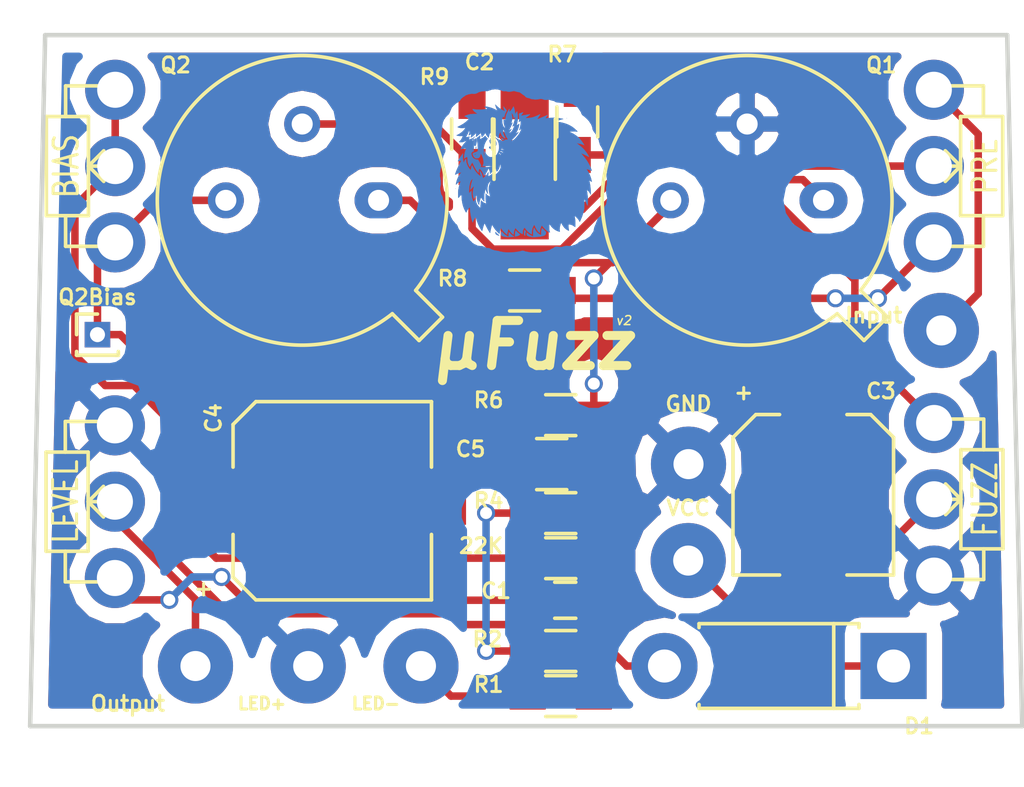
<source format=kicad_pcb>
(kicad_pcb (version 4) (host pcbnew 4.0.7)

  (general
    (links 36)
    (no_connects 0)
    (area 249.924999 136.924999 283.075001 160.075001)
    (thickness 1.6)
    (drawings 6)
    (tracks 122)
    (zones 0)
    (modules 29)
    (nets 18)
  )

  (page A4)
  (layers
    (0 F.Cu signal)
    (31 B.Cu signal)
    (32 B.Adhes user)
    (33 F.Adhes user)
    (34 B.Paste user)
    (35 F.Paste user)
    (36 B.SilkS user)
    (37 F.SilkS user)
    (38 B.Mask user)
    (39 F.Mask user)
    (40 Dwgs.User user)
    (41 Cmts.User user)
    (42 Eco1.User user)
    (43 Eco2.User user)
    (44 Edge.Cuts user)
    (45 Margin user)
    (46 B.CrtYd user)
    (47 F.CrtYd user)
    (48 B.Fab user)
    (49 F.Fab user)
  )

  (setup
    (last_trace_width 0.25)
    (trace_clearance 0.2)
    (zone_clearance 0.508)
    (zone_45_only no)
    (trace_min 0.2)
    (segment_width 0.2)
    (edge_width 0.15)
    (via_size 0.6)
    (via_drill 0.4)
    (via_min_size 0.4)
    (via_min_drill 0.3)
    (uvia_size 0.3)
    (uvia_drill 0.1)
    (uvias_allowed no)
    (uvia_min_size 0.2)
    (uvia_min_drill 0.1)
    (pcb_text_width 0.3)
    (pcb_text_size 1.5 1.5)
    (mod_edge_width 0.15)
    (mod_text_size 1 1)
    (mod_text_width 0.15)
    (pad_size 2 2)
    (pad_drill 1.2)
    (pad_to_mask_clearance 0.2)
    (aux_axis_origin 0 0)
    (visible_elements 7FFFFFFF)
    (pcbplotparams
      (layerselection 0x00030_80000001)
      (usegerberextensions false)
      (excludeedgelayer true)
      (linewidth 0.100000)
      (plotframeref false)
      (viasonmask false)
      (mode 1)
      (useauxorigin false)
      (hpglpennumber 1)
      (hpglpenspeed 20)
      (hpglpendiameter 15)
      (hpglpenoverlay 2)
      (psnegative false)
      (psa4output false)
      (plotreference true)
      (plotvalue true)
      (plotinvisibletext false)
      (padsonsilk false)
      (subtractmaskfromsilk false)
      (outputformat 1)
      (mirror false)
      (drillshape 1)
      (scaleselection 1)
      (outputdirectory ""))
  )

  (net 0 "")
  (net 1 "Net-(22K1-Pad1)")
  (net 2 "Net-(22K1-Pad2)")
  (net 3 VCC)
  (net 4 GND)
  (net 5 "Net-(LED-1-Pad1)")
  (net 6 "Net-(C4-Pad2)")
  (net 7 "Net-(Q1-Pad3)")
  (net 8 "Net-(C2-Pad1)")
  (net 9 "Net-(100Ka1-Pad2)")
  (net 10 "Net-(100Ka1-Pad3)")
  (net 11 "Net-(FUZZ1-Pad1)")
  (net 12 "Net-(C2-Pad2)")
  (net 13 "Net-(100Ka1-Pad1)")
  (net 14 "Net-(C3-Pad2)")
  (net 15 "Net-(C1-Pad2)")
  (net 16 "Net-(LEVEL1-Pad2)")
  (net 17 "Net-(D1-Pad2)")

  (net_class Default "This is the default net class."
    (clearance 0.2)
    (trace_width 0.25)
    (via_dia 0.6)
    (via_drill 0.4)
    (uvia_dia 0.3)
    (uvia_drill 0.1)
    (add_net GND)
    (add_net "Net-(100Ka1-Pad1)")
    (add_net "Net-(100Ka1-Pad2)")
    (add_net "Net-(100Ka1-Pad3)")
    (add_net "Net-(22K1-Pad1)")
    (add_net "Net-(22K1-Pad2)")
    (add_net "Net-(C1-Pad2)")
    (add_net "Net-(C2-Pad1)")
    (add_net "Net-(C2-Pad2)")
    (add_net "Net-(C3-Pad2)")
    (add_net "Net-(C4-Pad2)")
    (add_net "Net-(D1-Pad2)")
    (add_net "Net-(FUZZ1-Pad1)")
    (add_net "Net-(LED-1-Pad1)")
    (add_net "Net-(LEVEL1-Pad2)")
    (add_net "Net-(Q1-Pad3)")
    (add_net VCC)
  )

  (module Wire_Pads:SolderWirePad_single_1mmDrill (layer F.Cu) (tedit 5A996CB7) (tstamp 5A9062E7)
    (at 280.31 146.83)
    (path /5A908B76)
    (fp_text reference Input (at -2.25 -0.5) (layer F.SilkS)
      (effects (font (size 0.5 0.5) (thickness 0.1)))
    )
    (fp_text value I (at -1.905 3.175) (layer F.Fab)
      (effects (font (size 1 1) (thickness 0.15)))
    )
    (pad 1 thru_hole circle (at 0 0) (size 2.49936 2.49936) (drill 1.00076) (layers *.Cu *.Mask)
      (net 13 "Net-(100Ka1-Pad1)"))
  )

  (module Pin_Headers:Pin_Header_Straight_1x01_Pitch1.00mm (layer F.Cu) (tedit 5A996CBF) (tstamp 5A906311)
    (at 252.24 146.97)
    (descr "Through hole straight pin header, 1x01, 1.00mm pitch, single row")
    (tags "Through hole pin header THT 1x01 1.00mm single row")
    (path /5A901C60)
    (fp_text reference Q2Bias (at 0 -1.25) (layer F.SilkS)
      (effects (font (size 0.5 0.5) (thickness 0.1)))
    )
    (fp_text value Q2Bias (at 0 1.56) (layer F.Fab)
      (effects (font (size 1 1) (thickness 0.15)))
    )
    (fp_line (start -0.3175 -0.5) (end 0.635 -0.5) (layer F.Fab) (width 0.1))
    (fp_line (start 0.635 -0.5) (end 0.635 0.5) (layer F.Fab) (width 0.1))
    (fp_line (start 0.635 0.5) (end -0.635 0.5) (layer F.Fab) (width 0.1))
    (fp_line (start -0.635 0.5) (end -0.635 -0.1825) (layer F.Fab) (width 0.1))
    (fp_line (start -0.635 -0.1825) (end -0.3175 -0.5) (layer F.Fab) (width 0.1))
    (fp_line (start -0.695 0.685) (end 0.695 0.685) (layer F.SilkS) (width 0.12))
    (fp_line (start -0.695 0.685) (end -0.695 0.56) (layer F.SilkS) (width 0.12))
    (fp_line (start 0.695 0.685) (end 0.695 0.56) (layer F.SilkS) (width 0.12))
    (fp_line (start -0.695 0.685) (end -0.608276 0.685) (layer F.SilkS) (width 0.12))
    (fp_line (start 0.608276 0.685) (end 0.695 0.685) (layer F.SilkS) (width 0.12))
    (fp_line (start -0.695 0) (end -0.695 -0.685) (layer F.SilkS) (width 0.12))
    (fp_line (start -0.695 -0.685) (end 0 -0.685) (layer F.SilkS) (width 0.12))
    (fp_line (start -1.15 -1) (end -1.15 1) (layer F.CrtYd) (width 0.05))
    (fp_line (start -1.15 1) (end 1.15 1) (layer F.CrtYd) (width 0.05))
    (fp_line (start 1.15 1) (end 1.15 -1) (layer F.CrtYd) (width 0.05))
    (fp_line (start 1.15 -1) (end -1.15 -1) (layer F.CrtYd) (width 0.05))
    (fp_text user %R (at 0 0 90) (layer F.Fab)
      (effects (font (size 0.76 0.76) (thickness 0.114)))
    )
    (pad 1 thru_hole rect (at 0 0) (size 0.85 0.85) (drill 0.5) (layers *.Cu *.Mask)
      (net 2 "Net-(22K1-Pad2)"))
    (model ${KISYS3DMOD}/Pin_Headers.3dshapes/Pin_Header_Straight_1x01_Pitch1.00mm.wrl
      (at (xyz 0 0 0))
      (scale (xyz 1 1 1))
      (rotate (xyz 0 0 0))
    )
  )

  (module Resistors_SMD:R_0603_HandSoldering (layer F.Cu) (tedit 5A996C8B) (tstamp 5A9062A4)
    (at 267.65 154.41 180)
    (descr "Resistor SMD 0603, hand soldering")
    (tags "resistor 0603")
    (path /5A8816D5)
    (attr smd)
    (fp_text reference 22K (at 2.65 0.41 180) (layer F.SilkS)
      (effects (font (size 0.5 0.5) (thickness 0.1)))
    )
    (fp_text value 22k (at 0 1.55 180) (layer F.Fab)
      (effects (font (size 1 1) (thickness 0.15)))
    )
    (fp_text user %R (at 0 0 180) (layer F.Fab)
      (effects (font (size 0.4 0.4) (thickness 0.075)))
    )
    (fp_line (start -0.8 0.4) (end -0.8 -0.4) (layer F.Fab) (width 0.1))
    (fp_line (start 0.8 0.4) (end -0.8 0.4) (layer F.Fab) (width 0.1))
    (fp_line (start 0.8 -0.4) (end 0.8 0.4) (layer F.Fab) (width 0.1))
    (fp_line (start -0.8 -0.4) (end 0.8 -0.4) (layer F.Fab) (width 0.1))
    (fp_line (start 0.5 0.68) (end -0.5 0.68) (layer F.SilkS) (width 0.12))
    (fp_line (start -0.5 -0.68) (end 0.5 -0.68) (layer F.SilkS) (width 0.12))
    (fp_line (start -1.96 -0.7) (end 1.95 -0.7) (layer F.CrtYd) (width 0.05))
    (fp_line (start -1.96 -0.7) (end -1.96 0.7) (layer F.CrtYd) (width 0.05))
    (fp_line (start 1.95 0.7) (end 1.95 -0.7) (layer F.CrtYd) (width 0.05))
    (fp_line (start 1.95 0.7) (end -1.96 0.7) (layer F.CrtYd) (width 0.05))
    (pad 1 smd rect (at -1.1 0 180) (size 1.2 0.9) (layers F.Cu F.Paste F.Mask)
      (net 1 "Net-(22K1-Pad1)"))
    (pad 2 smd rect (at 1.1 0 180) (size 1.2 0.9) (layers F.Cu F.Paste F.Mask)
      (net 2 "Net-(22K1-Pad2)"))
    (model ${KISYS3DMOD}/Resistors_SMD.3dshapes/R_0603.wrl
      (at (xyz 0 0 0))
      (scale (xyz 1 1 1))
      (rotate (xyz 0 0 0))
    )
  )

  (module Capacitors_SMD:C_0603_HandSoldering (layer F.Cu) (tedit 5A914A93) (tstamp 5A9062B8)
    (at 267.8 155.81 180)
    (descr "Capacitor SMD 0603, hand soldering")
    (tags "capacitor 0603")
    (path /5A881AD2)
    (attr smd)
    (fp_text reference C1 (at 2.3 0.31 180) (layer F.SilkS)
      (effects (font (size 0.5 0.5) (thickness 0.1)))
    )
    (fp_text value 0.01 (at 0 1.5 180) (layer F.Fab)
      (effects (font (size 1 1) (thickness 0.15)))
    )
    (fp_text user %R (at 0 -1.25 180) (layer F.Fab)
      (effects (font (size 1 1) (thickness 0.15)))
    )
    (fp_line (start -0.8 0.4) (end -0.8 -0.4) (layer F.Fab) (width 0.1))
    (fp_line (start 0.8 0.4) (end -0.8 0.4) (layer F.Fab) (width 0.1))
    (fp_line (start 0.8 -0.4) (end 0.8 0.4) (layer F.Fab) (width 0.1))
    (fp_line (start -0.8 -0.4) (end 0.8 -0.4) (layer F.Fab) (width 0.1))
    (fp_line (start -0.35 -0.6) (end 0.35 -0.6) (layer F.SilkS) (width 0.12))
    (fp_line (start 0.35 0.6) (end -0.35 0.6) (layer F.SilkS) (width 0.12))
    (fp_line (start -1.8 -0.65) (end 1.8 -0.65) (layer F.CrtYd) (width 0.05))
    (fp_line (start -1.8 -0.65) (end -1.8 0.65) (layer F.CrtYd) (width 0.05))
    (fp_line (start 1.8 0.65) (end 1.8 -0.65) (layer F.CrtYd) (width 0.05))
    (fp_line (start 1.8 0.65) (end -1.8 0.65) (layer F.CrtYd) (width 0.05))
    (pad 1 smd rect (at -0.95 0 180) (size 1.2 0.75) (layers F.Cu F.Paste F.Mask)
      (net 1 "Net-(22K1-Pad1)"))
    (pad 2 smd rect (at 0.95 0 180) (size 1.2 0.75) (layers F.Cu F.Paste F.Mask)
      (net 15 "Net-(C1-Pad2)"))
    (model Capacitors_SMD.3dshapes/C_0603.wrl
      (at (xyz 0 0 0))
      (scale (xyz 1 1 1))
      (rotate (xyz 0 0 0))
    )
  )

  (module Capacitors_SMD:CP_Elec_5x5.8 (layer F.Cu) (tedit 5A914901) (tstamp 5A9062C4)
    (at 276.05 152.3 270)
    (descr "SMT capacitor, aluminium electrolytic, 5x5.8")
    (path /5A880DF8)
    (attr smd)
    (fp_text reference C3 (at -3.45 -2.25 360) (layer F.SilkS)
      (effects (font (size 0.5 0.5) (thickness 0.1)))
    )
    (fp_text value 22u (at 0 -3.92 270) (layer F.Fab)
      (effects (font (size 1 1) (thickness 0.15)))
    )
    (fp_circle (center 0 0) (end 0.1 2.4) (layer F.Fab) (width 0.1))
    (fp_text user + (at -1.38 -0.06 270) (layer F.Fab)
      (effects (font (size 1 1) (thickness 0.15)))
    )
    (fp_text user + (at -3.38 2.35 270) (layer F.SilkS)
      (effects (font (size 0.5 0.5) (thickness 0.1)))
    )
    (fp_text user %R (at 0 3.92 270) (layer F.Fab)
      (effects (font (size 1 1) (thickness 0.15)))
    )
    (fp_line (start 2.51 2.51) (end 2.51 -2.51) (layer F.Fab) (width 0.1))
    (fp_line (start -1.84 2.51) (end 2.51 2.51) (layer F.Fab) (width 0.1))
    (fp_line (start -2.51 1.84) (end -1.84 2.51) (layer F.Fab) (width 0.1))
    (fp_line (start -2.51 -1.84) (end -2.51 1.84) (layer F.Fab) (width 0.1))
    (fp_line (start -1.84 -2.51) (end -2.51 -1.84) (layer F.Fab) (width 0.1))
    (fp_line (start 2.51 -2.51) (end -1.84 -2.51) (layer F.Fab) (width 0.1))
    (fp_line (start 2.67 2.67) (end 2.67 1.12) (layer F.SilkS) (width 0.12))
    (fp_line (start 2.67 -2.67) (end 2.67 -1.12) (layer F.SilkS) (width 0.12))
    (fp_line (start -2.67 1.91) (end -2.67 1.12) (layer F.SilkS) (width 0.12))
    (fp_line (start -2.67 -1.91) (end -2.67 -1.12) (layer F.SilkS) (width 0.12))
    (fp_line (start 2.67 -2.67) (end -1.91 -2.67) (layer F.SilkS) (width 0.12))
    (fp_line (start -1.91 -2.67) (end -2.67 -1.91) (layer F.SilkS) (width 0.12))
    (fp_line (start -2.67 1.91) (end -1.91 2.67) (layer F.SilkS) (width 0.12))
    (fp_line (start -1.91 2.67) (end 2.67 2.67) (layer F.SilkS) (width 0.12))
    (fp_line (start -3.95 -2.77) (end 3.95 -2.77) (layer F.CrtYd) (width 0.05))
    (fp_line (start -3.95 -2.77) (end -3.95 2.76) (layer F.CrtYd) (width 0.05))
    (fp_line (start 3.95 2.76) (end 3.95 -2.77) (layer F.CrtYd) (width 0.05))
    (fp_line (start 3.95 2.76) (end -3.95 2.76) (layer F.CrtYd) (width 0.05))
    (pad 1 smd rect (at -2.2 0 90) (size 3 1.6) (layers F.Cu F.Paste F.Mask)
      (net 4 GND))
    (pad 2 smd rect (at 2.2 0 90) (size 3 1.6) (layers F.Cu F.Paste F.Mask)
      (net 14 "Net-(C3-Pad2)"))
    (model Capacitors_SMD.3dshapes/CP_Elec_5x5.8.wrl
      (at (xyz 0 0 0))
      (scale (xyz 1 1 1))
      (rotate (xyz 0 0 180))
    )
  )

  (module Capacitors_SMD:CP_Elec_6.3x7.7 (layer F.Cu) (tedit 5A9149C6) (tstamp 5A9062CA)
    (at 260.05 152.5)
    (descr "SMT capacitor, aluminium electrolytic, 6.3x7.7")
    (path /5A882298)
    (attr smd)
    (fp_text reference C4 (at -3.95 -2.75 90) (layer F.SilkS)
      (effects (font (size 0.5 0.5) (thickness 0.1)))
    )
    (fp_text value 100u (at 0 -4.43) (layer F.Fab)
      (effects (font (size 1 1) (thickness 0.15)))
    )
    (fp_circle (center 0 0) (end 0.5 3) (layer F.Fab) (width 0.1))
    (fp_text user + (at -1.73 -0.08) (layer F.Fab)
      (effects (font (size 1 1) (thickness 0.15)))
    )
    (fp_text user + (at -4.28 2.91) (layer F.SilkS)
      (effects (font (size 0.5 0.5) (thickness 0.1)))
    )
    (fp_text user %R (at 0 4.43) (layer F.Fab)
      (effects (font (size 1 1) (thickness 0.15)))
    )
    (fp_line (start 3.15 3.15) (end 3.15 -3.15) (layer F.Fab) (width 0.1))
    (fp_line (start -2.48 3.15) (end 3.15 3.15) (layer F.Fab) (width 0.1))
    (fp_line (start -3.15 2.48) (end -2.48 3.15) (layer F.Fab) (width 0.1))
    (fp_line (start -3.15 -2.48) (end -3.15 2.48) (layer F.Fab) (width 0.1))
    (fp_line (start -2.48 -3.15) (end -3.15 -2.48) (layer F.Fab) (width 0.1))
    (fp_line (start 3.15 -3.15) (end -2.48 -3.15) (layer F.Fab) (width 0.1))
    (fp_line (start -3.3 2.54) (end -3.3 1.12) (layer F.SilkS) (width 0.12))
    (fp_line (start 3.3 3.3) (end 3.3 1.12) (layer F.SilkS) (width 0.12))
    (fp_line (start 3.3 -3.3) (end 3.3 -1.12) (layer F.SilkS) (width 0.12))
    (fp_line (start -3.3 -2.54) (end -3.3 -1.12) (layer F.SilkS) (width 0.12))
    (fp_line (start 3.3 3.3) (end -2.54 3.3) (layer F.SilkS) (width 0.12))
    (fp_line (start -2.54 3.3) (end -3.3 2.54) (layer F.SilkS) (width 0.12))
    (fp_line (start -3.3 -2.54) (end -2.54 -3.3) (layer F.SilkS) (width 0.12))
    (fp_line (start -2.54 -3.3) (end 3.3 -3.3) (layer F.SilkS) (width 0.12))
    (fp_line (start -4.7 -3.4) (end 4.7 -3.4) (layer F.CrtYd) (width 0.05))
    (fp_line (start -4.7 -3.4) (end -4.7 3.4) (layer F.CrtYd) (width 0.05))
    (fp_line (start 4.7 3.4) (end 4.7 -3.4) (layer F.CrtYd) (width 0.05))
    (fp_line (start 4.7 3.4) (end -4.7 3.4) (layer F.CrtYd) (width 0.05))
    (pad 1 smd rect (at -2.7 0 180) (size 3.5 1.6) (layers F.Cu F.Paste F.Mask)
      (net 4 GND))
    (pad 2 smd rect (at 2.7 0 180) (size 3.5 1.6) (layers F.Cu F.Paste F.Mask)
      (net 6 "Net-(C4-Pad2)"))
    (model Capacitors_SMD.3dshapes/CP_Elec_6.3x7.7.wrl
      (at (xyz 0 0 0))
      (scale (xyz 1 1 1))
      (rotate (xyz 0 0 180))
    )
  )

  (module Wire_Pads:SolderWirePad_single_1mmDrill (layer F.Cu) (tedit 5A996C95) (tstamp 5A9062E2)
    (at 271.9 151.28)
    (path /5A89569B)
    (fp_text reference GND (at 0 -2) (layer F.SilkS)
      (effects (font (size 0.5 0.5) (thickness 0.1)))
    )
    (fp_text value GND (at -1.905 3.175) (layer F.Fab)
      (effects (font (size 1 1) (thickness 0.15)))
    )
    (pad 1 thru_hole circle (at 0 0) (size 2.49936 2.49936) (drill 1.00076) (layers *.Cu *.Mask)
      (net 4 GND))
  )

  (module Wire_Pads:SolderWirePad_single_1mmDrill (layer F.Cu) (tedit 5A99B09A) (tstamp 5A9062EC)
    (at 259.25 158)
    (path /5A89561E)
    (fp_text reference LED+ (at -1.54 1.25) (layer F.SilkS)
      (effects (font (size 0.4 0.4) (thickness 0.1)))
    )
    (fp_text value LED+ (at -1.905 3.175) (layer F.Fab)
      (effects (font (size 1 1) (thickness 0.15)))
    )
    (pad 1 thru_hole circle (at 0 0) (size 2.49936 2.49936) (drill 1.00076) (layers *.Cu *.Mask)
      (net 4 GND))
  )

  (module Wire_Pads:SolderWirePad_single_1mmDrill (layer F.Cu) (tedit 5A99B092) (tstamp 5A9062F1)
    (at 263 158)
    (path /5A894578)
    (fp_text reference LED- (at -1.5 1.25) (layer F.SilkS)
      (effects (font (size 0.4 0.4) (thickness 0.1)))
    )
    (fp_text value LED- (at -1.905 3.175) (layer F.Fab)
      (effects (font (size 1 1) (thickness 0.15)))
    )
    (pad 1 thru_hole circle (at 0 0) (size 2.49936 2.49936) (drill 1.00076) (layers *.Cu *.Mask)
      (net 5 "Net-(LED-1-Pad1)"))
  )

  (module TO_SOT_Packages_THT:TO-5-3 (layer F.Cu) (tedit 5A91495A) (tstamp 5A906305)
    (at 276.39 142.5 180)
    (descr TO-5-3)
    (tags TO-5-3)
    (path /5A880B3E)
    (fp_text reference Q1 (at -1.92 4.5 180) (layer F.SilkS)
      (effects (font (size 0.5 0.5) (thickness 0.1)))
    )
    (fp_text value EFT83C (at 2.54 5.82 180) (layer F.Fab)
      (effects (font (size 1 1) (thickness 0.15)))
    )
    (fp_text user %R (at 2.54 -5.82 180) (layer F.Fab)
      (effects (font (size 1 1) (thickness 0.15)))
    )
    (fp_line (start -0.465408 -3.61352) (end -1.27151 -4.419621) (layer F.Fab) (width 0.1))
    (fp_line (start -1.27151 -4.419621) (end -1.879621 -3.81151) (layer F.Fab) (width 0.1))
    (fp_line (start -1.879621 -3.81151) (end -1.07352 -3.005408) (layer F.Fab) (width 0.1))
    (fp_line (start -0.457084 -3.774902) (end -1.348039 -4.665856) (layer F.SilkS) (width 0.12))
    (fp_line (start -1.348039 -4.665856) (end -2.125856 -3.888039) (layer F.SilkS) (width 0.12))
    (fp_line (start -2.125856 -3.888039) (end -1.234902 -2.997084) (layer F.SilkS) (width 0.12))
    (fp_line (start -2.41 -4.95) (end -2.41 4.95) (layer F.CrtYd) (width 0.05))
    (fp_line (start -2.41 4.95) (end 7.49 4.95) (layer F.CrtYd) (width 0.05))
    (fp_line (start 7.49 4.95) (end 7.49 -4.95) (layer F.CrtYd) (width 0.05))
    (fp_line (start 7.49 -4.95) (end -2.41 -4.95) (layer F.CrtYd) (width 0.05))
    (fp_circle (center 2.54 0) (end 6.79 0) (layer F.Fab) (width 0.1))
    (fp_arc (start 2.54 0) (end -0.465408 -3.61352) (angle 349.5) (layer F.Fab) (width 0.1))
    (fp_arc (start 2.54 0) (end -0.457084 -3.774902) (angle 346.9) (layer F.SilkS) (width 0.12))
    (pad 1 thru_hole oval (at 0 0 180) (size 1.6 1.2) (drill 0.7) (layers *.Cu *.Mask)
      (net 12 "Net-(C2-Pad2)"))
    (pad 2 thru_hole oval (at 2.54 2.54 180) (size 1.2 1.2) (drill 0.7) (layers *.Cu *.Mask)
      (net 4 GND))
    (pad 3 thru_hole oval (at 5.08 0 180) (size 1.2 1.2) (drill 0.7) (layers *.Cu *.Mask)
      (net 7 "Net-(Q1-Pad3)"))
    (model ${KISYS3DMOD}/TO_SOT_Packages_THT.3dshapes/TO-5-3.wrl
      (at (xyz 0 0 0))
      (scale (xyz 0.393701 0.393701 0.393701))
      (rotate (xyz 0 0 0))
    )
  )

  (module TO_SOT_Packages_THT:TO-5-3 (layer F.Cu) (tedit 5A914A77) (tstamp 5A90630C)
    (at 261.59 142.5 180)
    (descr TO-5-3)
    (tags TO-5-3)
    (path /5A880EDD)
    (fp_text reference Q2 (at 6.75 4.5 180) (layer F.SilkS)
      (effects (font (size 0.5 0.5) (thickness 0.1)))
    )
    (fp_text value AC122 (at 2.54 5.82 180) (layer F.Fab)
      (effects (font (size 1 1) (thickness 0.15)))
    )
    (fp_text user %R (at 2.54 -5.82 180) (layer F.Fab)
      (effects (font (size 1 1) (thickness 0.15)))
    )
    (fp_line (start -0.465408 -3.61352) (end -1.27151 -4.419621) (layer F.Fab) (width 0.1))
    (fp_line (start -1.27151 -4.419621) (end -1.879621 -3.81151) (layer F.Fab) (width 0.1))
    (fp_line (start -1.879621 -3.81151) (end -1.07352 -3.005408) (layer F.Fab) (width 0.1))
    (fp_line (start -0.457084 -3.774902) (end -1.348039 -4.665856) (layer F.SilkS) (width 0.12))
    (fp_line (start -1.348039 -4.665856) (end -2.125856 -3.888039) (layer F.SilkS) (width 0.12))
    (fp_line (start -2.125856 -3.888039) (end -1.234902 -2.997084) (layer F.SilkS) (width 0.12))
    (fp_line (start -2.41 -4.95) (end -2.41 4.95) (layer F.CrtYd) (width 0.05))
    (fp_line (start -2.41 4.95) (end 7.49 4.95) (layer F.CrtYd) (width 0.05))
    (fp_line (start 7.49 4.95) (end 7.49 -4.95) (layer F.CrtYd) (width 0.05))
    (fp_line (start 7.49 -4.95) (end -2.41 -4.95) (layer F.CrtYd) (width 0.05))
    (fp_circle (center 2.54 0) (end 6.79 0) (layer F.Fab) (width 0.1))
    (fp_arc (start 2.54 0) (end -0.465408 -3.61352) (angle 349.5) (layer F.Fab) (width 0.1))
    (fp_arc (start 2.54 0) (end -0.457084 -3.774902) (angle 346.9) (layer F.SilkS) (width 0.12))
    (pad 1 thru_hole oval (at 0 0 180) (size 1.6 1.2) (drill 0.7) (layers *.Cu *.Mask)
      (net 7 "Net-(Q1-Pad3)"))
    (pad 2 thru_hole oval (at 2.54 2.54 180) (size 1.2 1.2) (drill 0.7) (layers *.Cu *.Mask)
      (net 11 "Net-(FUZZ1-Pad1)"))
    (pad 3 thru_hole oval (at 5.08 0 180) (size 1.2 1.2) (drill 0.7) (layers *.Cu *.Mask)
      (net 2 "Net-(22K1-Pad2)"))
    (model ${KISYS3DMOD}/TO_SOT_Packages_THT.3dshapes/TO-5-3.wrl
      (at (xyz 0 0 0))
      (scale (xyz 0.393701 0.393701 0.393701))
      (rotate (xyz 0 0 0))
    )
  )

  (module Resistors_SMD:R_0603_HandSoldering (layer F.Cu) (tedit 5A914B18) (tstamp 5A906317)
    (at 267.65 159)
    (descr "Resistor SMD 0603, hand soldering")
    (tags "resistor 0603")
    (path /5A882683)
    (attr smd)
    (fp_text reference R1 (at -2.4 -0.38) (layer F.SilkS)
      (effects (font (size 0.5 0.5) (thickness 0.1)))
    )
    (fp_text value 4.7 (at 0 1.55) (layer F.Fab)
      (effects (font (size 1 1) (thickness 0.15)))
    )
    (fp_text user %R (at 0 0) (layer F.Fab)
      (effects (font (size 0.4 0.4) (thickness 0.075)))
    )
    (fp_line (start -0.8 0.4) (end -0.8 -0.4) (layer F.Fab) (width 0.1))
    (fp_line (start 0.8 0.4) (end -0.8 0.4) (layer F.Fab) (width 0.1))
    (fp_line (start 0.8 -0.4) (end 0.8 0.4) (layer F.Fab) (width 0.1))
    (fp_line (start -0.8 -0.4) (end 0.8 -0.4) (layer F.Fab) (width 0.1))
    (fp_line (start 0.5 0.68) (end -0.5 0.68) (layer F.SilkS) (width 0.12))
    (fp_line (start -0.5 -0.68) (end 0.5 -0.68) (layer F.SilkS) (width 0.12))
    (fp_line (start -1.96 -0.7) (end 1.95 -0.7) (layer F.CrtYd) (width 0.05))
    (fp_line (start -1.96 -0.7) (end -1.96 0.7) (layer F.CrtYd) (width 0.05))
    (fp_line (start 1.95 0.7) (end 1.95 -0.7) (layer F.CrtYd) (width 0.05))
    (fp_line (start 1.95 0.7) (end -1.96 0.7) (layer F.CrtYd) (width 0.05))
    (pad 1 smd rect (at -1.1 0) (size 1.2 0.9) (layers F.Cu F.Paste F.Mask)
      (net 5 "Net-(LED-1-Pad1)"))
    (pad 2 smd rect (at 1.1 0) (size 1.2 0.9) (layers F.Cu F.Paste F.Mask)
      (net 17 "Net-(D1-Pad2)"))
    (model ${KISYS3DMOD}/Resistors_SMD.3dshapes/R_0603.wrl
      (at (xyz 0 0 0))
      (scale (xyz 1 1 1))
      (rotate (xyz 0 0 0))
    )
  )

  (module Resistors_SMD:R_0603_HandSoldering (layer F.Cu) (tedit 5A914B03) (tstamp 5A90631D)
    (at 267.65 157.5)
    (descr "Resistor SMD 0603, hand soldering")
    (tags "resistor 0603")
    (path /5A882500)
    (attr smd)
    (fp_text reference R2 (at -2.44 -0.39) (layer F.SilkS)
      (effects (font (size 0.5 0.5) (thickness 0.1)))
    )
    (fp_text value 100 (at 0 1.55) (layer F.Fab)
      (effects (font (size 1 1) (thickness 0.15)))
    )
    (fp_text user %R (at 0 0) (layer F.Fab)
      (effects (font (size 0.4 0.4) (thickness 0.075)))
    )
    (fp_line (start -0.8 0.4) (end -0.8 -0.4) (layer F.Fab) (width 0.1))
    (fp_line (start 0.8 0.4) (end -0.8 0.4) (layer F.Fab) (width 0.1))
    (fp_line (start 0.8 -0.4) (end 0.8 0.4) (layer F.Fab) (width 0.1))
    (fp_line (start -0.8 -0.4) (end 0.8 -0.4) (layer F.Fab) (width 0.1))
    (fp_line (start 0.5 0.68) (end -0.5 0.68) (layer F.SilkS) (width 0.12))
    (fp_line (start -0.5 -0.68) (end 0.5 -0.68) (layer F.SilkS) (width 0.12))
    (fp_line (start -1.96 -0.7) (end 1.95 -0.7) (layer F.CrtYd) (width 0.05))
    (fp_line (start -1.96 -0.7) (end -1.96 0.7) (layer F.CrtYd) (width 0.05))
    (fp_line (start 1.95 0.7) (end 1.95 -0.7) (layer F.CrtYd) (width 0.05))
    (fp_line (start 1.95 0.7) (end -1.96 0.7) (layer F.CrtYd) (width 0.05))
    (pad 1 smd rect (at -1.1 0) (size 1.2 0.9) (layers F.Cu F.Paste F.Mask)
      (net 6 "Net-(C4-Pad2)"))
    (pad 2 smd rect (at 1.1 0) (size 1.2 0.9) (layers F.Cu F.Paste F.Mask)
      (net 17 "Net-(D1-Pad2)"))
    (model ${KISYS3DMOD}/Resistors_SMD.3dshapes/R_0603.wrl
      (at (xyz 0 0 0))
      (scale (xyz 1 1 1))
      (rotate (xyz 0 0 0))
    )
  )

  (module Resistors_SMD:R_0603_HandSoldering (layer F.Cu) (tedit 5A914AD5) (tstamp 5A906323)
    (at 267.65 152.91 180)
    (descr "Resistor SMD 0603, hand soldering")
    (tags "resistor 0603")
    (path /5A8818BD)
    (attr smd)
    (fp_text reference R4 (at 2.4 0.41 180) (layer F.SilkS)
      (effects (font (size 0.5 0.5) (thickness 0.1)))
    )
    (fp_text value 1.5 (at 0 1.55 180) (layer F.Fab)
      (effects (font (size 1 1) (thickness 0.15)))
    )
    (fp_text user %R (at 0 0 180) (layer F.Fab)
      (effects (font (size 0.4 0.4) (thickness 0.075)))
    )
    (fp_line (start -0.8 0.4) (end -0.8 -0.4) (layer F.Fab) (width 0.1))
    (fp_line (start 0.8 0.4) (end -0.8 0.4) (layer F.Fab) (width 0.1))
    (fp_line (start 0.8 -0.4) (end 0.8 0.4) (layer F.Fab) (width 0.1))
    (fp_line (start -0.8 -0.4) (end 0.8 -0.4) (layer F.Fab) (width 0.1))
    (fp_line (start 0.5 0.68) (end -0.5 0.68) (layer F.SilkS) (width 0.12))
    (fp_line (start -0.5 -0.68) (end 0.5 -0.68) (layer F.SilkS) (width 0.12))
    (fp_line (start -1.96 -0.7) (end 1.95 -0.7) (layer F.CrtYd) (width 0.05))
    (fp_line (start -1.96 -0.7) (end -1.96 0.7) (layer F.CrtYd) (width 0.05))
    (fp_line (start 1.95 0.7) (end 1.95 -0.7) (layer F.CrtYd) (width 0.05))
    (fp_line (start 1.95 0.7) (end -1.96 0.7) (layer F.CrtYd) (width 0.05))
    (pad 1 smd rect (at -1.1 0 180) (size 1.2 0.9) (layers F.Cu F.Paste F.Mask)
      (net 1 "Net-(22K1-Pad1)"))
    (pad 2 smd rect (at 1.1 0 180) (size 1.2 0.9) (layers F.Cu F.Paste F.Mask)
      (net 6 "Net-(C4-Pad2)"))
    (model ${KISYS3DMOD}/Resistors_SMD.3dshapes/R_0603.wrl
      (at (xyz 0 0 0))
      (scale (xyz 1 1 1))
      (rotate (xyz 0 0 0))
    )
  )

  (module Resistors_SMD:R_0603_HandSoldering (layer F.Cu) (tedit 5A914AA9) (tstamp 5A906329)
    (at 267.65 149.65)
    (descr "Resistor SMD 0603, hand soldering")
    (tags "resistor 0603")
    (path /5A881882)
    (attr smd)
    (fp_text reference R6 (at -2.4 -0.5) (layer F.SilkS)
      (effects (font (size 0.5 0.5) (thickness 0.1)))
    )
    (fp_text value 33K (at 0 1.55) (layer F.Fab)
      (effects (font (size 1 1) (thickness 0.15)))
    )
    (fp_text user %R (at 0 0) (layer F.Fab)
      (effects (font (size 0.4 0.4) (thickness 0.075)))
    )
    (fp_line (start -0.8 0.4) (end -0.8 -0.4) (layer F.Fab) (width 0.1))
    (fp_line (start 0.8 0.4) (end -0.8 0.4) (layer F.Fab) (width 0.1))
    (fp_line (start 0.8 -0.4) (end 0.8 0.4) (layer F.Fab) (width 0.1))
    (fp_line (start -0.8 -0.4) (end 0.8 -0.4) (layer F.Fab) (width 0.1))
    (fp_line (start 0.5 0.68) (end -0.5 0.68) (layer F.SilkS) (width 0.12))
    (fp_line (start -0.5 -0.68) (end 0.5 -0.68) (layer F.SilkS) (width 0.12))
    (fp_line (start -1.96 -0.7) (end 1.95 -0.7) (layer F.CrtYd) (width 0.05))
    (fp_line (start -1.96 -0.7) (end -1.96 0.7) (layer F.CrtYd) (width 0.05))
    (fp_line (start 1.95 0.7) (end 1.95 -0.7) (layer F.CrtYd) (width 0.05))
    (fp_line (start 1.95 0.7) (end -1.96 0.7) (layer F.CrtYd) (width 0.05))
    (pad 1 smd rect (at -1.1 0) (size 1.2 0.9) (layers F.Cu F.Paste F.Mask)
      (net 6 "Net-(C4-Pad2)"))
    (pad 2 smd rect (at 1.1 0) (size 1.2 0.9) (layers F.Cu F.Paste F.Mask)
      (net 7 "Net-(Q1-Pad3)"))
    (model ${KISYS3DMOD}/Resistors_SMD.3dshapes/R_0603.wrl
      (at (xyz 0 0 0))
      (scale (xyz 1 1 1))
      (rotate (xyz 0 0 0))
    )
  )

  (module Resistors_SMD:R_0603_HandSoldering (layer F.Cu) (tedit 5A91482C) (tstamp 5A90632F)
    (at 268.2 139.89 270)
    (descr "Resistor SMD 0603, hand soldering")
    (tags "resistor 0603")
    (path /5A8808EC)
    (attr smd)
    (fp_text reference R7 (at -2.25 0.5 360) (layer F.SilkS)
      (effects (font (size 0.5 0.5) (thickness 0.1)))
    )
    (fp_text value 10K (at 0 1.55 270) (layer F.Fab)
      (effects (font (size 1 1) (thickness 0.15)))
    )
    (fp_text user %R (at 0 0 270) (layer F.Fab)
      (effects (font (size 0.4 0.4) (thickness 0.075)))
    )
    (fp_line (start -0.8 0.4) (end -0.8 -0.4) (layer F.Fab) (width 0.1))
    (fp_line (start 0.8 0.4) (end -0.8 0.4) (layer F.Fab) (width 0.1))
    (fp_line (start 0.8 -0.4) (end 0.8 0.4) (layer F.Fab) (width 0.1))
    (fp_line (start -0.8 -0.4) (end 0.8 -0.4) (layer F.Fab) (width 0.1))
    (fp_line (start 0.5 0.68) (end -0.5 0.68) (layer F.SilkS) (width 0.12))
    (fp_line (start -0.5 -0.68) (end 0.5 -0.68) (layer F.SilkS) (width 0.12))
    (fp_line (start -1.96 -0.7) (end 1.95 -0.7) (layer F.CrtYd) (width 0.05))
    (fp_line (start -1.96 -0.7) (end -1.96 0.7) (layer F.CrtYd) (width 0.05))
    (fp_line (start 1.95 0.7) (end 1.95 -0.7) (layer F.CrtYd) (width 0.05))
    (fp_line (start 1.95 0.7) (end -1.96 0.7) (layer F.CrtYd) (width 0.05))
    (pad 1 smd rect (at -1.1 0 270) (size 1.2 0.9) (layers F.Cu F.Paste F.Mask)
      (net 8 "Net-(C2-Pad1)"))
    (pad 2 smd rect (at 1.1 0 270) (size 1.2 0.9) (layers F.Cu F.Paste F.Mask)
      (net 9 "Net-(100Ka1-Pad2)"))
    (model ${KISYS3DMOD}/Resistors_SMD.3dshapes/R_0603.wrl
      (at (xyz 0 0 0))
      (scale (xyz 1 1 1))
      (rotate (xyz 0 0 0))
    )
  )

  (module Resistors_SMD:R_0603_HandSoldering (layer F.Cu) (tedit 5A91483C) (tstamp 5A906335)
    (at 266.45 145.5 180)
    (descr "Resistor SMD 0603, hand soldering")
    (tags "resistor 0603")
    (path /5A880832)
    (attr smd)
    (fp_text reference R8 (at 2.4 0.4 360) (layer F.SilkS)
      (effects (font (size 0.5 0.5) (thickness 0.1)))
    )
    (fp_text value 1K (at 0 1.55 180) (layer F.Fab)
      (effects (font (size 1 1) (thickness 0.15)))
    )
    (fp_text user %R (at 0 0 180) (layer F.Fab)
      (effects (font (size 0.4 0.4) (thickness 0.075)))
    )
    (fp_line (start -0.8 0.4) (end -0.8 -0.4) (layer F.Fab) (width 0.1))
    (fp_line (start 0.8 0.4) (end -0.8 0.4) (layer F.Fab) (width 0.1))
    (fp_line (start 0.8 -0.4) (end 0.8 0.4) (layer F.Fab) (width 0.1))
    (fp_line (start -0.8 -0.4) (end 0.8 -0.4) (layer F.Fab) (width 0.1))
    (fp_line (start 0.5 0.68) (end -0.5 0.68) (layer F.SilkS) (width 0.12))
    (fp_line (start -0.5 -0.68) (end 0.5 -0.68) (layer F.SilkS) (width 0.12))
    (fp_line (start -1.96 -0.7) (end 1.95 -0.7) (layer F.CrtYd) (width 0.05))
    (fp_line (start -1.96 -0.7) (end -1.96 0.7) (layer F.CrtYd) (width 0.05))
    (fp_line (start 1.95 0.7) (end 1.95 -0.7) (layer F.CrtYd) (width 0.05))
    (fp_line (start 1.95 0.7) (end -1.96 0.7) (layer F.CrtYd) (width 0.05))
    (pad 1 smd rect (at -1.1 0 180) (size 1.2 0.9) (layers F.Cu F.Paste F.Mask)
      (net 10 "Net-(100Ka1-Pad3)"))
    (pad 2 smd rect (at 1.1 0 180) (size 1.2 0.9) (layers F.Cu F.Paste F.Mask)
      (net 4 GND))
    (model ${KISYS3DMOD}/Resistors_SMD.3dshapes/R_0603.wrl
      (at (xyz 0 0 0))
      (scale (xyz 1 1 1))
      (rotate (xyz 0 0 0))
    )
  )

  (module Resistors_SMD:R_0603_HandSoldering (layer F.Cu) (tedit 5A91496A) (tstamp 5A90633B)
    (at 264.7 140.29 90)
    (descr "Resistor SMD 0603, hand soldering")
    (tags "resistor 0603")
    (path /5A880BCC)
    (attr smd)
    (fp_text reference R9 (at 1.9 -1.25 180) (layer F.SilkS)
      (effects (font (size 0.5 0.5) (thickness 0.1)))
    )
    (fp_text value 100k (at 0 1.55 90) (layer F.Fab)
      (effects (font (size 1 1) (thickness 0.15)))
    )
    (fp_text user %R (at 0 0 90) (layer F.Fab)
      (effects (font (size 0.4 0.4) (thickness 0.075)))
    )
    (fp_line (start -0.8 0.4) (end -0.8 -0.4) (layer F.Fab) (width 0.1))
    (fp_line (start 0.8 0.4) (end -0.8 0.4) (layer F.Fab) (width 0.1))
    (fp_line (start 0.8 -0.4) (end 0.8 0.4) (layer F.Fab) (width 0.1))
    (fp_line (start -0.8 -0.4) (end 0.8 -0.4) (layer F.Fab) (width 0.1))
    (fp_line (start 0.5 0.68) (end -0.5 0.68) (layer F.SilkS) (width 0.12))
    (fp_line (start -0.5 -0.68) (end 0.5 -0.68) (layer F.SilkS) (width 0.12))
    (fp_line (start -1.96 -0.7) (end 1.95 -0.7) (layer F.CrtYd) (width 0.05))
    (fp_line (start -1.96 -0.7) (end -1.96 0.7) (layer F.CrtYd) (width 0.05))
    (fp_line (start 1.95 0.7) (end 1.95 -0.7) (layer F.CrtYd) (width 0.05))
    (fp_line (start 1.95 0.7) (end -1.96 0.7) (layer F.CrtYd) (width 0.05))
    (pad 1 smd rect (at -1.1 0 90) (size 1.2 0.9) (layers F.Cu F.Paste F.Mask)
      (net 11 "Net-(FUZZ1-Pad1)"))
    (pad 2 smd rect (at 1.1 0 90) (size 1.2 0.9) (layers F.Cu F.Paste F.Mask)
      (net 12 "Net-(C2-Pad2)"))
    (model ${KISYS3DMOD}/Resistors_SMD.3dshapes/R_0603.wrl
      (at (xyz 0 0 0))
      (scale (xyz 1 1 1))
      (rotate (xyz 0 0 0))
    )
  )

  (module Wire_Pads:SolderWirePad_single_1mmDrill (layer F.Cu) (tedit 5A9148CF) (tstamp 5A906340)
    (at 271.89 154.49)
    (path /5A894827)
    (fp_text reference VCC (at 0 -1.75) (layer F.SilkS)
      (effects (font (size 0.5 0.5) (thickness 0.1)))
    )
    (fp_text value -9V (at -1.905 3.175) (layer F.Fab)
      (effects (font (size 1 1) (thickness 0.15)))
    )
    (pad 1 thru_hole circle (at 0 0) (size 2.49936 2.49936) (drill 1.00076) (layers *.Cu *.Mask)
      (net 3 VCC))
  )

  (module Capacitors_SMD:C_1206_HandSoldering (layer F.Cu) (tedit 5A915154) (tstamp 5A914FFE)
    (at 266.45 140.8 270)
    (descr "Capacitor SMD 1206, hand soldering")
    (tags "capacitor 1206")
    (path /5A880A8B)
    (attr smd)
    (fp_text reference C2 (at -2.9 1.5 360) (layer F.SilkS)
      (effects (font (size 0.5 0.5) (thickness 0.1)))
    )
    (fp_text value 2.2 (at 0 2 270) (layer F.Fab)
      (effects (font (size 1 1) (thickness 0.15)))
    )
    (fp_text user %R (at 0 -1.75 270) (layer F.Fab)
      (effects (font (size 1 1) (thickness 0.15)))
    )
    (fp_line (start -1.6 0.8) (end -1.6 -0.8) (layer F.Fab) (width 0.1))
    (fp_line (start 1.6 0.8) (end -1.6 0.8) (layer F.Fab) (width 0.1))
    (fp_line (start 1.6 -0.8) (end 1.6 0.8) (layer F.Fab) (width 0.1))
    (fp_line (start -1.6 -0.8) (end 1.6 -0.8) (layer F.Fab) (width 0.1))
    (fp_line (start 1 -1.02) (end -1 -1.02) (layer F.SilkS) (width 0.12))
    (fp_line (start -1 1.02) (end 1 1.02) (layer F.SilkS) (width 0.12))
    (fp_line (start -3.25 -1.05) (end 3.25 -1.05) (layer F.CrtYd) (width 0.05))
    (fp_line (start -3.25 -1.05) (end -3.25 1.05) (layer F.CrtYd) (width 0.05))
    (fp_line (start 3.25 1.05) (end 3.25 -1.05) (layer F.CrtYd) (width 0.05))
    (fp_line (start 3.25 1.05) (end -3.25 1.05) (layer F.CrtYd) (width 0.05))
    (pad 1 smd rect (at -2 0 270) (size 2 1.6) (layers F.Cu F.Paste F.Mask)
      (net 8 "Net-(C2-Pad1)"))
    (pad 2 smd rect (at 2 0 270) (size 2 1.6) (layers F.Cu F.Paste F.Mask)
      (net 12 "Net-(C2-Pad2)"))
    (model Capacitors_SMD.3dshapes/C_1206.wrl
      (at (xyz 0 0 0))
      (scale (xyz 1 1 1))
      (rotate (xyz 0 0 0))
    )
  )

  (module Capacitors_SMD:C_0805_HandSoldering (layer F.Cu) (tedit 5A91517B) (tstamp 5A915004)
    (at 267.35 151.28)
    (descr "Capacitor SMD 0805, hand soldering")
    (tags "capacitor 0805")
    (path /5A88223B)
    (attr smd)
    (fp_text reference C5 (at -2.7 -0.5) (layer F.SilkS)
      (effects (font (size 0.5 0.5) (thickness 0.1)))
    )
    (fp_text value 100n (at -0.35 2.47) (layer F.Fab)
      (effects (font (size 1 1) (thickness 0.15)))
    )
    (fp_text user %R (at 0 -1.75) (layer F.Fab)
      (effects (font (size 1 1) (thickness 0.15)))
    )
    (fp_line (start -1 0.62) (end -1 -0.62) (layer F.Fab) (width 0.1))
    (fp_line (start 1 0.62) (end -1 0.62) (layer F.Fab) (width 0.1))
    (fp_line (start 1 -0.62) (end 1 0.62) (layer F.Fab) (width 0.1))
    (fp_line (start -1 -0.62) (end 1 -0.62) (layer F.Fab) (width 0.1))
    (fp_line (start 0.5 -0.85) (end -0.5 -0.85) (layer F.SilkS) (width 0.12))
    (fp_line (start -0.5 0.85) (end 0.5 0.85) (layer F.SilkS) (width 0.12))
    (fp_line (start -2.25 -0.88) (end 2.25 -0.88) (layer F.CrtYd) (width 0.05))
    (fp_line (start -2.25 -0.88) (end -2.25 0.87) (layer F.CrtYd) (width 0.05))
    (fp_line (start 2.25 0.87) (end 2.25 -0.88) (layer F.CrtYd) (width 0.05))
    (fp_line (start 2.25 0.87) (end -2.25 0.87) (layer F.CrtYd) (width 0.05))
    (pad 1 smd rect (at -1.25 0) (size 1.5 1.25) (layers F.Cu F.Paste F.Mask)
      (net 6 "Net-(C4-Pad2)"))
    (pad 2 smd rect (at 1.25 0) (size 1.5 1.25) (layers F.Cu F.Paste F.Mask)
      (net 4 GND))
    (model Capacitors_SMD.3dshapes/C_0805.wrl
      (at (xyz 0 0 0))
      (scale (xyz 1 1 1))
      (rotate (xyz 0 0 0))
    )
  )

  (module Diodes_THT:D_DO-41_SOD81_P7.62mm_Horizontal (layer F.Cu) (tedit 5A918306) (tstamp 5A917BD3)
    (at 278.72 158 180)
    (descr "D, DO-41_SOD81 series, Axial, Horizontal, pin pitch=7.62mm, , length*diameter=5.2*2.7mm^2, , http://www.diodes.com/_files/packages/DO-41%20(Plastic).pdf")
    (tags "D DO-41_SOD81 series Axial Horizontal pin pitch 7.62mm  length 5.2mm diameter 2.7mm")
    (path /5A88263C)
    (fp_text reference D1 (at -0.85 -2 180) (layer F.SilkS)
      (effects (font (size 0.5 0.5) (thickness 0.1)))
    )
    (fp_text value 1N5817 (at 3.81 2.41 180) (layer F.Fab)
      (effects (font (size 1 1) (thickness 0.15)))
    )
    (fp_text user %R (at 3.81 0 180) (layer F.Fab)
      (effects (font (size 1 1) (thickness 0.15)))
    )
    (fp_line (start 1.21 -1.35) (end 1.21 1.35) (layer F.Fab) (width 0.1))
    (fp_line (start 1.21 1.35) (end 6.41 1.35) (layer F.Fab) (width 0.1))
    (fp_line (start 6.41 1.35) (end 6.41 -1.35) (layer F.Fab) (width 0.1))
    (fp_line (start 6.41 -1.35) (end 1.21 -1.35) (layer F.Fab) (width 0.1))
    (fp_line (start 0 0) (end 1.21 0) (layer F.Fab) (width 0.1))
    (fp_line (start 7.62 0) (end 6.41 0) (layer F.Fab) (width 0.1))
    (fp_line (start 1.99 -1.35) (end 1.99 1.35) (layer F.Fab) (width 0.1))
    (fp_line (start 1.15 -1.28) (end 1.15 -1.41) (layer F.SilkS) (width 0.12))
    (fp_line (start 1.15 -1.41) (end 6.47 -1.41) (layer F.SilkS) (width 0.12))
    (fp_line (start 6.47 -1.41) (end 6.47 -1.28) (layer F.SilkS) (width 0.12))
    (fp_line (start 1.15 1.28) (end 1.15 1.41) (layer F.SilkS) (width 0.12))
    (fp_line (start 1.15 1.41) (end 6.47 1.41) (layer F.SilkS) (width 0.12))
    (fp_line (start 6.47 1.41) (end 6.47 1.28) (layer F.SilkS) (width 0.12))
    (fp_line (start 1.99 -1.41) (end 1.99 1.41) (layer F.SilkS) (width 0.12))
    (fp_line (start -1.35 -1.7) (end -1.35 1.7) (layer F.CrtYd) (width 0.05))
    (fp_line (start -1.35 1.7) (end 9 1.7) (layer F.CrtYd) (width 0.05))
    (fp_line (start 9 1.7) (end 9 -1.7) (layer F.CrtYd) (width 0.05))
    (fp_line (start 9 -1.7) (end -1.35 -1.7) (layer F.CrtYd) (width 0.05))
    (pad 1 thru_hole rect (at 0 0 180) (size 2.2 2.2) (drill 1.1) (layers *.Cu *.Mask)
      (net 3 VCC))
    (pad 2 thru_hole oval (at 7.62 0 180) (size 2.2 2.2) (drill 1.1) (layers *.Cu *.Mask)
      (net 17 "Net-(D1-Pad2)"))
    (model ${KISYS3DMOD}/Diodes_THT.3dshapes/D_DO-41_SOD81_P7.62mm_Horizontal.wrl
      (at (xyz 0 0 0))
      (scale (xyz 0.393701 0.393701 0.393701))
      (rotate (xyz 0 0 0))
    )
  )

  (module Wire_Pads:SolderWirePad_single_1mmDrill (layer F.Cu) (tedit 5A9964E1) (tstamp 5A9062FE)
    (at 255.5 158 180)
    (path /5A909ACF)
    (fp_text reference Output (at 2.25 -1.25 180) (layer F.SilkS)
      (effects (font (size 0.5 0.5) (thickness 0.1)))
    )
    (fp_text value O (at -1.905 3.175 180) (layer F.Fab)
      (effects (font (size 1 1) (thickness 0.15)))
    )
    (pad 1 thru_hole circle (at 0 0 180) (size 2.49936 2.49936) (drill 1.00076) (layers *.Cu *.Mask)
      (net 16 "Net-(LEVEL1-Pad2)"))
  )

  (module WeaeslFuzz:Potentiometer_WirePads_Small_shrunksilkscreen (layer F.Cu) (tedit 5A91479D) (tstamp 5A9062AB)
    (at 280.06 138.82)
    (descr "Potentiometer, Wire Pads only, small, RevA, 02 Aug 2010,")
    (tags "Potentiometer Wire Pads only small RevA 02 Aug 2010 ")
    (path /5A880720)
    (fp_text reference PRE (at 1.7 2.54 90) (layer F.SilkS)
      (effects (font (size 0.8 0.65) (thickness 0.1)))
    )
    (fp_text value PRE (at 1.35 7.15) (layer F.Fab)
      (effects (font (size 1 1) (thickness 0.15)))
    )
    (fp_line (start 1.65 4.19) (end 1.65 5.21) (layer F.SilkS) (width 0.12))
    (fp_line (start 1.65 5.21) (end 0.25 5.21) (layer F.SilkS) (width 0.12))
    (fp_line (start 1.65 0.89) (end 1.65 -0.13) (layer F.SilkS) (width 0.12))
    (fp_line (start 1.65 -0.13) (end 0.25 -0.13) (layer F.SilkS) (width 0.12))
    (fp_line (start 0.89 2.54) (end 0.25 2.54) (layer F.SilkS) (width 0.12))
    (fp_line (start 0.89 2.54) (end 0.38 3.05) (layer F.SilkS) (width 0.12))
    (fp_line (start 0.89 2.54) (end 0.38 2.03) (layer F.SilkS) (width 0.12))
    (fp_line (start 0.89 0.89) (end 2.29 0.89) (layer F.SilkS) (width 0.12))
    (fp_line (start 2.29 0.89) (end 2.29 4.19) (layer F.SilkS) (width 0.12))
    (fp_line (start 2.29 4.19) (end 0.89 4.19) (layer F.SilkS) (width 0.12))
    (fp_line (start 0.89 4.19) (end 0.89 0.89) (layer F.SilkS) (width 0.12))
    (fp_line (start -1.27 -1.27) (end 2.54 -1.27) (layer F.CrtYd) (width 0.05))
    (fp_line (start -1.27 -1.27) (end -1.27 6.35) (layer F.CrtYd) (width 0.05))
    (fp_line (start 2.54 6.35) (end 2.54 -1.27) (layer F.CrtYd) (width 0.05))
    (fp_line (start 2.54 6.35) (end -1.27 6.35) (layer F.CrtYd) (width 0.05))
    (pad 2 thru_hole circle (at 0 2.54) (size 2 2) (drill 1.2) (layers *.Cu *.Mask)
      (net 9 "Net-(100Ka1-Pad2)"))
    (pad 3 thru_hole circle (at 0 5.08) (size 2 2) (drill 1.2) (layers *.Cu *.Mask)
      (net 10 "Net-(100Ka1-Pad3)"))
    (pad 1 thru_hole circle (at 0 0) (size 2 2) (drill 1.2) (layers *.Cu *.Mask)
      (net 13 "Net-(100Ka1-Pad1)"))
  )

  (module WeaeslFuzz:Potentiometer_WirePads_Small_shrunksilkscreen (layer F.Cu) (tedit 5A91479D) (tstamp 5A9062DD)
    (at 280.07 149.91)
    (descr "Potentiometer, Wire Pads only, small, RevA, 02 Aug 2010,")
    (tags "Potentiometer Wire Pads only small RevA 02 Aug 2010 ")
    (path /5A880D07)
    (fp_text reference FUZZ (at 1.69 2.54 90) (layer F.SilkS)
      (effects (font (size 0.8 0.65) (thickness 0.1)))
    )
    (fp_text value C1k (at 1.35 7.15) (layer F.Fab)
      (effects (font (size 1 1) (thickness 0.15)))
    )
    (fp_line (start 1.65 4.19) (end 1.65 5.21) (layer F.SilkS) (width 0.12))
    (fp_line (start 1.65 5.21) (end 0.25 5.21) (layer F.SilkS) (width 0.12))
    (fp_line (start 1.65 0.89) (end 1.65 -0.13) (layer F.SilkS) (width 0.12))
    (fp_line (start 1.65 -0.13) (end 0.25 -0.13) (layer F.SilkS) (width 0.12))
    (fp_line (start 0.89 2.54) (end 0.25 2.54) (layer F.SilkS) (width 0.12))
    (fp_line (start 0.89 2.54) (end 0.38 3.05) (layer F.SilkS) (width 0.12))
    (fp_line (start 0.89 2.54) (end 0.38 2.03) (layer F.SilkS) (width 0.12))
    (fp_line (start 0.89 0.89) (end 2.29 0.89) (layer F.SilkS) (width 0.12))
    (fp_line (start 2.29 0.89) (end 2.29 4.19) (layer F.SilkS) (width 0.12))
    (fp_line (start 2.29 4.19) (end 0.89 4.19) (layer F.SilkS) (width 0.12))
    (fp_line (start 0.89 4.19) (end 0.89 0.89) (layer F.SilkS) (width 0.12))
    (fp_line (start -1.27 -1.27) (end 2.54 -1.27) (layer F.CrtYd) (width 0.05))
    (fp_line (start -1.27 -1.27) (end -1.27 6.35) (layer F.CrtYd) (width 0.05))
    (fp_line (start 2.54 6.35) (end 2.54 -1.27) (layer F.CrtYd) (width 0.05))
    (fp_line (start 2.54 6.35) (end -1.27 6.35) (layer F.CrtYd) (width 0.05))
    (pad 2 thru_hole circle (at 0 2.54) (size 2 2) (drill 1.2) (layers *.Cu *.Mask)
      (net 14 "Net-(C3-Pad2)"))
    (pad 3 thru_hole circle (at 0 5.08) (size 2 2) (drill 1.2) (layers *.Cu *.Mask)
      (net 4 GND))
    (pad 1 thru_hole circle (at 0 0) (size 2 2) (drill 1.2) (layers *.Cu *.Mask)
      (net 11 "Net-(FUZZ1-Pad1)"))
  )

  (module WeaeslFuzz:Potentiometer_WirePads_Small_shrunksilkscreen (layer F.Cu) (tedit 5A91479D) (tstamp 5A9062F8)
    (at 252.82 155.07 180)
    (descr "Potentiometer, Wire Pads only, small, RevA, 02 Aug 2010,")
    (tags "Potentiometer Wire Pads only small RevA 02 Aug 2010 ")
    (path /5A881B8F)
    (fp_text reference LEVEL (at 1.64 2.54 270) (layer F.SilkS)
      (effects (font (size 0.8 0.65) (thickness 0.1)))
    )
    (fp_text value 500ka (at 1.35 7.15 180) (layer F.Fab)
      (effects (font (size 1 1) (thickness 0.15)))
    )
    (fp_line (start 1.65 4.19) (end 1.65 5.21) (layer F.SilkS) (width 0.12))
    (fp_line (start 1.65 5.21) (end 0.25 5.21) (layer F.SilkS) (width 0.12))
    (fp_line (start 1.65 0.89) (end 1.65 -0.13) (layer F.SilkS) (width 0.12))
    (fp_line (start 1.65 -0.13) (end 0.25 -0.13) (layer F.SilkS) (width 0.12))
    (fp_line (start 0.89 2.54) (end 0.25 2.54) (layer F.SilkS) (width 0.12))
    (fp_line (start 0.89 2.54) (end 0.38 3.05) (layer F.SilkS) (width 0.12))
    (fp_line (start 0.89 2.54) (end 0.38 2.03) (layer F.SilkS) (width 0.12))
    (fp_line (start 0.89 0.89) (end 2.29 0.89) (layer F.SilkS) (width 0.12))
    (fp_line (start 2.29 0.89) (end 2.29 4.19) (layer F.SilkS) (width 0.12))
    (fp_line (start 2.29 4.19) (end 0.89 4.19) (layer F.SilkS) (width 0.12))
    (fp_line (start 0.89 4.19) (end 0.89 0.89) (layer F.SilkS) (width 0.12))
    (fp_line (start -1.27 -1.27) (end 2.54 -1.27) (layer F.CrtYd) (width 0.05))
    (fp_line (start -1.27 -1.27) (end -1.27 6.35) (layer F.CrtYd) (width 0.05))
    (fp_line (start 2.54 6.35) (end 2.54 -1.27) (layer F.CrtYd) (width 0.05))
    (fp_line (start 2.54 6.35) (end -1.27 6.35) (layer F.CrtYd) (width 0.05))
    (pad 2 thru_hole circle (at 0 2.54 180) (size 2 2) (drill 1.2) (layers *.Cu *.Mask)
      (net 16 "Net-(LEVEL1-Pad2)"))
    (pad 3 thru_hole circle (at 0 5.08 180) (size 2 2) (drill 1.2) (layers *.Cu *.Mask)
      (net 4 GND))
    (pad 1 thru_hole circle (at 0 0 180) (size 2 2) (drill 1.2) (layers *.Cu *.Mask)
      (net 15 "Net-(C1-Pad2)"))
  )

  (module WeaeslFuzz:Potentiometer_WirePads_Small_shrunksilkscreen (layer F.Cu) (tedit 5A91479D) (tstamp 5A9062B2)
    (at 252.83 143.9 180)
    (descr "Potentiometer, Wire Pads only, small, RevA, 02 Aug 2010,")
    (tags "Potentiometer Wire Pads only small RevA 02 Aug 2010 ")
    (path /5A881672)
    (fp_text reference BIAS (at 1.63 2.54 270) (layer F.SilkS)
      (effects (font (size 0.8 0.65) (thickness 0.1)))
    )
    (fp_text value c100K (at 1.35 7.15 180) (layer F.Fab)
      (effects (font (size 1 1) (thickness 0.15)))
    )
    (fp_line (start 1.65 4.19) (end 1.65 5.21) (layer F.SilkS) (width 0.12))
    (fp_line (start 1.65 5.21) (end 0.25 5.21) (layer F.SilkS) (width 0.12))
    (fp_line (start 1.65 0.89) (end 1.65 -0.13) (layer F.SilkS) (width 0.12))
    (fp_line (start 1.65 -0.13) (end 0.25 -0.13) (layer F.SilkS) (width 0.12))
    (fp_line (start 0.89 2.54) (end 0.25 2.54) (layer F.SilkS) (width 0.12))
    (fp_line (start 0.89 2.54) (end 0.38 3.05) (layer F.SilkS) (width 0.12))
    (fp_line (start 0.89 2.54) (end 0.38 2.03) (layer F.SilkS) (width 0.12))
    (fp_line (start 0.89 0.89) (end 2.29 0.89) (layer F.SilkS) (width 0.12))
    (fp_line (start 2.29 0.89) (end 2.29 4.19) (layer F.SilkS) (width 0.12))
    (fp_line (start 2.29 4.19) (end 0.89 4.19) (layer F.SilkS) (width 0.12))
    (fp_line (start 0.89 4.19) (end 0.89 0.89) (layer F.SilkS) (width 0.12))
    (fp_line (start -1.27 -1.27) (end 2.54 -1.27) (layer F.CrtYd) (width 0.05))
    (fp_line (start -1.27 -1.27) (end -1.27 6.35) (layer F.CrtYd) (width 0.05))
    (fp_line (start 2.54 6.35) (end 2.54 -1.27) (layer F.CrtYd) (width 0.05))
    (fp_line (start 2.54 6.35) (end -1.27 6.35) (layer F.CrtYd) (width 0.05))
    (pad 2 thru_hole circle (at 0 2.54 180) (size 2 2) (drill 1.2) (layers *.Cu *.Mask)
      (net 1 "Net-(22K1-Pad1)"))
    (pad 3 thru_hole circle (at 0 5.08 180) (size 2 2) (drill 1.2) (layers *.Cu *.Mask)
      (net 1 "Net-(22K1-Pad1)"))
    (pad 1 thru_hole circle (at 0 0 180) (size 2 2) (drill 1.2) (layers *.Cu *.Mask)
      (net 2 "Net-(22K1-Pad2)"))
  )

  (module ".pretty:Fluffle Puff mask" (layer F.Cu) (tedit 0) (tstamp 5AC129C5)
    (at 266.4 141.54)
    (fp_text reference G*** (at 0 0) (layer B.Mask) hide
      (effects (font (thickness 0.3)))
    )
    (fp_text value LOGO (at 0.75 0) (layer B.Mask) hide
      (effects (font (thickness 0.3)))
    )
    (fp_poly (pts (xy -0.671799 2.041493) (xy -0.650981 2.062493) (xy -0.628706 2.083482) (xy -0.608573 2.101118)
      (xy -0.601089 2.107133) (xy -0.585571 2.118209) (xy -0.565738 2.131149) (xy -0.543945 2.144567)
      (xy -0.522546 2.157078) (xy -0.503895 2.167295) (xy -0.490347 2.173833) (xy -0.484975 2.175488)
      (xy -0.48344 2.170409) (xy -0.482383 2.156716) (xy -0.481944 2.136832) (xy -0.482012 2.124489)
      (xy -0.481872 2.098112) (xy -0.480857 2.072544) (xy -0.479167 2.052178) (xy -0.478497 2.047365)
      (xy -0.474247 2.021316) (xy -0.41796 2.078072) (xy -0.391895 2.103654) (xy -0.371044 2.12231)
      (xy -0.353504 2.13556) (xy -0.337371 2.144924) (xy -0.330018 2.148295) (xy -0.313512 2.155816)
      (xy -0.302025 2.162004) (xy -0.298268 2.16519) (xy -0.303432 2.167505) (xy -0.31788 2.169742)
      (xy -0.33985 2.171836) (xy -0.367582 2.173717) (xy -0.399315 2.175319) (xy -0.43329 2.176573)
      (xy -0.467746 2.177413) (xy -0.500923 2.17777) (xy -0.531059 2.177577) (xy -0.556395 2.176767)
      (xy -0.5715 2.175682) (xy -0.622061 2.168765) (xy -0.662451 2.159009) (xy -0.693261 2.146057)
      (xy -0.715082 2.129553) (xy -0.728503 2.109139) (xy -0.734117 2.084458) (xy -0.734371 2.077198)
      (xy -0.732051 2.057445) (xy -0.72617 2.035266) (xy -0.722875 2.026603) (xy -0.711358 1.999832)
      (xy -0.671799 2.041493)) (layer B.Mask) (width 0.01))
    (fp_poly (pts (xy 0.367668 1.881986) (xy 0.37512 1.894134) (xy 0.384278 1.91138) (xy 0.385908 1.914663)
      (xy 0.416625 1.96841) (xy 0.452382 2.01572) (xy 0.492058 2.055507) (xy 0.534532 2.086686)
      (xy 0.578683 2.108172) (xy 0.589446 2.111778) (xy 0.594624 2.113052) (xy 0.598119 2.111985)
      (xy 0.600265 2.106863) (xy 0.601396 2.095971) (xy 0.601846 2.077593) (xy 0.601948 2.050014)
      (xy 0.601951 2.047557) (xy 0.604303 1.989396) (xy 0.611314 1.940202) (xy 0.623144 1.898857)
      (xy 0.623288 1.898475) (xy 0.625529 1.893281) (xy 0.628315 1.890702) (xy 0.632833 1.891587)
      (xy 0.640272 1.896787) (xy 0.651819 1.907151) (xy 0.668662 1.923531) (xy 0.691989 1.946776)
      (xy 0.761284 2.016071) (xy 0.755864 2.049725) (xy 0.752144 2.069308) (xy 0.748081 2.085442)
      (xy 0.745303 2.092985) (xy 0.729808 2.111882) (xy 0.704721 2.128362) (xy 0.669822 2.142483)
      (xy 0.624896 2.154308) (xy 0.569722 2.163896) (xy 0.504084 2.171307) (xy 0.447261 2.175509)
      (xy 0.410999 2.177649) (xy 0.38324 2.179095) (xy 0.361463 2.179844) (xy 0.34315 2.179894)
      (xy 0.32578 2.179243) (xy 0.306835 2.17789) (xy 0.283794 2.175831) (xy 0.278848 2.175369)
      (xy 0.226812 2.168401) (xy 0.185044 2.158141) (xy 0.153239 2.144489) (xy 0.131093 2.127346)
      (xy 0.130673 2.126886) (xy 0.121997 2.11079) (xy 0.117156 2.08811) (xy 0.116805 2.062839)
      (xy 0.118322 2.051492) (xy 0.122048 2.031633) (xy 0.150752 2.056006) (xy 0.169982 2.071275)
      (xy 0.193793 2.088707) (xy 0.217318 2.104747) (xy 0.219305 2.106033) (xy 0.240308 2.118822)
      (xy 0.263008 2.131457) (xy 0.285379 2.142963) (xy 0.305393 2.152367) (xy 0.321027 2.158694)
      (xy 0.330253 2.16097) (xy 0.331862 2.16015) (xy 0.332008 2.153423) (xy 0.332002 2.137906)
      (xy 0.331855 2.115849) (xy 0.331575 2.089504) (xy 0.331546 2.087218) (xy 0.331703 2.055733)
      (xy 0.332801 2.02358) (xy 0.334649 1.994901) (xy 0.336606 1.976783) (xy 0.341127 1.949714)
      (xy 0.346543 1.924102) (xy 0.352261 1.902138) (xy 0.357692 1.886015) (xy 0.362243 1.877926)
      (xy 0.363404 1.877391) (xy 0.367668 1.881986)) (layer B.Mask) (width 0.01))
    (fp_poly (pts (xy -0.214985 2.000694) (xy -0.193528 2.022303) (xy -0.1682 2.045191) (xy -0.144309 2.064575)
      (xy -0.143222 2.065385) (xy -0.10429 2.094246) (xy -0.119424 2.110042) (xy -0.13742 2.123585)
      (xy -0.163821 2.136487) (xy -0.196 2.14761) (xy -0.21985 2.153578) (xy -0.238207 2.157523)
      (xy -0.25389 2.160956) (xy -0.258141 2.161908) (xy -0.26383 2.162776) (xy -0.267442 2.160964)
      (xy -0.269439 2.154541) (xy -0.270287 2.141579) (xy -0.270448 2.120146) (xy -0.27043 2.11079)
      (xy -0.269748 2.078849) (xy -0.267447 2.05184) (xy -0.262876 2.024981) (xy -0.255381 1.993487)
      (xy -0.25342 1.986008) (xy -0.247817 1.964864) (xy -0.214985 2.000694)) (layer B.Mask) (width 0.01))
    (fp_poly (pts (xy -0.884859 2.049361) (xy -0.864077 2.06896) (xy -0.841949 2.088727) (xy -0.822466 2.105124)
      (xy -0.818102 2.108572) (xy -0.803458 2.120614) (xy -0.797432 2.127829) (xy -0.800468 2.130518)
      (xy -0.813009 2.128981) (xy -0.835498 2.123517) (xy -0.838855 2.12262) (xy -0.873715 2.110291)
      (xy -0.898627 2.094357) (xy -0.91431 2.074075) (xy -0.921483 2.048703) (xy -0.92213 2.036564)
      (xy -0.92213 2.01297) (xy -0.884859 2.049361)) (layer B.Mask) (width 0.01))
    (fp_poly (pts (xy 0.054822 1.95371) (xy 0.061036 1.960218) (xy 0.074615 1.97724) (xy 0.082073 1.989253)
      (xy 0.084209 1.99985) (xy 0.081822 2.012629) (xy 0.076375 2.029239) (xy 0.068808 2.058131)
      (xy 0.067185 2.086282) (xy 0.067794 2.096881) (xy 0.068892 2.115968) (xy 0.068092 2.126471)
      (xy 0.064962 2.130747) (xy 0.061484 2.131307) (xy 0.04949 2.128824) (xy 0.046 2.127115)
      (xy 0.040932 2.118644) (xy 0.036613 2.10185) (xy 0.033309 2.079444) (xy 0.031286 2.054134)
      (xy 0.03081 2.028631) (xy 0.032146 2.005644) (xy 0.033288 1.997534) (xy 0.038248 1.972468)
      (xy 0.043015 1.957448) (xy 0.048302 1.951515) (xy 0.054822 1.95371)) (layer B.Mask) (width 0.01))
    (fp_poly (pts (xy -0.881759 -2.182599) (xy -0.818348 -2.126476) (xy -0.752314 -2.079369) (xy -0.680792 -2.03925)
      (xy -0.674702 -2.03626) (xy -0.649775 -2.024431) (xy -0.62853 -2.0149) (xy -0.612849 -2.008469)
      (xy -0.604615 -2.005941) (xy -0.603888 -2.006053) (xy -0.605009 -2.011863) (xy -0.6104 -2.025028)
      (xy -0.619053 -2.043201) (xy -0.624006 -2.052894) (xy -0.637411 -2.08094) (xy -0.645458 -2.104497)
      (xy -0.649542 -2.127815) (xy -0.649944 -2.132087) (xy -0.652921 -2.167282) (xy -0.625405 -2.12863)
      (xy -0.608562 -2.105955) (xy -0.589973 -2.082433) (xy -0.573433 -2.062857) (xy -0.572209 -2.061489)
      (xy -0.546528 -2.033) (xy -0.568704 -1.988559) (xy -0.583331 -1.956749) (xy -0.597613 -1.921269)
      (xy -0.610391 -1.885395) (xy -0.620507 -1.852404) (xy -0.6268 -1.825574) (xy -0.627203 -1.823181)
      (xy -0.631009 -1.79934) (xy -0.651695 -1.81954) (xy -0.663693 -1.83) (xy -0.672422 -1.835297)
      (xy -0.675162 -1.835098) (xy -0.677613 -1.827855) (xy -0.681668 -1.812714) (xy -0.686566 -1.792563)
      (xy -0.688016 -1.786282) (xy -0.695193 -1.741197) (xy -0.697591 -1.692414) (xy -0.695478 -1.642613)
      (xy -0.689122 -1.594471) (xy -0.678793 -1.550668) (xy -0.66476 -1.513882) (xy -0.65972 -1.504356)
      (xy -0.651049 -1.491843) (xy -0.6387 -1.477045) (xy -0.624733 -1.462048) (xy -0.611207 -1.448937)
      (xy -0.600182 -1.439798) (xy -0.593716 -1.436715) (xy -0.593176 -1.436983) (xy -0.593916 -1.442866)
      (xy -0.598095 -1.45605) (xy -0.60481 -1.473685) (xy -0.604825 -1.473722) (xy -0.61983 -1.515535)
      (xy -0.632765 -1.560995) (xy -0.642871 -1.606695) (xy -0.649388 -1.649227) (xy -0.651565 -1.683583)
      (xy -0.651158 -1.705733) (xy -0.650071 -1.723503) (xy -0.648506 -1.734129) (xy -0.647772 -1.735779)
      (xy -0.642094 -1.734407) (xy -0.631547 -1.72683) (xy -0.623025 -1.719112) (xy -0.61098 -1.708139)
      (xy -0.602373 -1.701762) (xy -0.599787 -1.701054) (xy -0.598132 -1.707156) (xy -0.595358 -1.721923)
      (xy -0.591863 -1.743079) (xy -0.588364 -1.76617) (xy -0.583099 -1.797321) (xy -0.57637 -1.830089)
      (xy -0.56922 -1.859636) (xy -0.56515 -1.873844) (xy -0.552483 -1.908899) (xy -0.535437 -1.948532)
      (xy -0.515875 -1.988887) (xy -0.495662 -2.026105) (xy -0.477676 -2.054868) (xy -0.457294 -2.084456)
      (xy -0.464754 -1.981034) (xy -0.44417 -1.996734) (xy -0.422008 -2.016666) (xy -0.397826 -2.043328)
      (xy -0.37424 -2.073425) (xy -0.353865 -2.103662) (xy -0.341401 -2.12622) (xy -0.323357 -2.163806)
      (xy -0.310463 -2.132414) (xy -0.294806 -2.086525) (xy -0.282398 -2.034424) (xy -0.274263 -1.980712)
      (xy -0.272557 -1.961598) (xy -0.270651 -1.939414) (xy -0.26853 -1.922123) (xy -0.266524 -1.91214)
      (xy -0.265609 -1.91064) (xy -0.261484 -1.915112) (xy -0.253291 -1.926964) (xy -0.242497 -1.944022)
      (xy -0.237435 -1.952392) (xy -0.222643 -1.976807) (xy -0.212331 -1.991928) (xy -0.205413 -1.997996)
      (xy -0.200804 -1.995254) (xy -0.197416 -1.983947) (xy -0.194165 -1.964316) (xy -0.193842 -1.962148)
      (xy -0.183493 -1.875993) (xy -0.179385 -1.797416) (xy -0.181567 -1.724853) (xy -0.190083 -1.656738)
      (xy -0.204856 -1.591956) (xy -0.211363 -1.567897) (xy -0.216348 -1.547746) (xy -0.219253 -1.533873)
      (xy -0.219691 -1.528834) (xy -0.215034 -1.530015) (xy -0.203789 -1.536975) (xy -0.187876 -1.548452)
      (xy -0.176696 -1.55713) (xy -0.158851 -1.570596) (xy -0.144419 -1.580102) (xy -0.135335 -1.584452)
      (xy -0.133241 -1.58405) (xy -0.132836 -1.573899) (xy -0.134849 -1.555668) (xy -0.138796 -1.531929)
      (xy -0.144191 -1.505257) (xy -0.15055 -1.478225) (xy -0.157386 -1.453408) (xy -0.158605 -1.449456)
      (xy -0.170885 -1.415762) (xy -0.187767 -1.376897) (xy -0.207448 -1.336689) (xy -0.228125 -1.298962)
      (xy -0.234714 -1.287946) (xy -0.242079 -1.274654) (xy -0.245273 -1.266167) (xy -0.24465 -1.264519)
      (xy -0.238153 -1.267115) (xy -0.224557 -1.274021) (xy -0.206299 -1.283976) (xy -0.197402 -1.289005)
      (xy -0.178528 -1.29955) (xy -0.163906 -1.307269) (xy -0.155669 -1.311059) (xy -0.154609 -1.311158)
      (xy -0.157354 -1.305688) (xy -0.164523 -1.293654) (xy -0.17374 -1.278959) (xy -0.199956 -1.241256)
      (xy -0.231877 -1.201477) (xy -0.270538 -1.158432) (xy -0.316976 -1.110931) (xy -0.336953 -1.091391)
      (xy -0.360345 -1.068398) (xy -0.380161 -1.048233) (xy -0.395337 -1.032037) (xy -0.40481 -1.020952)
      (xy -0.407517 -1.016118) (xy -0.40721 -1.016) (xy -0.392642 -1.018268) (xy -0.372286 -1.024126)
      (xy -0.350196 -1.03215) (xy -0.330428 -1.040919) (xy -0.320794 -1.046312) (xy -0.302217 -1.060583)
      (xy -0.278851 -1.082013) (xy -0.252347 -1.108789) (xy -0.224357 -1.1391) (xy -0.196531 -1.171131)
      (xy -0.170521 -1.203072) (xy -0.147978 -1.233109) (xy -0.139652 -1.245152) (xy -0.126598 -1.266035)
      (xy -0.112554 -1.290811) (xy -0.098407 -1.317618) (xy -0.085043 -1.34459) (xy -0.073348 -1.369865)
      (xy -0.064208 -1.39158) (xy -0.058509 -1.407869) (xy -0.057138 -1.41687) (xy -0.05757 -1.417759)
      (xy -0.063139 -1.416397) (xy -0.075711 -1.410656) (xy -0.092746 -1.401716) (xy -0.095688 -1.400083)
      (xy -0.13147 -1.380072) (xy -0.11545 -1.42989) (xy -0.106762 -1.460133) (xy -0.098459 -1.494488)
      (xy -0.092132 -1.526276) (xy -0.091383 -1.530843) (xy -0.087116 -1.560905) (xy -0.083539 -1.59173)
      (xy -0.080781 -1.621384) (xy -0.078974 -1.647931) (xy -0.078248 -1.669436) (xy -0.078733 -1.683965)
      (xy -0.08056 -1.689581) (xy -0.080689 -1.689593) (xy -0.087277 -1.686363) (xy -0.099571 -1.678005)
      (xy -0.113024 -1.667795) (xy -0.127299 -1.656754) (xy -0.137575 -1.649316) (xy -0.141448 -1.647148)
      (xy -0.141139 -1.652704) (xy -0.139342 -1.666059) (xy -0.136929 -1.681369) (xy -0.135282 -1.697787)
      (xy -0.134133 -1.722772) (xy -0.133533 -1.753861) (xy -0.133535 -1.788586) (xy -0.134054 -1.819413)
      (xy -0.136684 -1.924326) (xy -0.078005 -1.944204) (xy -0.05332 -1.952647) (xy -0.031772 -1.960164)
      (xy -0.015968 -1.965838) (xy -0.009149 -1.96846) (xy -0.003235 -1.970439) (xy -0.002272 -1.9678)
      (xy -0.006357 -1.958456) (xy -0.009953 -1.951342) (xy -0.019069 -1.935874) (xy -0.032295 -1.916205)
      (xy -0.046358 -1.897133) (xy -0.058607 -1.880847) (xy -0.067622 -1.867862) (xy -0.071701 -1.860649)
      (xy -0.071782 -1.860208) (xy -0.066974 -1.858195) (xy -0.05503 -1.858434) (xy -0.051076 -1.858914)
      (xy -0.040368 -1.860567) (xy -0.020785 -1.863727) (xy 0.005658 -1.868059) (xy 0.036946 -1.873227)
      (xy 0.071065 -1.878895) (xy 0.106002 -1.88473) (xy 0.13974 -1.890394) (xy 0.170266 -1.895553)
      (xy 0.195566 -1.899872) (xy 0.209826 -1.902344) (xy 0.229152 -1.905735) (xy 0.19455 -1.872846)
      (xy 0.172155 -1.853172) (xy 0.145661 -1.832231) (xy 0.120513 -1.814311) (xy 0.118698 -1.81312)
      (xy 0.100356 -1.800758) (xy 0.086189 -1.790392) (xy 0.078309 -1.783606) (xy 0.077376 -1.782141)
      (xy 0.082477 -1.779876) (xy 0.096463 -1.778526) (xy 0.11722 -1.778042) (xy 0.142632 -1.778374)
      (xy 0.170584 -1.77947) (xy 0.198961 -1.781282) (xy 0.225646 -1.783758) (xy 0.243748 -1.786092)
      (xy 0.310784 -1.800213) (xy 0.382362 -1.822833) (xy 0.45675 -1.853362) (xy 0.493981 -1.87117)
      (xy 0.519687 -1.883745) (xy 0.541314 -1.893749) (xy 0.557251 -1.900486) (xy 0.565892 -1.903257)
      (xy 0.566939 -1.902803) (xy 0.563302 -1.896322) (xy 0.554721 -1.882227) (xy 0.542234 -1.862185)
      (xy 0.526877 -1.837864) (xy 0.514205 -1.817983) (xy 0.497561 -1.791692) (xy 0.483237 -1.76853)
      (xy 0.472214 -1.750129) (xy 0.465476 -1.738123) (xy 0.463826 -1.734286) (xy 0.468694 -1.735207)
      (xy 0.482525 -1.740076) (xy 0.504156 -1.748427) (xy 0.532426 -1.759795) (xy 0.566175 -1.773715)
      (xy 0.60424 -1.789721) (xy 0.636186 -1.803357) (xy 0.67695 -1.820844) (xy 0.714382 -1.836859)
      (xy 0.747301 -1.850898) (xy 0.774525 -1.862462) (xy 0.794873 -1.871046) (xy 0.807163 -1.876149)
      (xy 0.81039 -1.877391) (xy 0.808178 -1.873175) (xy 0.80078 -1.861716) (xy 0.789377 -1.844796)
      (xy 0.776074 -1.825525) (xy 0.761708 -1.804484) (xy 0.750046 -1.786571) (xy 0.742365 -1.773807)
      (xy 0.739913 -1.768388) (xy 0.745035 -1.767089) (xy 0.759208 -1.767756) (xy 0.780645 -1.770237)
      (xy 0.804794 -1.773914) (xy 0.834849 -1.778275) (xy 0.866546 -1.78146) (xy 0.902311 -1.783622)
      (xy 0.944572 -1.784913) (xy 0.988391 -1.785445) (xy 1.037114 -1.785449) (xy 1.078344 -1.784611)
      (xy 1.11525 -1.782649) (xy 1.151 -1.779279) (xy 1.188763 -1.77422) (xy 1.231706 -1.767187)
      (xy 1.269874 -1.760328) (xy 1.333248 -1.748665) (xy 1.272161 -1.733646) (xy 1.247913 -1.726977)
      (xy 1.220635 -1.718328) (xy 1.192092 -1.708401) (xy 1.164051 -1.697899) (xy 1.138277 -1.687522)
      (xy 1.116536 -1.677973) (xy 1.100593 -1.669955) (xy 1.092215 -1.664168) (xy 1.091702 -1.661898)
      (xy 1.098771 -1.659553) (xy 1.114167 -1.656464) (xy 1.135244 -1.653123) (xy 1.148522 -1.651327)
      (xy 1.257719 -1.633713) (xy 1.358409 -1.609622) (xy 1.451185 -1.578829) (xy 1.536643 -1.541112)
      (xy 1.615377 -1.496247) (xy 1.677208 -1.452518) (xy 1.695579 -1.43753) (xy 1.716241 -1.419517)
      (xy 1.737708 -1.399923) (xy 1.758494 -1.380191) (xy 1.777115 -1.361762) (xy 1.792085 -1.346079)
      (xy 1.801918 -1.334585) (xy 1.80513 -1.328722) (xy 1.804971 -1.328436) (xy 1.798851 -1.328195)
      (xy 1.784903 -1.329459) (xy 1.766957 -1.331838) (xy 1.750282 -1.333352) (xy 1.726473 -1.334236)
      (xy 1.697674 -1.334541) (xy 1.666026 -1.334322) (xy 1.633674 -1.333631) (xy 1.60276 -1.332522)
      (xy 1.575428 -1.331046) (xy 1.55382 -1.329258) (xy 1.54008 -1.327211) (xy 1.536903 -1.326148)
      (xy 1.537186 -1.322317) (xy 1.546876 -1.315489) (xy 1.566344 -1.305441) (xy 1.588634 -1.295191)
      (xy 1.674016 -1.252418) (xy 1.751538 -1.203371) (xy 1.822163 -1.147189) (xy 1.886856 -1.083009)
      (xy 1.946582 -1.009967) (xy 2.002306 -0.927201) (xy 2.005089 -0.922653) (xy 2.016322 -0.903952)
      (xy 2.024831 -0.889286) (xy 2.029365 -0.880834) (xy 2.029771 -0.879631) (xy 2.024639 -0.881076)
      (xy 2.011553 -0.885847) (xy 1.992783 -0.893098) (xy 1.980225 -0.898093) (xy 1.952315 -0.9079)
      (xy 1.918997 -0.917537) (xy 1.88582 -0.92546) (xy 1.872716 -0.928002) (xy 1.846855 -0.932567)
      (xy 1.823622 -0.936688) (xy 1.806062 -0.939822) (xy 1.798707 -0.941152) (xy 1.787797 -0.941821)
      (xy 1.783522 -0.939582) (xy 1.787714 -0.934715) (xy 1.799033 -0.925018) (xy 1.815593 -0.912045)
      (xy 1.829658 -0.901581) (xy 1.909534 -0.839551) (xy 1.979595 -0.776864) (xy 2.041052 -0.712264)
      (xy 2.095118 -0.644496) (xy 2.135022 -0.585304) (xy 2.148883 -0.562312) (xy 2.1619 -0.539335)
      (xy 2.173011 -0.51842) (xy 2.181156 -0.501609) (xy 2.185273 -0.490949) (xy 2.185356 -0.488342)
      (xy 2.180059 -0.490051) (xy 2.167727 -0.496351) (xy 2.150711 -0.506016) (xy 2.144953 -0.509442)
      (xy 2.13014 -0.517622) (xy 2.10904 -0.528306) (xy 2.083395 -0.54071) (xy 2.054949 -0.554048)
      (xy 2.025443 -0.567538) (xy 1.99662 -0.580395) (xy 1.970224 -0.591835) (xy 1.947997 -0.601073)
      (xy 1.931681 -0.607327) (xy 1.92302 -0.60981) (xy 1.922156 -0.609687) (xy 1.924586 -0.604963)
      (xy 1.932917 -0.594037) (xy 1.945612 -0.578867) (xy 1.952526 -0.570969) (xy 2.013563 -0.499931)
      (xy 2.066502 -0.433362) (xy 2.112475 -0.36967) (xy 2.152617 -0.307262) (xy 2.188061 -0.244546)
      (xy 2.19675 -0.22779) (xy 2.208726 -0.203338) (xy 2.221873 -0.174939) (xy 2.235387 -0.144515)
      (xy 2.248465 -0.113988) (xy 2.260302 -0.08528) (xy 2.270093 -0.060311) (xy 2.277034 -0.041005)
      (xy 2.280321 -0.029284) (xy 2.280478 -0.02771) (xy 2.275919 -0.027388) (xy 2.263885 -0.031093)
      (xy 2.246843 -0.038042) (xy 2.244309 -0.039179) (xy 2.227383 -0.046076) (xy 2.205643 -0.053841)
      (xy 2.181443 -0.061773) (xy 2.157141 -0.069165) (xy 2.135092 -0.075316) (xy 2.117652 -0.07952)
      (xy 2.107176 -0.081075) (xy 2.105338 -0.0807) (xy 2.107487 -0.075672) (xy 2.114732 -0.063371)
      (xy 2.125937 -0.045644) (xy 2.139969 -0.024337) (xy 2.140045 -0.024223) (xy 2.189968 0.059998)
      (xy 2.230257 0.149028) (xy 2.260413 0.241672) (xy 2.272097 0.291734) (xy 2.27611 0.312787)
      (xy 2.278791 0.329237) (xy 2.279735 0.338475) (xy 2.279556 0.339549) (xy 2.274317 0.337778)
      (xy 2.262049 0.331473) (xy 2.245134 0.321881) (xy 2.240278 0.319008) (xy 2.222485 0.308824)
      (xy 2.208633 0.301706) (xy 2.201134 0.29887) (xy 2.200525 0.298982) (xy 2.200658 0.304968)
      (xy 2.20271 0.319596) (xy 2.206337 0.340699) (xy 2.211192 0.36611) (xy 2.211445 0.367376)
      (xy 2.222406 0.424564) (xy 2.230735 0.474476) (xy 2.23682 0.520457) (xy 2.241048 0.565853)
      (xy 2.243807 0.61401) (xy 2.245292 0.659848) (xy 2.247942 0.770283) (xy 2.226794 0.731631)
      (xy 2.211268 0.703861) (xy 2.198783 0.683586) (xy 2.187437 0.668423) (xy 2.175331 0.655991)
      (xy 2.160562 0.643907) (xy 2.151346 0.637077) (xy 2.135288 0.625685) (xy 2.123144 0.617621)
      (xy 2.117208 0.614398) (xy 2.116991 0.61443) (xy 2.117326 0.620059) (xy 2.119149 0.634682)
      (xy 2.122195 0.65639) (xy 2.126202 0.683271) (xy 2.128623 0.698945) (xy 2.138342 0.769357)
      (xy 2.145558 0.83927) (xy 2.150208 0.906931) (xy 2.15223 0.970588) (xy 2.151561 1.028488)
      (xy 2.148139 1.078879) (xy 2.143372 1.112631) (xy 2.139257 1.134718) (xy 2.125386 1.104348)
      (xy 2.118241 1.088492) (xy 2.107852 1.065158) (xy 2.095389 1.036989) (xy 2.082024 1.006631)
      (xy 2.075899 0.992666) (xy 2.06372 0.965225) (xy 2.052985 0.941722) (xy 2.044495 0.923857)
      (xy 2.03905 0.913328) (xy 2.037522 0.911223) (xy 2.036797 0.916474) (xy 2.036141 0.931354)
      (xy 2.035582 0.954447) (xy 2.035144 0.984341) (xy 2.034854 1.01962) (xy 2.034739 1.05887)
      (xy 2.034738 1.061558) (xy 2.034652 1.107934) (xy 2.034333 1.145137) (xy 2.033668 1.175037)
      (xy 2.032544 1.199504) (xy 2.030848 1.220407) (xy 2.028467 1.239616) (xy 2.025288 1.259)
      (xy 2.021622 1.278283) (xy 1.995153 1.387947) (xy 1.958946 1.497725) (xy 1.912569 1.608899)
      (xy 1.904827 1.625525) (xy 1.881676 1.674593) (xy 1.858843 1.631046) (xy 1.845958 1.608649)
      (xy 1.830926 1.587364) (xy 1.811764 1.5647) (xy 1.786492 1.538162) (xy 1.77926 1.530902)
      (xy 1.758689 1.510788) (xy 1.740571 1.493823) (xy 1.726457 1.481403) (xy 1.717896 1.474921)
      (xy 1.716374 1.474304) (xy 1.712885 1.479034) (xy 1.713129 1.493541) (xy 1.714018 1.500533)
      (xy 1.720819 1.54871) (xy 1.726017 1.588319) (xy 1.729824 1.621686) (xy 1.732448 1.651138)
      (xy 1.734099 1.678999) (xy 1.734988 1.707597) (xy 1.735313 1.736587) (xy 1.735215 1.767579)
      (xy 1.734672 1.795391) (xy 1.733763 1.817826) (xy 1.732565 1.832685) (xy 1.731773 1.836953)
      (xy 1.729301 1.842606) (xy 1.725449 1.844164) (xy 1.718198 1.840897) (xy 1.705533 1.832074)
      (xy 1.69355 1.823096) (xy 1.670936 1.807538) (xy 1.645674 1.792428) (xy 1.625064 1.781909)
      (xy 1.605065 1.774432) (xy 1.581763 1.767923) (xy 1.557932 1.762881) (xy 1.536346 1.759804)
      (xy 1.519778 1.759191) (xy 1.51111 1.761434) (xy 1.508491 1.76944) (xy 1.506913 1.786038)
      (xy 1.506315 1.808829) (xy 1.506637 1.835418) (xy 1.50782 1.863406) (xy 1.509804 1.890397)
      (xy 1.512528 1.913994) (xy 1.515308 1.929279) (xy 1.519362 1.94838) (xy 1.521658 1.962866)
      (xy 1.52174 1.969801) (xy 1.521644 1.969936) (xy 1.515875 1.968844) (xy 1.502749 1.963694)
      (xy 1.484725 1.955487) (xy 1.477832 1.952134) (xy 1.427719 1.921304) (xy 1.381311 1.880154)
      (xy 1.338571 1.828643) (xy 1.299464 1.766735) (xy 1.292997 1.754841) (xy 1.281749 1.73437)
      (xy 1.272159 1.718161) (xy 1.265509 1.708313) (xy 1.263374 1.706318) (xy 1.26026 1.711205)
      (xy 1.254691 1.724565) (xy 1.247474 1.744318) (xy 1.239906 1.766858) (xy 1.224284 1.822977)
      (xy 1.214331 1.876358) (xy 1.210324 1.92496) (xy 1.212539 1.966737) (xy 1.212688 1.967759)
      (xy 1.215381 1.986158) (xy 1.217196 1.999309) (xy 1.217745 2.004391) (xy 1.217742 2.004391)
      (xy 1.212642 2.003034) (xy 1.199523 1.999439) (xy 1.181008 1.994328) (xy 1.176966 1.993208)
      (xy 1.113519 1.970035) (xy 1.053688 1.936638) (xy 0.997341 1.89292) (xy 0.944348 1.838783)
      (xy 0.905899 1.790148) (xy 0.892733 1.772761) (xy 0.881899 1.759879) (xy 0.874989 1.753332)
      (xy 0.873511 1.752996) (xy 0.871867 1.759483) (xy 0.869874 1.77458) (xy 0.867808 1.795875)
      (xy 0.866316 1.815392) (xy 0.864862 1.86322) (xy 0.866596 1.912131) (xy 0.871245 1.958336)
      (xy 0.87854 1.998049) (xy 0.879715 2.002715) (xy 0.887229 2.031408) (xy 0.868734 2.023681)
      (xy 0.838592 2.007803) (xy 0.804285 1.984156) (xy 0.767578 1.954282) (xy 0.730239 1.919726)
      (xy 0.694035 1.882032) (xy 0.660732 1.842744) (xy 0.658669 1.84012) (xy 0.643563 1.821308)
      (xy 0.630743 1.806277) (xy 0.621815 1.796854) (xy 0.618657 1.794565) (xy 0.613946 1.799537)
      (xy 0.606609 1.813315) (xy 0.597398 1.834191) (xy 0.587069 1.860457) (xy 0.57653 1.889954)
      (xy 0.566853 1.924765) (xy 0.558537 1.967457) (xy 0.552162 2.014897) (xy 0.550746 2.029239)
      (xy 0.549848 2.036342) (xy 0.547796 2.039483) (xy 0.54316 2.037828) (xy 0.53451 2.030542)
      (xy 0.520417 2.016792) (xy 0.507916 2.00425) (xy 0.476744 1.969325) (xy 0.44916 1.930282)
      (xy 0.423767 1.884876) (xy 0.399173 1.830865) (xy 0.397276 1.826295) (xy 0.387978 1.80466)
      (xy 0.379806 1.787287) (xy 0.373869 1.776452) (xy 0.371753 1.773998) (xy 0.366881 1.777604)
      (xy 0.358 1.788537) (xy 0.346796 1.804663) (xy 0.343518 1.809746) (xy 0.317938 1.858953)
      (xy 0.300175 1.913996) (xy 0.290009 1.975761) (xy 0.287172 2.036141) (xy 0.286788 2.058357)
      (xy 0.285791 2.075688) (xy 0.284358 2.085705) (xy 0.283474 2.087218) (xy 0.274989 2.084126)
      (xy 0.260038 2.075838) (xy 0.240951 2.063835) (xy 0.220058 2.049599) (xy 0.199689 2.034611)
      (xy 0.19508 2.031021) (xy 0.145242 1.985957) (xy 0.098394 1.932177) (xy 0.078854 1.905743)
      (xy 0.066633 1.888374) (xy 0.056952 1.874703) (xy 0.051477 1.867078) (xy 0.050926 1.866348)
      (xy 0.046308 1.868096) (xy 0.037856 1.876968) (xy 0.027413 1.890611) (xy 0.016816 1.906673)
      (xy 0.010004 1.918647) (xy 0.000317 1.938749) (xy -0.006389 1.957563) (xy -0.010906 1.97843)
      (xy -0.014022 2.004694) (xy -0.015767 2.027679) (xy -0.019326 2.081336) (xy -0.058045 2.062581)
      (xy -0.101963 2.036528) (xy -0.146673 2.00088) (xy -0.190743 1.956858) (xy -0.214137 1.929585)
      (xy -0.230376 1.909917) (xy -0.24423 1.893698) (xy -0.254154 1.882699) (xy -0.258487 1.878713)
      (xy -0.262386 1.882774) (xy -0.26871 1.895108) (xy -0.276597 1.913447) (xy -0.285184 1.935521)
      (xy -0.293608 1.95906) (xy -0.301006 1.981797) (xy -0.306515 2.001461) (xy -0.308383 2.009913)
      (xy -0.312559 2.034019) (xy -0.316436 2.059638) (xy -0.317712 2.069272) (xy -0.320473 2.085446)
      (xy -0.323731 2.095969) (xy -0.325741 2.098261) (xy -0.334353 2.094124) (xy -0.348141 2.082787)
      (xy -0.365618 2.065855) (xy -0.385299 2.044938) (xy -0.405701 2.021643) (xy -0.425336 1.997578)
      (xy -0.442721 1.97435) (xy -0.449919 1.963835) (xy -0.464652 1.942167) (xy -0.477353 1.924765)
      (xy -0.486785 1.913236) (xy -0.491711 1.909183) (xy -0.491981 1.909315) (xy -0.495433 1.917201)
      (xy -0.500343 1.933525) (xy -0.50614 1.955872) (xy -0.512253 1.981822) (xy -0.518112 2.008961)
      (xy -0.523146 2.03487) (xy -0.526638 2.056095) (xy -0.532848 2.099516) (xy -0.566577 2.07416)
      (xy -0.605062 2.041504) (xy -0.644125 2.001626) (xy -0.680786 1.957757) (xy -0.704962 1.924105)
      (xy -0.718313 1.904565) (xy -0.729583 1.889039) (xy -0.737313 1.879483) (xy -0.739818 1.877391)
      (xy -0.743696 1.882434) (xy -0.749171 1.896089) (xy -0.755631 1.916149) (xy -0.762463 1.940408)
      (xy -0.769056 1.966658) (xy -0.774797 1.992691) (xy -0.779074 2.0163) (xy -0.779879 2.021828)
      (xy -0.783239 2.043436) (xy -0.786632 2.060146) (xy -0.789521 2.069498) (xy -0.790545 2.070652)
      (xy -0.795851 2.067053) (xy -0.807435 2.057226) (xy -0.823645 2.042629) (xy -0.842828 2.024717)
      (xy -0.8449 2.022749) (xy -0.899788 1.965035) (xy -0.950385 1.900117) (xy -0.997533 1.827175)
      (xy -1.010504 1.806124) (xy -1.021633 1.789585) (xy -1.029686 1.779289) (xy -1.033347 1.776847)
      (xy -1.037774 1.785426) (xy -1.044025 1.802599) (xy -1.051482 1.826189) (xy -1.059523 1.854021)
      (xy -1.067529 1.883918) (xy -1.074881 1.913705) (xy -1.080957 1.941204) (xy -1.082715 1.950138)
      (xy -1.087794 1.976785) (xy -1.092474 2.000885) (xy -1.096179 2.019503) (xy -1.098103 2.028688)
      (xy -1.101684 2.044701) (xy -1.123174 2.012334) (xy -1.137525 1.990397) (xy -1.15058 1.969581)
      (xy -1.163381 1.94804) (xy -1.176968 1.923925) (xy -1.192386 1.89539) (xy -1.210675 1.860586)
      (xy -1.231913 1.81954) (xy -1.250421 1.783129) (xy -1.264304 1.756071) (xy -1.274641 1.738263)
      (xy -1.28251 1.729601) (xy -1.28899 1.729982) (xy -1.295161 1.739302) (xy -1.3021 1.757458)
      (xy -1.310887 1.784347) (xy -1.319655 1.811131) (xy -1.329482 1.84245) (xy -1.339065 1.87631)
      (xy -1.347087 1.907898) (xy -1.350996 1.925704) (xy -1.355756 1.947758) (xy -1.36023 1.965025)
      (xy -1.363763 1.975132) (xy -1.365091 1.97678) (xy -1.370729 1.972301) (xy -1.380682 1.960069)
      (xy -1.393746 1.941894) (xy -1.408717 1.919588) (xy -1.424391 1.89496) (xy -1.439562 1.869824)
      (xy -1.453028 1.845989) (xy -1.456881 1.838739) (xy -1.4847 1.780645) (xy -1.511926 1.714743)
      (xy -1.5373 1.644248) (xy -1.555003 1.588119) (xy -1.576028 1.516955) (xy -1.594811 1.538423)
      (xy -1.617795 1.567347) (xy -1.636334 1.597404) (xy -1.652779 1.632646) (xy -1.659756 1.650306)
      (xy -1.677302 1.696546) (xy -1.688379 1.666871) (xy -1.711401 1.595663) (xy -1.730904 1.515287)
      (xy -1.746634 1.427129) (xy -1.758336 1.332569) (xy -1.764711 1.25184) (xy -1.766499 1.226606)
      (xy -1.768492 1.20598) (xy -1.770445 1.192118) (xy -1.772081 1.187174) (xy -1.777312 1.190855)
      (xy -1.788096 1.20063) (xy -1.802369 1.214603) (xy -1.806626 1.218924) (xy -1.844119 1.263709)
      (xy -1.87134 1.311099) (xy -1.880884 1.334881) (xy -1.88705 1.350744) (xy -1.892321 1.361274)
      (xy -1.894775 1.36387) (xy -1.899069 1.35942) (xy -1.907201 1.347583) (xy -1.917647 1.330625)
      (xy -1.921143 1.324636) (xy -1.961918 1.243918) (xy -1.994721 1.156874) (xy -2.019671 1.063061)
      (xy -2.036884 0.962035) (xy -2.04648 0.853353) (xy -2.04657 0.851589) (xy -2.048288 0.824647)
      (xy -2.050396 0.802188) (xy -2.052652 0.786244) (xy -2.054814 0.778845) (xy -2.055266 0.778565)
      (xy -2.064362 0.782559) (xy -2.078114 0.79315) (xy -2.094353 0.808254) (xy -2.110909 0.825788)
      (xy -2.125614 0.843666) (xy -2.131248 0.851566) (xy -2.142992 0.868095) (xy -2.150499 0.875906)
      (xy -2.154833 0.87597) (xy -2.155915 0.874048) (xy -2.157408 0.865418) (xy -2.159086 0.84804)
      (xy -2.160772 0.824202) (xy -2.162287 0.796192) (xy -2.162684 0.787243) (xy -2.162464 0.692799)
      (xy -2.157166 0.638456) (xy -1.801274 0.638456) (xy -1.80093 0.689255) (xy -1.800087 0.724184)
      (xy -1.760054 0.681747) (xy -1.720022 0.63931) (xy -1.719746 0.71584) (xy -1.716025 0.78836)
      (xy -1.704879 0.855902) (xy -1.685509 0.922207) (xy -1.664436 0.974889) (xy -1.650426 1.006568)
      (xy -1.587548 0.919378) (xy -1.582939 0.944222) (xy -1.574588 0.980841) (xy -1.563071 1.019882)
      (xy -1.549725 1.057367) (xy -1.535887 1.08932) (xy -1.530975 1.098826) (xy -1.521271 1.113788)
      (xy -1.50709 1.132308) (xy -1.490134 1.152527) (xy -1.472107 1.172588) (xy -1.454712 1.190632)
      (xy -1.439655 1.204803) (xy -1.428637 1.213243) (xy -1.424639 1.214783) (xy -1.42301 1.209589)
      (xy -1.421269 1.195313) (xy -1.419589 1.173912) (xy -1.418144 1.147343) (xy -1.417685 1.136098)
      (xy -1.416019 1.106692) (xy -1.413287 1.075444) (xy -1.409787 1.044513) (xy -1.40582 1.016058)
      (xy -1.401685 0.992237) (xy -1.397682 0.975209) (xy -1.394248 0.967265) (xy -1.389923 0.970017)
      (xy -1.38042 0.978981) (xy -1.369469 0.990428) (xy -1.351634 1.007665) (xy -1.331371 1.024252)
      (xy -1.320653 1.031722) (xy -1.3038 1.04098) (xy -1.283797 1.049935) (xy -1.263414 1.057612)
      (xy -1.24542 1.063037) (xy -1.232582 1.065236) (xy -1.228106 1.064295) (xy -1.227901 1.057822)
      (xy -1.23011 1.043184) (xy -1.234304 1.022886) (xy -1.237487 1.009471) (xy -1.24253 0.987471)
      (xy -1.246049 0.967095) (xy -1.248286 0.94555) (xy -1.249483 0.920043) (xy -1.249882 0.887779)
      (xy -1.249853 0.866913) (xy -1.249421 0.834559) (xy -1.248482 0.804523) (xy -1.247152 0.779229)
      (xy -1.245547 0.761105) (xy -1.244505 0.754707) (xy -1.239547 0.733609) (xy -1.222544 0.75773)
      (xy -1.207423 0.77533) (xy -1.188391 0.792555) (xy -1.179238 0.799275) (xy -1.162887 0.808815)
      (xy -1.14378 0.818091) (xy -1.124717 0.82599) (xy -1.108496 0.831398) (xy -1.097916 0.833201)
      (xy -1.095718 0.832515) (xy -1.096205 0.82657) (xy -1.099408 0.8124) (xy -1.10476 0.792324)
      (xy -1.109675 0.775355) (xy -1.126486 0.712015) (xy -1.137041 0.65459) (xy -1.141756 0.600197)
      (xy -1.141516 0.554935) (xy -1.139839 0.526935) (xy -1.137142 0.503715) (xy -1.132669 0.48151)
      (xy -1.125661 0.456554) (xy -1.115391 0.425174) (xy -1.105923 0.397846) (xy -1.096955 0.373028)
      (xy -1.089438 0.353288) (xy -1.084325 0.341192) (xy -1.083958 0.340454) (xy -1.079102 0.32895)
      (xy -1.078271 0.32244) (xy -1.078385 0.322296) (xy -1.084622 0.323156) (xy -1.095775 0.330598)
      (xy -1.109743 0.342673) (xy -1.124427 0.357434) (xy -1.137727 0.372932) (xy -1.146597 0.385593)
      (xy -1.166347 0.42604) (xy -1.179753 0.471664) (xy -1.187159 0.524019) (xy -1.188986 0.577022)
      (xy -1.187855 0.616654) (xy -1.185079 0.65417) (xy -1.180974 0.685678) (xy -1.179612 0.692978)
      (xy -1.174528 0.718533) (xy -1.171851 0.734555) (xy -1.171655 0.742304) (xy -1.17401 0.743042)
      (xy -1.17899 0.738029) (xy -1.181978 0.734391) (xy -1.196436 0.712787) (xy -1.211708 0.683739)
      (xy -1.226187 0.650581) (xy -1.237261 0.619815) (xy -1.243788 0.600759) (xy -1.249432 0.586624)
      (xy -1.253145 0.579985) (xy -1.253558 0.579783) (xy -1.255866 0.584879) (xy -1.259751 0.598832)
      (xy -1.264781 0.619643) (xy -1.270521 0.645309) (xy -1.276538 0.673832) (xy -1.282396 0.703208)
      (xy -1.287662 0.731439) (xy -1.291895 0.756478) (xy -1.294222 0.777972) (xy -1.295884 0.806714)
      (xy -1.296871 0.839917) (xy -1.297174 0.874791) (xy -1.296784 0.908549) (xy -1.295692 0.9384)
      (xy -1.293889 0.961558) (xy -1.292588 0.970446) (xy -1.290663 0.984632) (xy -1.291115 0.992978)
      (xy -1.292051 0.993913) (xy -1.301245 0.989611) (xy -1.314705 0.978008) (xy -1.330672 0.961058)
      (xy -1.347386 0.940717) (xy -1.363091 0.91894) (xy -1.371622 0.905451) (xy -1.398701 0.859794)
      (xy -1.408949 0.879769) (xy -1.422285 0.910339) (xy -1.435201 0.948128) (xy -1.446605 0.989334)
      (xy -1.455404 1.030153) (xy -1.459198 1.054601) (xy -1.466332 1.111354) (xy -1.481832 1.087933)
      (xy -1.504761 1.044693) (xy -1.522742 0.991883) (xy -1.535685 0.929852) (xy -1.543499 0.858949)
      (xy -1.544056 0.850387) (xy -1.545818 0.826006) (xy -1.547775 0.806322) (xy -1.549672 0.793551)
      (xy -1.551058 0.789786) (xy -1.555258 0.794131) (xy -1.564444 0.805909) (xy -1.577359 0.823443)
      (xy -1.592747 0.845056) (xy -1.596672 0.850669) (xy -1.638974 0.911373) (xy -1.647772 0.884885)
      (xy -1.664349 0.821986) (xy -1.672565 0.757377) (xy -1.672405 0.689748) (xy -1.663854 0.617786)
      (xy -1.646898 0.540177) (xy -1.643831 0.528707) (xy -1.638408 0.507543) (xy -1.634868 0.491091)
      (xy -1.633683 0.481702) (xy -1.634132 0.480391) (xy -1.638875 0.484253) (xy -1.649666 0.494907)
      (xy -1.665148 0.510955) (xy -1.683962 0.531) (xy -1.695388 0.543387) (xy -1.715305 0.56488)
      (xy -1.732489 0.582991) (xy -1.74563 0.596375) (xy -1.753418 0.603685) (xy -1.754962 0.604617)
      (xy -1.755314 0.598415) (xy -1.75423 0.583663) (xy -1.752009 0.562714) (xy -1.748949 0.537924)
      (xy -1.745348 0.51165) (xy -1.741506 0.486244) (xy -1.73772 0.464064) (xy -1.73607 0.455544)
      (xy -1.729137 0.425425) (xy -1.719874 0.390512) (xy -1.709261 0.354062) (xy -1.698278 0.319337)
      (xy -1.687905 0.289597) (xy -1.680863 0.271946) (xy -1.674065 0.253814) (xy -1.67353 0.244627)
      (xy -1.679352 0.244358) (xy -1.691626 0.25298) (xy -1.704847 0.265001) (xy -1.724845 0.286854)
      (xy -1.740701 0.3109) (xy -1.753788 0.339804) (xy -1.765479 0.376233) (xy -1.769116 0.389784)
      (xy -1.786497 0.470118) (xy -1.797108 0.551994) (xy -1.801274 0.638456) (xy -2.157166 0.638456)
      (xy -2.153461 0.600454) (xy -2.13533 0.507949) (xy -2.107724 0.413026) (xy -2.103478 0.400554)
      (xy -2.094245 0.373331) (xy -2.086686 0.350023) (xy -2.081382 0.332508) (xy -2.078915 0.322661)
      (xy -2.078893 0.321222) (xy -2.085336 0.322006) (xy -2.098388 0.32845) (xy -2.116116 0.339221)
      (xy -2.136584 0.352982) (xy -2.157858 0.3684) (xy -2.178004 0.384138) (xy -2.195086 0.398861)
      (xy -2.203797 0.40743) (xy -2.219278 0.42354) (xy -2.22938 0.432198) (xy -2.234688 0.432739)
      (xy -2.235788 0.424496) (xy -2.233264 0.406803) (xy -2.227909 0.379981) (xy -2.205662 0.296852)
      (xy -2.174429 0.216671) (xy -2.13516 0.141556) (xy -2.09286 0.078888) (xy -2.07759 0.058622)
      (xy -2.065152 0.041676) (xy -2.056878 0.029894) (xy -2.054087 0.025178) (xy -2.058868 0.025357)
      (xy -2.071878 0.028965) (xy -2.091117 0.035267) (xy -2.114583 0.043529) (xy -2.140278 0.053018)
      (xy -2.166201 0.063) (xy -2.19035 0.07274) (xy -2.210727 0.081505) (xy -2.221685 0.086672)
      (xy -2.239919 0.095388) (xy -2.253998 0.101337) (xy -2.261368 0.10346) (xy -2.261822 0.103323)
      (xy -2.261358 0.097092) (xy -2.257581 0.082576) (xy -2.251165 0.061789) (xy -2.242787 0.036743)
      (xy -2.233122 0.009453) (xy -2.222844 -0.018069) (xy -2.212629 -0.043809) (xy -2.211832 -0.045736)
      (xy -2.188216 -0.099815) (xy -2.160485 -0.158626) (xy -2.130785 -0.217808) (xy -2.101267 -0.272999)
      (xy -2.090353 -0.292352) (xy -2.076928 -0.315869) (xy -2.065749 -0.335678) (xy -2.057836 -0.349958)
      (xy -2.054209 -0.356883) (xy -2.054087 -0.357233) (xy -2.059054 -0.358995) (xy -2.071956 -0.359406)
      (xy -2.089793 -0.358667) (xy -2.109566 -0.356981) (xy -2.128277 -0.354548) (xy -2.142925 -0.35157)
      (xy -2.144318 -0.351171) (xy -2.159124 -0.347259) (xy -2.168424 -0.345849) (xy -2.170043 -0.346394)
      (xy -2.166979 -0.354716) (xy -2.158473 -0.370435) (xy -2.145553 -0.392001) (xy -2.129247 -0.417861)
      (xy -2.110583 -0.446464) (xy -2.09059 -0.476258) (xy -2.070296 -0.505692) (xy -2.05073 -0.533215)
      (xy -2.032919 -0.557275) (xy -2.017892 -0.57632) (xy -2.016772 -0.577663) (xy -1.998783 -0.599109)
      (xy -2.002967 -0.568739) (xy -2.006094 -0.531951) (xy -2.006719 -0.488384) (xy -2.00497 -0.441984)
      (xy -2.000975 -0.396697) (xy -1.996338 -0.364435) (xy -1.991805 -0.339829) (xy -1.987551 -0.318945)
      (xy -1.984135 -0.304401) (xy -1.982478 -0.299268) (xy -1.9787 -0.300434) (xy -1.971763 -0.310777)
      (xy -1.962389 -0.329133) (xy -1.95805 -0.338612) (xy -1.946563 -0.361827) (xy -1.934001 -0.383185)
      (xy -1.922539 -0.399095) (xy -1.919225 -0.402679) (xy -1.901134 -0.420213) (xy -1.897832 -0.368857)
      (xy -1.887823 -0.298594) (xy -1.867105 -0.23005) (xy -1.835972 -0.163979) (xy -1.794715 -0.101136)
      (xy -1.793203 -0.09915) (xy -1.774407 -0.074595) (xy -1.761243 -0.057528) (xy -1.752634 -0.046664)
      (xy -1.7475 -0.04072) (xy -1.744764 -0.038414) (xy -1.743347 -0.038461) (xy -1.742711 -0.039055)
      (xy -1.741075 -0.045235) (xy -1.738629 -0.05976) (xy -1.735795 -0.080001) (xy -1.73453 -0.090063)
      (xy -1.728127 -0.126633) (xy -1.71869 -0.159508) (xy -1.713808 -0.171726) (xy -1.698992 -0.204739)
      (xy -1.661603 -0.132855) (xy -1.629528 -0.074313) (xy -1.598448 -0.024369) (xy -1.566894 0.019146)
      (xy -1.533394 0.058398) (xy -1.527965 0.064205) (xy -1.510484 0.081739) (xy -1.490427 0.100348)
      (xy -1.469341 0.118789) (xy -1.448771 0.135814) (xy -1.430263 0.15018) (xy -1.415361 0.16064)
      (xy -1.405613 0.165949) (xy -1.402522 0.165292) (xy -1.404298 0.157139) (xy -1.408979 0.141814)
      (xy -1.415589 0.122488) (xy -1.416282 0.120559) (xy -1.427603 0.084199) (xy -1.434777 0.050306)
      (xy -1.437371 0.02145) (xy -1.435868 0.003758) (xy -1.432115 -0.013804) (xy -1.409217 0.021282)
      (xy -1.39568 0.043937) (xy -1.38297 0.068401) (xy -1.374583 0.087543) (xy -1.367108 0.109183)
      (xy -1.359386 0.134465) (xy -1.352211 0.160406) (xy -1.346378 0.184029) (xy -1.342679 0.202352)
      (xy -1.341782 0.210709) (xy -1.340209 0.218272) (xy -1.334738 0.219792) (xy -1.324242 0.214829)
      (xy -1.307594 0.202943) (xy -1.29369 0.191905) (xy -1.252872 0.153729) (xy -1.214409 0.108121)
      (xy -1.181293 0.058673) (xy -1.178254 0.053414) (xy -1.156804 0.015719) (xy -1.155192 0.054271)
      (xy -1.155565 0.080519) (xy -1.158199 0.108453) (xy -1.161355 0.126477) (xy -1.164661 0.143852)
      (xy -1.165619 0.156007) (xy -1.164226 0.160131) (xy -1.157102 0.157988) (xy -1.142907 0.152345)
      (xy -1.124576 0.144373) (xy -1.12266 0.143507) (xy -1.07783 0.118368) (xy -1.036194 0.084749)
      (xy -0.996781 0.041751) (xy -0.964604 -0.002385) (xy -0.951205 -0.021221) (xy -0.941714 -0.031785)
      (xy -0.936748 -0.033412) (xy -0.936399 -0.032755) (xy -0.931992 -0.015334) (xy -0.927819 0.008929)
      (xy -0.924447 0.035841) (xy -0.922443 0.061204) (xy -0.92213 0.072797) (xy -0.921471 0.089967)
      (xy -0.919762 0.101621) (xy -0.917903 0.104913) (xy -0.912513 0.101265) (xy -0.901039 0.09135)
      (xy -0.885205 0.076715) (xy -0.868035 0.060182) (xy -0.827667 0.017263) (xy -0.795333 -0.025102)
      (xy -0.768686 -0.070123) (xy -0.760142 -0.087367) (xy -0.751151 -0.107762) (xy -0.74589 -0.124837)
      (xy -0.743408 -0.143169) (xy -0.742756 -0.167341) (xy -0.742756 -0.171174) (xy -0.74392 -0.201792)
      (xy -0.747451 -0.223286) (xy -0.751791 -0.234434) (xy -0.760743 -0.25076) (xy -0.767383 -0.218778)
      (xy -0.778647 -0.175026) (xy -0.794005 -0.130067) (xy -0.811578 -0.08921) (xy -0.817126 -0.078312)
      (xy -0.82892 -0.058056) (xy -0.842067 -0.038398) (xy -0.855156 -0.021078) (xy -0.866773 -0.007834)
      (xy -0.875506 -0.000407) (xy -0.879943 -0.000536) (xy -0.880043 -0.000827) (xy -0.882492 -0.009807)
      (xy -0.88673 -0.025828) (xy -0.891275 -0.043246) (xy -0.896627 -0.060535) (xy -0.904223 -0.080959)
      (xy -0.912937 -0.101971) (xy -0.921645 -0.121025) (xy -0.929222 -0.135574) (xy -0.934545 -0.143071)
      (xy -0.935567 -0.143565) (xy -0.938963 -0.139035) (xy -0.946321 -0.126826) (xy -0.956423 -0.109013)
      (xy -0.963971 -0.09525) (xy -0.97741 -0.071075) (xy -0.991127 -0.047459) (xy -1.002901 -0.028185)
      (xy -1.006873 -0.022087) (xy -1.017273 -0.008162) (xy -1.031601 0.009056) (xy -1.048061 0.027643)
      (xy -1.064858 0.045678) (xy -1.080194 0.061237) (xy -1.092273 0.072398) (xy -1.0993 0.077239)
      (xy -1.099732 0.077304) (xy -1.102334 0.072323) (xy -1.104069 0.059527) (xy -1.104483 0.048315)
      (xy -1.105717 0.025672) (xy -1.108663 0.002825) (xy -1.110154 -0.004681) (xy -1.11442 -0.019405)
      (xy -1.121129 -0.038513) (xy -1.129219 -0.059441) (xy -1.137632 -0.079624) (xy -1.145307 -0.096498)
      (xy -1.151186 -0.107499) (xy -1.153823 -0.110354) (xy -1.15696 -0.105523) (xy -1.163105 -0.092529)
      (xy -1.171289 -0.073511) (xy -1.178207 -0.056517) (xy -1.204765 0.002492) (xy -1.23488 0.055766)
      (xy -1.267211 0.101015) (xy -1.277606 0.113202) (xy -1.306024 0.144976) (xy -1.318987 0.104238)
      (xy -1.338672 0.052989) (xy -1.363458 0.005379) (xy -1.391469 -0.03501) (xy -1.392821 -0.036655)
      (xy -1.412394 -0.058792) (xy -1.430126 -0.076068) (xy -1.444658 -0.087353) (xy -1.454632 -0.091515)
      (xy -1.457556 -0.090499) (xy -1.462889 -0.080742) (xy -1.469099 -0.063332) (xy -1.475328 -0.041522)
      (xy -1.480718 -0.018566) (xy -1.484411 0.002283) (xy -1.485574 0.015767) (xy -1.485801 0.041413)
      (xy -1.508486 0.016565) (xy -1.534788 -0.015765) (xy -1.563138 -0.056947) (xy -1.592516 -0.105225)
      (xy -1.621906 -0.15884) (xy -1.65029 -0.216034) (xy -1.674727 -0.270512) (xy -1.689971 -0.30635)
      (xy -1.712773 -0.270512) (xy -1.727047 -0.246528) (xy -1.74226 -0.218564) (xy -1.754692 -0.193562)
      (xy -1.763725 -0.174648) (xy -1.770718 -0.163275) (xy -1.776951 -0.159892) (xy -1.783704 -0.16495)
      (xy -1.792255 -0.178896) (xy -1.803884 -0.20218) (xy -1.808903 -0.212587) (xy -1.827608 -0.256635)
      (xy -1.840472 -0.300234) (xy -1.84822 -0.346772) (xy -1.851579 -0.399635) (xy -1.851804 -0.412742)
      (xy -1.852296 -0.443009) (xy -1.853185 -0.463844) (xy -1.85467 -0.476858) (xy -1.85695 -0.483663)
      (xy -1.860223 -0.485867) (xy -1.860826 -0.485901) (xy -1.870329 -0.483386) (xy -1.886279 -0.476838)
      (xy -1.905571 -0.46776) (xy -1.925095 -0.457657) (xy -1.941745 -0.44803) (xy -1.948637 -0.443422)
      (xy -1.961904 -0.43375) (xy -1.958566 -0.505386) (xy -1.952511 -0.571161) (xy -1.940262 -0.630794)
      (xy -1.920899 -0.687845) (xy -1.906288 -0.719569) (xy -1.689476 -0.719569) (xy -1.688928 -0.709035)
      (xy -1.686289 -0.708481) (xy -1.680886 -0.715065) (xy -1.671304 -0.722882) (xy -1.663747 -0.724314)
      (xy -1.65765 -0.725577) (xy -1.658533 -0.731668) (xy -1.661666 -0.744141) (xy -1.662043 -0.748647)
      (xy -1.66553 -0.755457) (xy -1.673396 -0.755456) (xy -1.681749 -0.749151) (xy -1.683936 -0.745798)
      (xy -1.688241 -0.732093) (xy -1.689476 -0.719569) (xy -1.906288 -0.719569) (xy -1.899299 -0.734743)
      (xy -1.88813 -0.756636) (xy -1.902446 -0.762079) (xy -1.923014 -0.766475) (xy -1.950548 -0.767704)
      (xy -1.981498 -0.765962) (xy -2.01231 -0.761446) (xy -2.038902 -0.754535) (xy -2.057087 -0.748657)
      (xy -2.070358 -0.744975) (xy -2.076112 -0.744204) (xy -2.076174 -0.744327) (xy -2.073769 -0.749936)
      (xy -2.067255 -0.763205) (xy -2.057684 -0.782032) (xy -2.048302 -0.800118) (xy -2.029395 -0.834445)
      (xy -2.009936 -0.865505) (xy -1.988068 -0.895849) (xy -1.961935 -0.928028) (xy -1.92968 -0.96459)
      (xy -1.924081 -0.97074) (xy -1.906447 -0.990418) (xy -1.892177 -1.007064) (xy -1.882599 -1.019075)
      (xy -1.879039 -1.024848) (xy -1.879101 -1.025072) (xy -1.884896 -1.02415) (xy -1.898693 -1.019767)
      (xy -1.918287 -1.012671) (xy -1.936525 -1.005596) (xy -1.981386 -0.989247) (xy -2.019196 -0.979023)
      (xy -2.05185 -0.974571) (xy -2.081243 -0.975538) (xy -2.090398 -0.976958) (xy -2.108111 -0.980596)
      (xy -2.121384 -0.983987) (xy -2.126014 -0.98572) (xy -2.124585 -0.990636) (xy -2.116569 -1.00123)
      (xy -2.103457 -1.015651) (xy -2.095249 -1.023921) (xy -2.074846 -1.045484) (xy -2.058894 -1.0667)
      (xy -2.04449 -1.091763) (xy -2.035255 -1.110671) (xy -2.021491 -1.139706) (xy -2.018796 -1.145761)
      (xy -1.911292 -1.145761) (xy -1.886491 -1.144095) (xy -1.863819 -1.145022) (xy -1.836013 -1.149643)
      (xy -1.807956 -1.157003) (xy -1.792547 -1.162531) (xy -1.785113 -1.164054) (xy -1.785031 -1.157857)
      (xy -1.785503 -1.156259) (xy -1.789511 -1.141283) (xy -1.793827 -1.122011) (xy -1.797899 -1.101416)
      (xy -1.801177 -1.082471) (xy -1.803112 -1.06815) (xy -1.803152 -1.061426) (xy -1.803077 -1.061324)
      (xy -1.796905 -1.061724) (xy -1.783572 -1.065389) (xy -1.766064 -1.071224) (xy -1.747368 -1.078138)
      (xy -1.73047 -1.085036) (xy -1.718356 -1.090826) (xy -1.714148 -1.093874) (xy -1.708218 -1.098822)
      (xy -1.703353 -1.092831) (xy -1.69959 -1.075955) (xy -1.698881 -1.070519) (xy -1.693921 -1.046065)
      (xy -1.686463 -1.02847) (xy -1.677796 -1.018284) (xy -1.66921 -1.016054) (xy -1.661996 -1.022332)
      (xy -1.657443 -1.037665) (xy -1.656522 -1.052479) (xy -1.654757 -1.066632) (xy -1.647759 -1.074381)
      (xy -1.641951 -1.07703) (xy -1.630728 -1.080369) (xy -1.625226 -1.080414) (xy -1.625229 -1.074403)
      (xy -1.627049 -1.060114) (xy -1.63033 -1.040099) (xy -1.632325 -1.029183) (xy -1.635418 -1.009541)
      (xy -1.637925 -0.985849) (xy -1.639922 -0.956736) (xy -1.641482 -0.920829) (xy -1.642677 -0.876755)
      (xy -1.643582 -0.823141) (xy -1.643655 -0.817552) (xy -1.644267 -0.776304) (xy -1.644986 -0.73873)
      (xy -1.645775 -0.706225) (xy -1.646593 -0.680178) (xy -1.647401 -0.661983) (xy -1.648158 -0.65303)
      (xy -1.648365 -0.65236) (xy -1.650273 -0.655047) (xy -1.651 -0.664449) (xy -1.654207 -0.67622)
      (xy -1.661872 -0.679975) (xy -1.671063 -0.675905) (xy -1.678845 -0.6642) (xy -1.679436 -0.662609)
      (xy -1.68552 -0.651101) (xy -1.692294 -0.646053) (xy -1.692552 -0.646043) (xy -1.700666 -0.642038)
      (xy -1.710735 -0.632254) (xy -1.711866 -0.630859) (xy -1.718536 -0.620504) (xy -1.721765 -0.608813)
      (xy -1.722285 -0.591987) (xy -1.721718 -0.579782) (xy -1.714262 -0.537074) (xy -1.697965 -0.497741)
      (xy -1.674142 -0.463101) (xy -1.644108 -0.434478) (xy -1.60918 -0.413192) (xy -1.570673 -0.400564)
      (xy -1.540242 -0.397569) (xy -1.504028 -0.397565) (xy -1.473134 -0.343728) (xy -1.454743 -0.310965)
      (xy -1.437417 -0.278777) (xy -1.422186 -0.249186) (xy -1.410077 -0.224211) (xy -1.402119 -0.205873)
      (xy -1.400256 -0.200615) (xy -1.400238 -0.189567) (xy -1.407717 -0.176341) (xy -1.41358 -0.16924)
      (xy -1.430616 -0.149836) (xy -1.404145 -0.14635) (xy -1.386692 -0.143835) (xy -1.373055 -0.141493)
      (xy -1.369391 -0.140688) (xy -1.358451 -0.139593) (xy -1.338686 -0.139288) (xy -1.312276 -0.139675)
      (xy -1.281404 -0.140655) (xy -1.248252 -0.14213) (xy -1.215001 -0.144001) (xy -1.183833 -0.14617)
      (xy -1.15693 -0.148539) (xy -1.136474 -0.151008) (xy -1.134717 -0.15128) (xy -1.100081 -0.156852)
      (xy -1.074868 -0.161035) (xy -1.05759 -0.164145) (xy -1.046762 -0.166499) (xy -1.040895 -0.168415)
      (xy -1.038501 -0.170209) (xy -1.038087 -0.17188) (xy -1.042856 -0.175397) (xy -1.053272 -0.176761)
      (xy -1.067696 -0.178159) (xy -1.086864 -0.181627) (xy -1.096065 -0.183755) (xy -1.126263 -0.187913)
      (xy -1.159565 -0.187096) (xy -1.178861 -0.185695) (xy -1.205813 -0.184445) (xy -1.237034 -0.183472)
      (xy -1.269137 -0.182901) (xy -1.2732 -0.182863) (xy -1.350943 -0.182217) (xy -1.333939 -0.216535)
      (xy -1.326406 -0.232449) (xy -1.321531 -0.245789) (xy -1.318771 -0.259702) (xy -1.317582 -0.277338)
      (xy -1.317421 -0.301845) (xy -1.317499 -0.311785) (xy -1.318841 -0.349549) (xy -1.322584 -0.382136)
      (xy -1.329475 -0.415289) (xy -1.332488 -0.427036) (xy -1.339393 -0.449728) (xy -1.348847 -0.476296)
      (xy -1.359934 -0.504626) (xy -1.371737 -0.532604) (xy -1.383338 -0.558115) (xy -1.393822 -0.579044)
      (xy -1.40227 -0.593279) (xy -1.406778 -0.598327) (xy -1.410733 -0.595279) (xy -1.415077 -0.582649)
      (xy -1.418845 -0.564576) (xy -1.429185 -0.521238) (xy -1.443941 -0.487616) (xy -1.463696 -0.463067)
      (xy -1.489034 -0.44695) (xy -1.520537 -0.438624) (xy -1.534433 -0.437359) (xy -1.55555 -0.436861)
      (xy -1.570735 -0.438868) (xy -1.585028 -0.444626) (xy -1.60087 -0.453787) (xy -1.62779 -0.47621)
      (xy -1.650338 -0.506857) (xy -1.666921 -0.543268) (xy -1.672564 -0.563677) (xy -1.634435 -0.563677)
      (xy -1.62968 -0.5572) (xy -1.617874 -0.553481) (xy -1.602704 -0.552702) (xy -1.587856 -0.555043)
      (xy -1.577018 -0.560686) (xy -1.576851 -0.560851) (xy -1.56934 -0.570431) (xy -1.570016 -0.579025)
      (xy -1.573237 -0.584752) (xy -1.578127 -0.588838) (xy -1.585673 -0.586124) (xy -1.593223 -0.58061)
      (xy -1.607421 -0.572353) (xy -1.62095 -0.568745) (xy -1.621375 -0.568739) (xy -1.631393 -0.566916)
      (xy -1.634435 -0.563677) (xy -1.672564 -0.563677) (xy -1.673032 -0.565367) (xy -1.675857 -0.583147)
      (xy -1.674653 -0.596571) (xy -1.668042 -0.607043) (xy -1.654645 -0.615967) (xy -1.633085 -0.624748)
      (xy -1.606192 -0.633494) (xy -1.56784 -0.646405) (xy -1.53941 -0.658751) (xy -1.519883 -0.671438)
      (xy -1.508236 -0.685373) (xy -1.503448 -0.701462) (xy -1.504497 -0.720611) (xy -1.504993 -0.72329)
      (xy -1.507016 -0.740213) (xy -1.507945 -0.761873) (xy -1.507851 -0.773871) (xy -1.507932 -0.801149)
      (xy -1.509417 -0.835913) (xy -1.512075 -0.875864) (xy -1.515679 -0.918703) (xy -1.519996 -0.962131)
      (xy -1.5248 -1.003849) (xy -1.529858 -1.041556) (xy -1.534943 -1.072954) (xy -1.539825 -1.095743)
      (xy -1.540083 -1.096702) (xy -1.541991 -1.105862) (xy -1.54058 -1.112896) (xy -1.534168 -1.120117)
      (xy -1.521071 -1.129835) (xy -1.510926 -1.136734) (xy -1.489806 -1.151596) (xy -1.468529 -1.167564)
      (xy -1.453598 -1.179605) (xy -1.43013 -1.199647) (xy -1.430196 -1.169943) (xy -1.431829 -1.146225)
      (xy -1.435886 -1.120447) (xy -1.438275 -1.110126) (xy -1.44228 -1.093376) (xy -1.444266 -1.081515)
      (xy -1.444084 -1.077809) (xy -1.438157 -1.078321) (xy -1.424669 -1.081758) (xy -1.406479 -1.087385)
      (xy -1.405546 -1.087695) (xy -1.368969 -1.103222) (xy -1.332906 -1.124471) (xy -1.301248 -1.148925)
      (xy -1.28393 -1.166437) (xy -1.27298 -1.178524) (xy -1.265243 -1.185747) (xy -1.262921 -1.186748)
      (xy -1.246771 -1.16468) (xy -1.229445 -1.142847) (xy -1.213158 -1.123901) (xy -1.200128 -1.110492)
      (xy -1.196773 -1.107619) (xy -1.180594 -1.094957) (xy -1.206421 -1.057233) (xy -1.235296 -1.010685)
      (xy -1.261513 -0.960091) (xy -1.283061 -0.909608) (xy -1.294989 -0.874172) (xy -1.305667 -0.827292)
      (xy -1.312987 -0.773907) (xy -1.316614 -0.718136) (xy -1.316213 -0.664094) (xy -1.314237 -0.637404)
      (xy -1.309028 -0.589472) (xy -1.30426 -0.552064) (xy -1.299973 -0.52524) (xy -1.296209 -0.50906)
      (xy -1.293007 -0.503586) (xy -1.29041 -0.508878) (xy -1.288457 -0.524995) (xy -1.287189 -0.552)
      (xy -1.286646 -0.589951) (xy -1.286631 -0.596348) (xy -1.286527 -0.681935) (xy -1.260891 -0.629478)
      (xy -1.237144 -0.587966) (xy -1.209321 -0.551203) (xy -1.178772 -0.520354) (xy -1.146848 -0.496582)
      (xy -1.114899 -0.481049) (xy -1.084276 -0.47492) (xy -1.081401 -0.474869) (xy -1.054431 -0.477341)
      (xy -1.021529 -0.484078) (xy -0.986459 -0.494067) (xy -0.952986 -0.506292) (xy -0.935267 -0.514263)
      (xy -0.916342 -0.524411) (xy -0.902198 -0.5348) (xy -0.889608 -0.548409) (xy -0.875351 -0.568219)
      (xy -0.872801 -0.572012) (xy -0.85159 -0.608906) (xy -0.816486 -0.608906) (xy -0.815215 -0.602549)
      (xy -0.812119 -0.601869) (xy -0.80166 -0.597462) (xy -0.788997 -0.586296) (xy -0.77693 -0.571457)
      (xy -0.768262 -0.556031) (xy -0.766802 -0.551948) (xy -0.761171 -0.537428) (xy -0.756188 -0.533927)
      (xy -0.751712 -0.541449) (xy -0.748978 -0.552402) (xy -0.749575 -0.57593) (xy -0.759767 -0.598175)
      (xy -0.778201 -0.616386) (xy -0.781467 -0.618522) (xy -0.794526 -0.626162) (xy -0.801815 -0.62814)
      (xy -0.806854 -0.624772) (xy -0.80971 -0.621069) (xy -0.816486 -0.608906) (xy -0.85159 -0.608906)
      (xy -0.846777 -0.617276) (xy -0.829831 -0.65635) (xy -0.783911 -0.65635) (xy -0.77897 -0.654253)
      (xy -0.765865 -0.652156) (xy -0.748014 -0.650555) (xy -0.727475 -0.648669) (xy -0.713752 -0.645107)
      (xy -0.702618 -0.63817) (xy -0.691509 -0.627824) (xy -0.676583 -0.613877) (xy -0.667827 -0.608427)
      (xy -0.664533 -0.61133) (xy -0.665995 -0.622439) (xy -0.666028 -0.622576) (xy -0.673185 -0.643955)
      (xy -0.684125 -0.658642) (xy -0.697472 -0.668405) (xy -0.716619 -0.676384) (xy -0.737435 -0.679355)
      (xy -0.757184 -0.677701) (xy -0.773129 -0.671802) (xy -0.782534 -0.66204) (xy -0.783911 -0.65635)
      (xy -0.829831 -0.65635) (xy -0.824851 -0.667832) (xy -0.809136 -0.718585) (xy -0.807376 -0.726608)
      (xy -0.745435 -0.726608) (xy -0.743438 -0.72113) (xy -0.735578 -0.721954) (xy -0.731271 -0.723484)
      (xy -0.704127 -0.728548) (xy -0.67709 -0.722746) (xy -0.66813 -0.718494) (xy -0.652419 -0.710517)
      (xy -0.644029 -0.707823) (xy -0.640835 -0.709977) (xy -0.640522 -0.712856) (xy -0.64415 -0.720063)
      (xy -0.653356 -0.731451) (xy -0.659296 -0.737704) (xy -0.672529 -0.749361) (xy -0.684937 -0.754889)
      (xy -0.701904 -0.756451) (xy -0.706036 -0.756478) (xy -0.727515 -0.754024) (xy -0.74017 -0.746047)
      (xy -0.745218 -0.731625) (xy -0.745435 -0.726608) (xy -0.807376 -0.726608) (xy -0.80591 -0.733286)
      (xy -0.802533 -0.760774) (xy -0.801188 -0.797331) (xy -0.801936 -0.84096) (xy -0.803573 -0.874149)
      (xy -0.805907 -0.89985) (xy -0.809511 -0.921617) (xy -0.814958 -0.943005) (xy -0.821907 -0.964857)
      (xy -0.832326 -0.992359) (xy -0.844995 -1.02074) (xy -0.857642 -1.045025) (xy -0.861237 -1.050998)
      (xy -0.879742 -1.076763) (xy -0.902106 -1.102559) (xy -0.925696 -1.125711) (xy -0.947877 -1.143542)
      (xy -0.959001 -1.150361) (xy -0.970598 -1.15821) (xy -0.973894 -1.16721) (xy -0.973222 -1.173138)
      (xy -0.96838 -1.184588) (xy -0.960271 -1.185511) (xy -0.948935 -1.175919) (xy -0.939616 -1.163706)
      (xy -0.91095 -1.128544) (xy -0.877483 -1.098164) (xy -0.841406 -1.07409) (xy -0.804914 -1.057849)
      (xy -0.778603 -1.051727) (xy -0.755309 -1.048433) (xy -0.740693 -1.045204) (xy -0.732439 -1.041067)
      (xy -0.72823 -1.035046) (xy -0.726614 -1.029852) (xy -0.723499 -1.021734) (xy -0.717379 -1.017604)
      (xy -0.705149 -1.016143) (xy -0.693957 -1.016) (xy -0.673877 -1.018262) (xy -0.651718 -1.024202)
      (xy -0.630622 -1.032547) (xy -0.613726 -1.042025) (xy -0.604172 -1.051364) (xy -0.603591 -1.052609)
      (xy -0.598835 -1.056522) (xy -0.587146 -1.058917) (xy -0.566929 -1.060027) (xy -0.551583 -1.060174)
      (xy -0.52984 -1.060502) (xy -0.51303 -1.061379) (xy -0.503631 -1.062647) (xy -0.502478 -1.063326)
      (xy -0.505453 -1.069028) (xy -0.513318 -1.081232) (xy -0.524489 -1.097495) (xy -0.526681 -1.100597)
      (xy -0.565417 -1.16364) (xy -0.598375 -1.235494) (xy -0.6257 -1.316497) (xy -0.634647 -1.349788)
      (xy -0.638401 -1.364705) (xy -0.472024 -1.364705) (xy -0.466615 -1.366389) (xy -0.454368 -1.373069)
      (xy -0.437537 -1.383475) (xy -0.430235 -1.388257) (xy -0.412257 -1.399793) (xy -0.398025 -1.408139)
      (xy -0.38978 -1.412013) (xy -0.388673 -1.412035) (xy -0.39047 -1.406714) (xy -0.397264 -1.394446)
      (xy -0.407712 -1.377324) (xy -0.420467 -1.357444) (xy -0.434187 -1.336898) (xy -0.447525 -1.317781)
      (xy -0.459139 -1.302187) (xy -0.459483 -1.30175) (xy -0.468477 -1.288279) (xy -0.468855 -1.281585)
      (xy -0.46057 -1.281649) (xy -0.443577 -1.288451) (xy -0.436151 -1.292121) (xy -0.402607 -1.314128)
      (xy -0.374566 -1.343707) (xy -0.354976 -1.373889) (xy -0.345034 -1.392917) (xy -0.333609 -1.416743)
      (xy -0.321658 -1.443115) (xy -0.310144 -1.469779) (xy -0.300025 -1.494483) (xy -0.292262 -1.514973)
      (xy -0.287815 -1.528996) (xy -0.28713 -1.533106) (xy -0.291201 -1.53484) (xy -0.303288 -1.529265)
      (xy -0.320261 -1.518478) (xy -0.336284 -1.507896) (xy -0.348046 -1.500697) (xy -0.353302 -1.498246)
      (xy -0.353391 -1.49836) (xy -0.351486 -1.504159) (xy -0.346332 -1.517983) (xy -0.338776 -1.537599)
      (xy -0.331886 -1.555163) (xy -0.321227 -1.583135) (xy -0.310724 -1.612391) (xy -0.302014 -1.638304)
      (xy -0.298938 -1.648239) (xy -0.292012 -1.672766) (xy -0.284554 -1.701053) (xy -0.277044 -1.731049)
      (xy -0.269959 -1.760698) (xy -0.263779 -1.787949) (xy -0.25898 -1.810747) (xy -0.256042 -1.82704)
      (xy -0.255442 -1.834775) (xy -0.255466 -1.834855) (xy -0.259407 -1.833558) (xy -0.268202 -1.825025)
      (xy -0.280189 -1.810938) (xy -0.284457 -1.805495) (xy -0.311513 -1.770334) (xy -0.317781 -1.814205)
      (xy -0.32709 -1.858896) (xy -0.341427 -1.895395) (xy -0.36161 -1.925717) (xy -0.36421 -1.928748)
      (xy -0.378038 -1.942807) (xy -0.387196 -1.948529) (xy -0.391033 -1.945707) (xy -0.389715 -1.93675)
      (xy -0.382496 -1.90784) (xy -0.375709 -1.873382) (xy -0.369949 -1.837203) (xy -0.365807 -1.803129)
      (xy -0.363879 -1.774986) (xy -0.363811 -1.769717) (xy -0.36459 -1.747551) (xy -0.367213 -1.725697)
      (xy -0.372244 -1.701138) (xy -0.380247 -1.67086) (xy -0.38597 -1.651178) (xy -0.393789 -1.624339)
      (xy -0.400143 -1.601561) (xy -0.404514 -1.584788) (xy -0.406379 -1.575963) (xy -0.406345 -1.575113)
      (xy -0.402426 -1.578274) (xy -0.393704 -1.588187) (xy -0.382002 -1.60277) (xy -0.381 -1.604065)
      (xy -0.369047 -1.618827) (xy -0.359768 -1.628931) (xy -0.355037 -1.63235) (xy -0.35491 -1.632273)
      (xy -0.355429 -1.62577) (xy -0.360172 -1.610953) (xy -0.368463 -1.589407) (xy -0.379628 -1.562714)
      (xy -0.39299 -1.532458) (xy -0.407875 -1.500223) (xy -0.423606 -1.467593) (xy -0.433924 -1.447005)
      (xy -0.447432 -1.420058) (xy -0.458723 -1.396684) (xy -0.467013 -1.378577) (xy -0.471517 -1.367434)
      (xy -0.472024 -1.364705) (xy -0.638401 -1.364705) (xy -0.649864 -1.41025) (xy -0.660251 -1.394399)
      (xy -0.668038 -1.375038) (xy -0.672293 -1.346892) (xy -0.672589 -1.342219) (xy -0.670678 -1.309074)
      (xy -0.661598 -1.269616) (xy -0.645191 -1.223337) (xy -0.621302 -1.169731) (xy -0.61533 -1.157517)
      (xy -0.591053 -1.108534) (xy -0.608885 -1.112057) (xy -0.630393 -1.120128) (xy -0.654425 -1.135133)
      (xy -0.677703 -1.154609) (xy -0.696946 -1.176095) (xy -0.700085 -1.18051) (xy -0.71036 -1.197802)
      (xy -0.721587 -1.220003) (xy -0.732505 -1.24417) (xy -0.74185 -1.267358) (xy -0.748359 -1.286623)
      (xy -0.750766 -1.298663) (xy -0.752834 -1.309406) (xy -0.758233 -1.309915) (xy -0.766727 -1.30041)
      (xy -0.778083 -1.281109) (xy -0.785543 -1.266231) (xy -0.796387 -1.243114) (xy -0.803215 -1.225837)
      (xy -0.80694 -1.21036) (xy -0.808476 -1.192641) (xy -0.808737 -1.168639) (xy -0.80872 -1.163706)
      (xy -0.808965 -1.140845) (xy -0.809798 -1.122804) (xy -0.811072 -1.111951) (xy -0.812033 -1.109869)
      (xy -0.819603 -1.113348) (xy -0.832606 -1.122431) (xy -0.848495 -1.135089) (xy -0.864723 -1.149293)
      (xy -0.878743 -1.163012) (xy -0.878768 -1.163039) (xy -0.898181 -1.185996) (xy -0.917187 -1.213608)
      (xy -0.936632 -1.247352) (xy -0.957362 -1.2887) (xy -0.980224 -1.339126) (xy -0.981382 -1.341782)
      (xy -0.987035 -1.353573) (xy -0.990537 -1.356156) (xy -0.9936 -1.350673) (xy -0.993824 -1.350065)
      (xy -0.995954 -1.340757) (xy -0.999027 -1.322805) (xy -1.002679 -1.298529) (xy -1.006549 -1.270252)
      (xy -1.007798 -1.260548) (xy -1.011578 -1.232872) (xy -1.015251 -1.209814) (xy -1.01848 -1.193237)
      (xy -1.020925 -1.185005) (xy -1.021621 -1.184475) (xy -1.025864 -1.189929) (xy -1.034385 -1.202873)
      (xy -1.045879 -1.221269) (xy -1.056897 -1.23948) (xy -1.069895 -1.260619) (xy -1.081131 -1.277702)
      (xy -1.089286 -1.2888) (xy -1.092819 -1.292087) (xy -1.098934 -1.28705) (xy -1.106634 -1.273388)
      (xy -1.115181 -1.253271) (xy -1.123836 -1.228869) (xy -1.131863 -1.202355) (xy -1.138523 -1.175897)
      (xy -1.143079 -1.151669) (xy -1.144405 -1.14028) (xy -1.145761 -1.123755) (xy -1.178006 -1.156576)
      (xy -1.202837 -1.185594) (xy -1.223709 -1.219001) (xy -1.233224 -1.237927) (xy -1.243316 -1.258621)
      (xy -1.251837 -1.274931) (xy -1.257625 -1.284695) (xy -1.25932 -1.286512) (xy -1.263546 -1.282141)
      (xy -1.270807 -1.270955) (xy -1.275292 -1.263098) (xy -1.297451 -1.227557) (xy -1.322214 -1.196197)
      (xy -1.347249 -1.171873) (xy -1.354113 -1.166624) (xy -1.379044 -1.148834) (xy -1.38276 -1.181681)
      (xy -1.386298 -1.204957) (xy -1.391454 -1.229267) (xy -1.39742 -1.251572) (xy -1.403389 -1.268833)
      (xy -1.408271 -1.277733) (xy -1.414086 -1.27628) (xy -1.426123 -1.26805) (xy -1.442886 -1.254164)
      (xy -1.457371 -1.240981) (xy -1.475947 -1.224287) (xy -1.496741 -1.206844) (xy -1.517964 -1.189998)
      (xy -1.537828 -1.175093) (xy -1.554545 -1.163476) (xy -1.566325 -1.156491) (xy -1.571259 -1.155307)
      (xy -1.57119 -1.161102) (xy -1.56932 -1.174054) (xy -1.567935 -1.181652) (xy -1.565855 -1.196627)
      (xy -1.56424 -1.216022) (xy -1.563177 -1.236963) (xy -1.562757 -1.256577) (xy -1.563069 -1.27199)
      (xy -1.564203 -1.280327) (xy -1.564842 -1.281043) (xy -1.569338 -1.277328) (xy -1.579787 -1.26728)
      (xy -1.594506 -1.252548) (xy -1.607636 -1.239107) (xy -1.636083 -1.211335) (xy -1.66578 -1.185143)
      (xy -1.694307 -1.162511) (xy -1.719243 -1.145419) (xy -1.728872 -1.139945) (xy -1.743707 -1.132274)
      (xy -1.733245 -1.180151) (xy -1.727062 -1.208785) (xy -1.723653 -1.227892) (xy -1.723548 -1.238757)
      (xy -1.72728 -1.242666) (xy -1.73538 -1.240904) (xy -1.74838 -1.234758) (xy -1.754532 -1.231632)
      (xy -1.773732 -1.222177) (xy -1.791064 -1.214129) (xy -1.800688 -1.210062) (xy -1.815094 -1.204605)
      (xy -1.798818 -1.244204) (xy -1.787192 -1.281983) (xy -1.785197 -1.316593) (xy -1.792759 -1.350135)
      (xy -1.794869 -1.355587) (xy -1.801633 -1.372152) (xy -1.808866 -1.348428) (xy -1.83019 -1.288058)
      (xy -1.855571 -1.232518) (xy -1.883701 -1.184602) (xy -1.889576 -1.17613) (xy -1.911292 -1.145761)
      (xy -2.018796 -1.145761) (xy -2.012468 -1.159976) (xy -2.008903 -1.172998) (xy -2.011513 -1.180293)
      (xy -2.021016 -1.183377) (xy -2.038127 -1.183771) (xy -2.063566 -1.182993) (xy -2.069337 -1.182839)
      (xy -2.106948 -1.182719) (xy -2.137412 -1.184619) (xy -2.164491 -1.188841) (xy -2.175565 -1.191332)
      (xy -2.216978 -1.201398) (xy -2.175565 -1.222459) (xy -2.111096 -1.259084) (xy -2.052903 -1.299909)
      (xy -2.002355 -1.343811) (xy -1.960823 -1.389666) (xy -1.944599 -1.411882) (xy -1.930357 -1.434198)
      (xy -1.923124 -1.448618) (xy -1.922742 -1.45565) (xy -1.929053 -1.455802) (xy -1.931228 -1.455001)
      (xy -1.940201 -1.453308) (xy -1.957783 -1.451492) (xy -1.981546 -1.449759) (xy -2.009062 -1.448311)
      (xy -2.012865 -1.448151) (xy -2.057364 -1.447547) (xy -2.093761 -1.450038) (xy -2.124666 -1.456039)
      (xy -2.15269 -1.465968) (xy -2.166725 -1.472683) (xy -2.182879 -1.481036) (xy -2.106059 -1.520587)
      (xy -2.041011 -1.555947) (xy -1.983973 -1.591143) (xy -1.932085 -1.627974) (xy -1.917223 -1.639511)
      (xy -1.898555 -1.654906) (xy -1.878212 -1.672683) (xy -1.857904 -1.691219) (xy -1.839337 -1.708892)
      (xy -1.824222 -1.724079) (xy -1.814267 -1.735158) (xy -1.81113 -1.740253) (xy -1.814646 -1.746568)
      (xy -1.823879 -1.758311) (xy -1.83686 -1.772985) (xy -1.837359 -1.773522) (xy -1.855452 -1.790017)
      (xy -1.877621 -1.805974) (xy -1.900885 -1.81965) (xy -1.922265 -1.829306) (xy -1.938782 -1.8332)
      (xy -1.939511 -1.833213) (xy -1.948479 -1.83487) (xy -1.947411 -1.839562) (xy -1.936763 -1.846887)
      (xy -1.916997 -1.856444) (xy -1.909141 -1.859775) (xy -1.854914 -1.880362) (xy -1.803467 -1.895692)
      (xy -1.751772 -1.906323) (xy -1.696803 -1.912816) (xy -1.635532 -1.915732) (xy -1.60512 -1.916026)
      (xy -1.572628 -1.916313) (xy -1.546144 -1.917108) (xy -1.527057 -1.918334) (xy -1.516755 -1.919913)
      (xy -1.515394 -1.921042) (xy -1.521265 -1.925886) (xy -1.534404 -1.934677) (xy -1.552487 -1.945894)
      (xy -1.562416 -1.951796) (xy -1.59179 -1.971295) (xy -1.619463 -1.99368) (xy -1.635577 -2.009429)
      (xy -1.652387 -2.028785) (xy -1.666425 -2.046855) (xy -1.676538 -2.061918) (xy -1.681572 -2.072253)
      (xy -1.680374 -2.076141) (xy -1.680301 -2.076142) (xy -1.672837 -2.07529) (xy -1.657994 -2.073112)
      (xy -1.642739 -2.070688) (xy -1.59979 -2.065087) (xy -1.549777 -2.060875) (xy -1.496611 -2.058221)
      (xy -1.444203 -2.057292) (xy -1.396464 -2.058255) (xy -1.377674 -2.059342) (xy -1.345456 -2.062058)
      (xy -1.312042 -2.065518) (xy -1.279238 -2.069461) (xy -1.248847 -2.073627) (xy -1.222674 -2.077757)
      (xy -1.202522 -2.081589) (xy -1.190197 -2.084864) (xy -1.187174 -2.086814) (xy -1.191416 -2.091309)
      (xy -1.202914 -2.100625) (xy -1.219824 -2.113327) (xy -1.236869 -2.125566) (xy -1.256883 -2.139897)
      (xy -1.273043 -2.151904) (xy -1.283512 -2.160192) (xy -1.286565 -2.163266) (xy -1.281476 -2.16441)
      (xy -1.26753 -2.163699) (xy -1.246713 -2.161386) (xy -1.221009 -2.157726) (xy -1.1924 -2.152972)
      (xy -1.163712 -2.147548) (xy -1.074553 -2.124293) (xy -0.985938 -2.090781) (xy -0.899697 -2.04772)
      (xy -0.885679 -2.039662) (xy -0.871226 -2.031988) (xy -0.860948 -2.028006) (xy -0.858019 -2.028009)
      (xy -0.858808 -2.034024) (xy -0.863668 -2.046958) (xy -0.871153 -2.063191) (xy -0.897261 -2.121843)
      (xy -0.915179 -2.17622) (xy -0.918934 -2.191399) (xy -0.926976 -2.226559) (xy -0.881759 -2.182599)) (layer B.Mask) (width 0.01))
    (fp_poly (pts (xy 1.866348 1.791804) (xy 1.863587 1.794565) (xy 1.860826 1.791804) (xy 1.863587 1.789044)
      (xy 1.866348 1.791804)) (layer B.Mask) (width 0.01))
    (fp_poly (pts (xy 2.192131 1.140239) (xy 2.18937 1.143) (xy 2.186609 1.140239) (xy 2.18937 1.137478)
      (xy 2.192131 1.140239)) (layer B.Mask) (width 0.01))
    (fp_poly (pts (xy 2.286 0.891761) (xy 2.283239 0.894522) (xy 2.280478 0.891761) (xy 2.283239 0.889)
      (xy 2.286 0.891761)) (layer B.Mask) (width 0.01))
    (fp_poly (pts (xy -2.247348 0.565978) (xy -2.250109 0.568739) (xy -2.252869 0.565978) (xy -2.250109 0.563218)
      (xy -2.247348 0.565978)) (layer B.Mask) (width 0.01))
    (fp_poly (pts (xy 1.74487 -1.272761) (xy 1.742109 -1.27) (xy 1.739348 -1.272761) (xy 1.742109 -1.275522)
      (xy 1.74487 -1.272761)) (layer B.Mask) (width 0.01))
    (fp_poly (pts (xy 1.452218 -1.769717) (xy 1.449457 -1.766956) (xy 1.446696 -1.769717) (xy 1.449457 -1.772478)
      (xy 1.452218 -1.769717)) (layer B.Mask) (width 0.01))
    (fp_poly (pts (xy -0.546652 -2.112065) (xy -0.549413 -2.109304) (xy -0.552174 -2.112065) (xy -0.549413 -2.114826)
      (xy -0.546652 -2.112065)) (layer B.Mask) (width 0.01))
    (fp_poly (pts (xy -1.563339 -0.816459) (xy -1.563125 -0.803413) (xy -1.564357 -0.781877) (xy -1.567202 -0.76657)
      (xy -1.571173 -0.759066) (xy -1.575788 -0.760937) (xy -1.576072 -0.761378) (xy -1.577987 -0.771495)
      (xy -1.577194 -0.787581) (xy -1.574288 -0.805065) (xy -1.569861 -0.819378) (xy -1.568097 -0.822739)
      (xy -1.564906 -0.824473) (xy -1.563339 -0.816459)) (layer B.Mask) (width 0.01))
    (fp_poly (pts (xy -1.086911 -0.824035) (xy -1.072552 -0.813505) (xy -1.059798 -0.799892) (xy -1.052243 -0.786415)
      (xy -1.052136 -0.786049) (xy -1.052366 -0.77185) (xy -1.060749 -0.762147) (xy -1.074998 -0.757837)
      (xy -1.092825 -0.759817) (xy -1.105589 -0.765085) (xy -1.122136 -0.778116) (xy -1.130539 -0.793185)
      (xy -1.131031 -0.807958) (xy -1.123845 -0.820098) (xy -1.109215 -0.827269) (xy -1.099276 -0.828261)
      (xy -1.086911 -0.824035)) (layer B.Mask) (width 0.01))
    (fp_poly (pts (xy -1.035386 -1.103216) (xy -1.0267 -1.098335) (xy -1.017591 -1.087479) (xy -1.00959 -1.075359)
      (xy -0.99119 -1.046369) (xy -0.989441 -1.064315) (xy -0.98616 -1.077083) (xy -0.980464 -1.082258)
      (xy -0.980313 -1.082261) (xy -0.972008 -1.078048) (xy -0.959486 -1.066895) (xy -0.944683 -1.051031)
      (xy -0.929537 -1.032684) (xy -0.915986 -1.014084) (xy -0.905967 -0.997458) (xy -0.905139 -0.995793)
      (xy -0.894894 -0.966772) (xy -0.890028 -0.935435) (xy -0.89102 -0.906209) (xy -0.894049 -0.893192)
      (xy -0.906987 -0.869151) (xy -0.926396 -0.853284) (xy -0.950881 -0.846014) (xy -0.979047 -0.847763)
      (xy -1.008548 -0.858469) (xy -1.043235 -0.881802) (xy -1.073482 -0.913327) (xy -1.097514 -0.950519)
      (xy -1.113556 -0.990854) (xy -1.118528 -1.014903) (xy -1.119673 -1.034838) (xy -1.116164 -1.045065)
      (xy -1.107519 -1.046102) (xy -1.095281 -1.039826) (xy -1.08038 -1.030063) (xy -1.083814 -1.047235)
      (xy -1.087576 -1.064821) (xy -1.090854 -1.078773) (xy -1.091725 -1.089948) (xy -1.085155 -1.096415)
      (xy -1.079718 -1.098743) (xy -1.063238 -1.102807) (xy -1.046484 -1.104348) (xy -1.035386 -1.103216)) (layer B.Mask) (width 0.01))
    (fp_poly (pts (xy -1.568594 -1.096598) (xy -1.558254 -1.086225) (xy -1.550772 -1.067314) (xy -1.546826 -1.040688)
      (xy -1.546399 -1.029147) (xy -1.547596 -1.004681) (xy -1.55119 -0.974526) (xy -1.556506 -0.942571)
      (xy -1.562873 -0.912704) (xy -1.569617 -0.888814) (xy -1.571614 -0.88339) (xy -1.582705 -0.863399)
      (xy -1.595649 -0.852681) (xy -1.609277 -0.851838) (xy -1.619838 -0.858627) (xy -1.626877 -0.872143)
      (xy -1.630925 -0.893944) (xy -1.632226 -0.921756) (xy -1.631025 -0.953303) (xy -1.627566 -0.986312)
      (xy -1.622094 -1.018509) (xy -1.614852 -1.04762) (xy -1.606087 -1.07137) (xy -1.596041 -1.087484)
      (xy -1.595139 -1.088426) (xy -1.581115 -1.097606) (xy -1.568594 -1.096598)) (layer B.Mask) (width 0.01))
    (fp_poly (pts (xy -1.666008 -1.109366) (xy -1.665356 -1.105653) (xy -1.665909 -1.096009) (xy -1.666583 -1.080708)
      (xy -1.666737 -1.076739) (xy -1.668835 -1.060776) (xy -1.673045 -1.055502) (xy -1.678638 -1.060933)
      (xy -1.684659 -1.076325) (xy -1.688001 -1.092326) (xy -1.688197 -1.105013) (xy -1.687658 -1.107102)
      (xy -1.681271 -1.11319) (xy -1.672356 -1.113834) (xy -1.666008 -1.109366)) (layer B.Mask) (width 0.01))
    (fp_poly (pts (xy -0.69127 -1.100764) (xy -0.685927 -1.097292) (xy -0.669001 -1.086509) (xy -0.652698 -1.077094)
      (xy -0.649399 -1.075371) (xy -0.633428 -1.067324) (xy -0.651603 -1.060988) (xy -0.669884 -1.056442)
      (xy -0.686943 -1.054652) (xy -0.697807 -1.055813) (xy -0.704793 -1.061139) (xy -0.710773 -1.073389)
      (xy -0.713182 -1.079883) (xy -0.717934 -1.098085) (xy -0.715915 -1.1076) (xy -0.707052 -1.108478)
      (xy -0.69127 -1.100764)) (layer B.Mask) (width 0.01))
    (fp_poly (pts (xy -1.621199 -1.154863) (xy -1.625463 -1.142681) (xy -1.634573 -1.123387) (xy -1.642976 -1.106973)
      (xy -1.647443 -1.099839) (xy -1.648681 -1.101242) (xy -1.6475 -1.109869) (xy -1.641194 -1.136072)
      (xy -1.633431 -1.152434) (xy -1.628886 -1.156821) (xy -1.622389 -1.159288) (xy -1.621199 -1.154863)) (layer B.Mask) (width 0.01))
    (fp_poly (pts (xy -0.752575 -1.171907) (xy -0.745193 -1.16201) (xy -0.738261 -1.1506) (xy -0.734517 -1.141835)
      (xy -0.734391 -1.140767) (xy -0.737299 -1.13713) (xy -0.744238 -1.140789) (xy -0.752534 -1.150266)
      (xy -0.753082 -1.151088) (xy -0.760509 -1.165234) (xy -0.761337 -1.174068) (xy -0.757669 -1.17613)
      (xy -0.752575 -1.171907)) (layer B.Mask) (width 0.01))
    (fp_poly (pts (xy -1.082261 -1.189935) (xy -1.076976 -1.182669) (xy -1.081963 -1.175667) (xy -1.085636 -1.173898)
      (xy -1.09194 -1.173443) (xy -1.091158 -1.17928) (xy -1.088214 -1.188304) (xy -1.087782 -1.190712)
      (xy -1.084208 -1.190968) (xy -1.082261 -1.189935)) (layer B.Mask) (width 0.01))
  )

  (module ".pretty:Fluffle Puff Cu" (layer B.Cu) (tedit 0) (tstamp 5AC1287D)
    (at 266.4 141.54)
    (fp_text reference G*** (at 0 0) (layer B.Cu) hide
      (effects (font (thickness 0.3)))
    )
    (fp_text value LOGO (at 0.75 0) (layer B.Cu) hide
      (effects (font (thickness 0.3)))
    )
    (fp_poly (pts (xy -0.671799 2.041493) (xy -0.650981 2.062493) (xy -0.628706 2.083482) (xy -0.608573 2.101118)
      (xy -0.601089 2.107133) (xy -0.585571 2.118209) (xy -0.565738 2.131149) (xy -0.543945 2.144567)
      (xy -0.522546 2.157078) (xy -0.503895 2.167295) (xy -0.490347 2.173833) (xy -0.484975 2.175488)
      (xy -0.48344 2.170409) (xy -0.482383 2.156716) (xy -0.481944 2.136832) (xy -0.482012 2.124489)
      (xy -0.481872 2.098112) (xy -0.480857 2.072544) (xy -0.479167 2.052178) (xy -0.478497 2.047365)
      (xy -0.474247 2.021316) (xy -0.41796 2.078072) (xy -0.391895 2.103654) (xy -0.371044 2.12231)
      (xy -0.353504 2.13556) (xy -0.337371 2.144924) (xy -0.330018 2.148295) (xy -0.313512 2.155816)
      (xy -0.302025 2.162004) (xy -0.298268 2.16519) (xy -0.303432 2.167505) (xy -0.31788 2.169742)
      (xy -0.33985 2.171836) (xy -0.367582 2.173717) (xy -0.399315 2.175319) (xy -0.43329 2.176573)
      (xy -0.467746 2.177413) (xy -0.500923 2.17777) (xy -0.531059 2.177577) (xy -0.556395 2.176767)
      (xy -0.5715 2.175682) (xy -0.622061 2.168765) (xy -0.662451 2.159009) (xy -0.693261 2.146057)
      (xy -0.715082 2.129553) (xy -0.728503 2.109139) (xy -0.734117 2.084458) (xy -0.734371 2.077198)
      (xy -0.732051 2.057445) (xy -0.72617 2.035266) (xy -0.722875 2.026603) (xy -0.711358 1.999832)
      (xy -0.671799 2.041493)) (layer B.Cu) (width 0.01))
    (fp_poly (pts (xy 0.367668 1.881986) (xy 0.37512 1.894134) (xy 0.384278 1.91138) (xy 0.385908 1.914663)
      (xy 0.416625 1.96841) (xy 0.452382 2.01572) (xy 0.492058 2.055507) (xy 0.534532 2.086686)
      (xy 0.578683 2.108172) (xy 0.589446 2.111778) (xy 0.594624 2.113052) (xy 0.598119 2.111985)
      (xy 0.600265 2.106863) (xy 0.601396 2.095971) (xy 0.601846 2.077593) (xy 0.601948 2.050014)
      (xy 0.601951 2.047557) (xy 0.604303 1.989396) (xy 0.611314 1.940202) (xy 0.623144 1.898857)
      (xy 0.623288 1.898475) (xy 0.625529 1.893281) (xy 0.628315 1.890702) (xy 0.632833 1.891587)
      (xy 0.640272 1.896787) (xy 0.651819 1.907151) (xy 0.668662 1.923531) (xy 0.691989 1.946776)
      (xy 0.761284 2.016071) (xy 0.755864 2.049725) (xy 0.752144 2.069308) (xy 0.748081 2.085442)
      (xy 0.745303 2.092985) (xy 0.729808 2.111882) (xy 0.704721 2.128362) (xy 0.669822 2.142483)
      (xy 0.624896 2.154308) (xy 0.569722 2.163896) (xy 0.504084 2.171307) (xy 0.447261 2.175509)
      (xy 0.410999 2.177649) (xy 0.38324 2.179095) (xy 0.361463 2.179844) (xy 0.34315 2.179894)
      (xy 0.32578 2.179243) (xy 0.306835 2.17789) (xy 0.283794 2.175831) (xy 0.278848 2.175369)
      (xy 0.226812 2.168401) (xy 0.185044 2.158141) (xy 0.153239 2.144489) (xy 0.131093 2.127346)
      (xy 0.130673 2.126886) (xy 0.121997 2.11079) (xy 0.117156 2.08811) (xy 0.116805 2.062839)
      (xy 0.118322 2.051492) (xy 0.122048 2.031633) (xy 0.150752 2.056006) (xy 0.169982 2.071275)
      (xy 0.193793 2.088707) (xy 0.217318 2.104747) (xy 0.219305 2.106033) (xy 0.240308 2.118822)
      (xy 0.263008 2.131457) (xy 0.285379 2.142963) (xy 0.305393 2.152367) (xy 0.321027 2.158694)
      (xy 0.330253 2.16097) (xy 0.331862 2.16015) (xy 0.332008 2.153423) (xy 0.332002 2.137906)
      (xy 0.331855 2.115849) (xy 0.331575 2.089504) (xy 0.331546 2.087218) (xy 0.331703 2.055733)
      (xy 0.332801 2.02358) (xy 0.334649 1.994901) (xy 0.336606 1.976783) (xy 0.341127 1.949714)
      (xy 0.346543 1.924102) (xy 0.352261 1.902138) (xy 0.357692 1.886015) (xy 0.362243 1.877926)
      (xy 0.363404 1.877391) (xy 0.367668 1.881986)) (layer B.Cu) (width 0.01))
    (fp_poly (pts (xy -0.214985 2.000694) (xy -0.193528 2.022303) (xy -0.1682 2.045191) (xy -0.144309 2.064575)
      (xy -0.143222 2.065385) (xy -0.10429 2.094246) (xy -0.119424 2.110042) (xy -0.13742 2.123585)
      (xy -0.163821 2.136487) (xy -0.196 2.14761) (xy -0.21985 2.153578) (xy -0.238207 2.157523)
      (xy -0.25389 2.160956) (xy -0.258141 2.161908) (xy -0.26383 2.162776) (xy -0.267442 2.160964)
      (xy -0.269439 2.154541) (xy -0.270287 2.141579) (xy -0.270448 2.120146) (xy -0.27043 2.11079)
      (xy -0.269748 2.078849) (xy -0.267447 2.05184) (xy -0.262876 2.024981) (xy -0.255381 1.993487)
      (xy -0.25342 1.986008) (xy -0.247817 1.964864) (xy -0.214985 2.000694)) (layer B.Cu) (width 0.01))
    (fp_poly (pts (xy -0.884859 2.049361) (xy -0.864077 2.06896) (xy -0.841949 2.088727) (xy -0.822466 2.105124)
      (xy -0.818102 2.108572) (xy -0.803458 2.120614) (xy -0.797432 2.127829) (xy -0.800468 2.130518)
      (xy -0.813009 2.128981) (xy -0.835498 2.123517) (xy -0.838855 2.12262) (xy -0.873715 2.110291)
      (xy -0.898627 2.094357) (xy -0.91431 2.074075) (xy -0.921483 2.048703) (xy -0.92213 2.036564)
      (xy -0.92213 2.01297) (xy -0.884859 2.049361)) (layer B.Cu) (width 0.01))
    (fp_poly (pts (xy 0.054822 1.95371) (xy 0.061036 1.960218) (xy 0.074615 1.97724) (xy 0.082073 1.989253)
      (xy 0.084209 1.99985) (xy 0.081822 2.012629) (xy 0.076375 2.029239) (xy 0.068808 2.058131)
      (xy 0.067185 2.086282) (xy 0.067794 2.096881) (xy 0.068892 2.115968) (xy 0.068092 2.126471)
      (xy 0.064962 2.130747) (xy 0.061484 2.131307) (xy 0.04949 2.128824) (xy 0.046 2.127115)
      (xy 0.040932 2.118644) (xy 0.036613 2.10185) (xy 0.033309 2.079444) (xy 0.031286 2.054134)
      (xy 0.03081 2.028631) (xy 0.032146 2.005644) (xy 0.033288 1.997534) (xy 0.038248 1.972468)
      (xy 0.043015 1.957448) (xy 0.048302 1.951515) (xy 0.054822 1.95371)) (layer B.Cu) (width 0.01))
    (fp_poly (pts (xy -0.881759 -2.182599) (xy -0.818348 -2.126476) (xy -0.752314 -2.079369) (xy -0.680792 -2.03925)
      (xy -0.674702 -2.03626) (xy -0.649775 -2.024431) (xy -0.62853 -2.0149) (xy -0.612849 -2.008469)
      (xy -0.604615 -2.005941) (xy -0.603888 -2.006053) (xy -0.605009 -2.011863) (xy -0.6104 -2.025028)
      (xy -0.619053 -2.043201) (xy -0.624006 -2.052894) (xy -0.637411 -2.08094) (xy -0.645458 -2.104497)
      (xy -0.649542 -2.127815) (xy -0.649944 -2.132087) (xy -0.652921 -2.167282) (xy -0.625405 -2.12863)
      (xy -0.608562 -2.105955) (xy -0.589973 -2.082433) (xy -0.573433 -2.062857) (xy -0.572209 -2.061489)
      (xy -0.546528 -2.033) (xy -0.568704 -1.988559) (xy -0.583331 -1.956749) (xy -0.597613 -1.921269)
      (xy -0.610391 -1.885395) (xy -0.620507 -1.852404) (xy -0.6268 -1.825574) (xy -0.627203 -1.823181)
      (xy -0.631009 -1.79934) (xy -0.651695 -1.81954) (xy -0.663693 -1.83) (xy -0.672422 -1.835297)
      (xy -0.675162 -1.835098) (xy -0.677613 -1.827855) (xy -0.681668 -1.812714) (xy -0.686566 -1.792563)
      (xy -0.688016 -1.786282) (xy -0.695193 -1.741197) (xy -0.697591 -1.692414) (xy -0.695478 -1.642613)
      (xy -0.689122 -1.594471) (xy -0.678793 -1.550668) (xy -0.66476 -1.513882) (xy -0.65972 -1.504356)
      (xy -0.651049 -1.491843) (xy -0.6387 -1.477045) (xy -0.624733 -1.462048) (xy -0.611207 -1.448937)
      (xy -0.600182 -1.439798) (xy -0.593716 -1.436715) (xy -0.593176 -1.436983) (xy -0.593916 -1.442866)
      (xy -0.598095 -1.45605) (xy -0.60481 -1.473685) (xy -0.604825 -1.473722) (xy -0.61983 -1.515535)
      (xy -0.632765 -1.560995) (xy -0.642871 -1.606695) (xy -0.649388 -1.649227) (xy -0.651565 -1.683583)
      (xy -0.651158 -1.705733) (xy -0.650071 -1.723503) (xy -0.648506 -1.734129) (xy -0.647772 -1.735779)
      (xy -0.642094 -1.734407) (xy -0.631547 -1.72683) (xy -0.623025 -1.719112) (xy -0.61098 -1.708139)
      (xy -0.602373 -1.701762) (xy -0.599787 -1.701054) (xy -0.598132 -1.707156) (xy -0.595358 -1.721923)
      (xy -0.591863 -1.743079) (xy -0.588364 -1.76617) (xy -0.583099 -1.797321) (xy -0.57637 -1.830089)
      (xy -0.56922 -1.859636) (xy -0.56515 -1.873844) (xy -0.552483 -1.908899) (xy -0.535437 -1.948532)
      (xy -0.515875 -1.988887) (xy -0.495662 -2.026105) (xy -0.477676 -2.054868) (xy -0.457294 -2.084456)
      (xy -0.464754 -1.981034) (xy -0.44417 -1.996734) (xy -0.422008 -2.016666) (xy -0.397826 -2.043328)
      (xy -0.37424 -2.073425) (xy -0.353865 -2.103662) (xy -0.341401 -2.12622) (xy -0.323357 -2.163806)
      (xy -0.310463 -2.132414) (xy -0.294806 -2.086525) (xy -0.282398 -2.034424) (xy -0.274263 -1.980712)
      (xy -0.272557 -1.961598) (xy -0.270651 -1.939414) (xy -0.26853 -1.922123) (xy -0.266524 -1.91214)
      (xy -0.265609 -1.91064) (xy -0.261484 -1.915112) (xy -0.253291 -1.926964) (xy -0.242497 -1.944022)
      (xy -0.237435 -1.952392) (xy -0.222643 -1.976807) (xy -0.212331 -1.991928) (xy -0.205413 -1.997996)
      (xy -0.200804 -1.995254) (xy -0.197416 -1.983947) (xy -0.194165 -1.964316) (xy -0.193842 -1.962148)
      (xy -0.183493 -1.875993) (xy -0.179385 -1.797416) (xy -0.181567 -1.724853) (xy -0.190083 -1.656738)
      (xy -0.204856 -1.591956) (xy -0.211363 -1.567897) (xy -0.216348 -1.547746) (xy -0.219253 -1.533873)
      (xy -0.219691 -1.528834) (xy -0.215034 -1.530015) (xy -0.203789 -1.536975) (xy -0.187876 -1.548452)
      (xy -0.176696 -1.55713) (xy -0.158851 -1.570596) (xy -0.144419 -1.580102) (xy -0.135335 -1.584452)
      (xy -0.133241 -1.58405) (xy -0.132836 -1.573899) (xy -0.134849 -1.555668) (xy -0.138796 -1.531929)
      (xy -0.144191 -1.505257) (xy -0.15055 -1.478225) (xy -0.157386 -1.453408) (xy -0.158605 -1.449456)
      (xy -0.170885 -1.415762) (xy -0.187767 -1.376897) (xy -0.207448 -1.336689) (xy -0.228125 -1.298962)
      (xy -0.234714 -1.287946) (xy -0.242079 -1.274654) (xy -0.245273 -1.266167) (xy -0.24465 -1.264519)
      (xy -0.238153 -1.267115) (xy -0.224557 -1.274021) (xy -0.206299 -1.283976) (xy -0.197402 -1.289005)
      (xy -0.178528 -1.29955) (xy -0.163906 -1.307269) (xy -0.155669 -1.311059) (xy -0.154609 -1.311158)
      (xy -0.157354 -1.305688) (xy -0.164523 -1.293654) (xy -0.17374 -1.278959) (xy -0.199956 -1.241256)
      (xy -0.231877 -1.201477) (xy -0.270538 -1.158432) (xy -0.316976 -1.110931) (xy -0.336953 -1.091391)
      (xy -0.360345 -1.068398) (xy -0.380161 -1.048233) (xy -0.395337 -1.032037) (xy -0.40481 -1.020952)
      (xy -0.407517 -1.016118) (xy -0.40721 -1.016) (xy -0.392642 -1.018268) (xy -0.372286 -1.024126)
      (xy -0.350196 -1.03215) (xy -0.330428 -1.040919) (xy -0.320794 -1.046312) (xy -0.302217 -1.060583)
      (xy -0.278851 -1.082013) (xy -0.252347 -1.108789) (xy -0.224357 -1.1391) (xy -0.196531 -1.171131)
      (xy -0.170521 -1.203072) (xy -0.147978 -1.233109) (xy -0.139652 -1.245152) (xy -0.126598 -1.266035)
      (xy -0.112554 -1.290811) (xy -0.098407 -1.317618) (xy -0.085043 -1.34459) (xy -0.073348 -1.369865)
      (xy -0.064208 -1.39158) (xy -0.058509 -1.407869) (xy -0.057138 -1.41687) (xy -0.05757 -1.417759)
      (xy -0.063139 -1.416397) (xy -0.075711 -1.410656) (xy -0.092746 -1.401716) (xy -0.095688 -1.400083)
      (xy -0.13147 -1.380072) (xy -0.11545 -1.42989) (xy -0.106762 -1.460133) (xy -0.098459 -1.494488)
      (xy -0.092132 -1.526276) (xy -0.091383 -1.530843) (xy -0.087116 -1.560905) (xy -0.083539 -1.59173)
      (xy -0.080781 -1.621384) (xy -0.078974 -1.647931) (xy -0.078248 -1.669436) (xy -0.078733 -1.683965)
      (xy -0.08056 -1.689581) (xy -0.080689 -1.689593) (xy -0.087277 -1.686363) (xy -0.099571 -1.678005)
      (xy -0.113024 -1.667795) (xy -0.127299 -1.656754) (xy -0.137575 -1.649316) (xy -0.141448 -1.647148)
      (xy -0.141139 -1.652704) (xy -0.139342 -1.666059) (xy -0.136929 -1.681369) (xy -0.135282 -1.697787)
      (xy -0.134133 -1.722772) (xy -0.133533 -1.753861) (xy -0.133535 -1.788586) (xy -0.134054 -1.819413)
      (xy -0.136684 -1.924326) (xy -0.078005 -1.944204) (xy -0.05332 -1.952647) (xy -0.031772 -1.960164)
      (xy -0.015968 -1.965838) (xy -0.009149 -1.96846) (xy -0.003235 -1.970439) (xy -0.002272 -1.9678)
      (xy -0.006357 -1.958456) (xy -0.009953 -1.951342) (xy -0.019069 -1.935874) (xy -0.032295 -1.916205)
      (xy -0.046358 -1.897133) (xy -0.058607 -1.880847) (xy -0.067622 -1.867862) (xy -0.071701 -1.860649)
      (xy -0.071782 -1.860208) (xy -0.066974 -1.858195) (xy -0.05503 -1.858434) (xy -0.051076 -1.858914)
      (xy -0.040368 -1.860567) (xy -0.020785 -1.863727) (xy 0.005658 -1.868059) (xy 0.036946 -1.873227)
      (xy 0.071065 -1.878895) (xy 0.106002 -1.88473) (xy 0.13974 -1.890394) (xy 0.170266 -1.895553)
      (xy 0.195566 -1.899872) (xy 0.209826 -1.902344) (xy 0.229152 -1.905735) (xy 0.19455 -1.872846)
      (xy 0.172155 -1.853172) (xy 0.145661 -1.832231) (xy 0.120513 -1.814311) (xy 0.118698 -1.81312)
      (xy 0.100356 -1.800758) (xy 0.086189 -1.790392) (xy 0.078309 -1.783606) (xy 0.077376 -1.782141)
      (xy 0.082477 -1.779876) (xy 0.096463 -1.778526) (xy 0.11722 -1.778042) (xy 0.142632 -1.778374)
      (xy 0.170584 -1.77947) (xy 0.198961 -1.781282) (xy 0.225646 -1.783758) (xy 0.243748 -1.786092)
      (xy 0.310784 -1.800213) (xy 0.382362 -1.822833) (xy 0.45675 -1.853362) (xy 0.493981 -1.87117)
      (xy 0.519687 -1.883745) (xy 0.541314 -1.893749) (xy 0.557251 -1.900486) (xy 0.565892 -1.903257)
      (xy 0.566939 -1.902803) (xy 0.563302 -1.896322) (xy 0.554721 -1.882227) (xy 0.542234 -1.862185)
      (xy 0.526877 -1.837864) (xy 0.514205 -1.817983) (xy 0.497561 -1.791692) (xy 0.483237 -1.76853)
      (xy 0.472214 -1.750129) (xy 0.465476 -1.738123) (xy 0.463826 -1.734286) (xy 0.468694 -1.735207)
      (xy 0.482525 -1.740076) (xy 0.504156 -1.748427) (xy 0.532426 -1.759795) (xy 0.566175 -1.773715)
      (xy 0.60424 -1.789721) (xy 0.636186 -1.803357) (xy 0.67695 -1.820844) (xy 0.714382 -1.836859)
      (xy 0.747301 -1.850898) (xy 0.774525 -1.862462) (xy 0.794873 -1.871046) (xy 0.807163 -1.876149)
      (xy 0.81039 -1.877391) (xy 0.808178 -1.873175) (xy 0.80078 -1.861716) (xy 0.789377 -1.844796)
      (xy 0.776074 -1.825525) (xy 0.761708 -1.804484) (xy 0.750046 -1.786571) (xy 0.742365 -1.773807)
      (xy 0.739913 -1.768388) (xy 0.745035 -1.767089) (xy 0.759208 -1.767756) (xy 0.780645 -1.770237)
      (xy 0.804794 -1.773914) (xy 0.834849 -1.778275) (xy 0.866546 -1.78146) (xy 0.902311 -1.783622)
      (xy 0.944572 -1.784913) (xy 0.988391 -1.785445) (xy 1.037114 -1.785449) (xy 1.078344 -1.784611)
      (xy 1.11525 -1.782649) (xy 1.151 -1.779279) (xy 1.188763 -1.77422) (xy 1.231706 -1.767187)
      (xy 1.269874 -1.760328) (xy 1.333248 -1.748665) (xy 1.272161 -1.733646) (xy 1.247913 -1.726977)
      (xy 1.220635 -1.718328) (xy 1.192092 -1.708401) (xy 1.164051 -1.697899) (xy 1.138277 -1.687522)
      (xy 1.116536 -1.677973) (xy 1.100593 -1.669955) (xy 1.092215 -1.664168) (xy 1.091702 -1.661898)
      (xy 1.098771 -1.659553) (xy 1.114167 -1.656464) (xy 1.135244 -1.653123) (xy 1.148522 -1.651327)
      (xy 1.257719 -1.633713) (xy 1.358409 -1.609622) (xy 1.451185 -1.578829) (xy 1.536643 -1.541112)
      (xy 1.615377 -1.496247) (xy 1.677208 -1.452518) (xy 1.695579 -1.43753) (xy 1.716241 -1.419517)
      (xy 1.737708 -1.399923) (xy 1.758494 -1.380191) (xy 1.777115 -1.361762) (xy 1.792085 -1.346079)
      (xy 1.801918 -1.334585) (xy 1.80513 -1.328722) (xy 1.804971 -1.328436) (xy 1.798851 -1.328195)
      (xy 1.784903 -1.329459) (xy 1.766957 -1.331838) (xy 1.750282 -1.333352) (xy 1.726473 -1.334236)
      (xy 1.697674 -1.334541) (xy 1.666026 -1.334322) (xy 1.633674 -1.333631) (xy 1.60276 -1.332522)
      (xy 1.575428 -1.331046) (xy 1.55382 -1.329258) (xy 1.54008 -1.327211) (xy 1.536903 -1.326148)
      (xy 1.537186 -1.322317) (xy 1.546876 -1.315489) (xy 1.566344 -1.305441) (xy 1.588634 -1.295191)
      (xy 1.674016 -1.252418) (xy 1.751538 -1.203371) (xy 1.822163 -1.147189) (xy 1.886856 -1.083009)
      (xy 1.946582 -1.009967) (xy 2.002306 -0.927201) (xy 2.005089 -0.922653) (xy 2.016322 -0.903952)
      (xy 2.024831 -0.889286) (xy 2.029365 -0.880834) (xy 2.029771 -0.879631) (xy 2.024639 -0.881076)
      (xy 2.011553 -0.885847) (xy 1.992783 -0.893098) (xy 1.980225 -0.898093) (xy 1.952315 -0.9079)
      (xy 1.918997 -0.917537) (xy 1.88582 -0.92546) (xy 1.872716 -0.928002) (xy 1.846855 -0.932567)
      (xy 1.823622 -0.936688) (xy 1.806062 -0.939822) (xy 1.798707 -0.941152) (xy 1.787797 -0.941821)
      (xy 1.783522 -0.939582) (xy 1.787714 -0.934715) (xy 1.799033 -0.925018) (xy 1.815593 -0.912045)
      (xy 1.829658 -0.901581) (xy 1.909534 -0.839551) (xy 1.979595 -0.776864) (xy 2.041052 -0.712264)
      (xy 2.095118 -0.644496) (xy 2.135022 -0.585304) (xy 2.148883 -0.562312) (xy 2.1619 -0.539335)
      (xy 2.173011 -0.51842) (xy 2.181156 -0.501609) (xy 2.185273 -0.490949) (xy 2.185356 -0.488342)
      (xy 2.180059 -0.490051) (xy 2.167727 -0.496351) (xy 2.150711 -0.506016) (xy 2.144953 -0.509442)
      (xy 2.13014 -0.517622) (xy 2.10904 -0.528306) (xy 2.083395 -0.54071) (xy 2.054949 -0.554048)
      (xy 2.025443 -0.567538) (xy 1.99662 -0.580395) (xy 1.970224 -0.591835) (xy 1.947997 -0.601073)
      (xy 1.931681 -0.607327) (xy 1.92302 -0.60981) (xy 1.922156 -0.609687) (xy 1.924586 -0.604963)
      (xy 1.932917 -0.594037) (xy 1.945612 -0.578867) (xy 1.952526 -0.570969) (xy 2.013563 -0.499931)
      (xy 2.066502 -0.433362) (xy 2.112475 -0.36967) (xy 2.152617 -0.307262) (xy 2.188061 -0.244546)
      (xy 2.19675 -0.22779) (xy 2.208726 -0.203338) (xy 2.221873 -0.174939) (xy 2.235387 -0.144515)
      (xy 2.248465 -0.113988) (xy 2.260302 -0.08528) (xy 2.270093 -0.060311) (xy 2.277034 -0.041005)
      (xy 2.280321 -0.029284) (xy 2.280478 -0.02771) (xy 2.275919 -0.027388) (xy 2.263885 -0.031093)
      (xy 2.246843 -0.038042) (xy 2.244309 -0.039179) (xy 2.227383 -0.046076) (xy 2.205643 -0.053841)
      (xy 2.181443 -0.061773) (xy 2.157141 -0.069165) (xy 2.135092 -0.075316) (xy 2.117652 -0.07952)
      (xy 2.107176 -0.081075) (xy 2.105338 -0.0807) (xy 2.107487 -0.075672) (xy 2.114732 -0.063371)
      (xy 2.125937 -0.045644) (xy 2.139969 -0.024337) (xy 2.140045 -0.024223) (xy 2.189968 0.059998)
      (xy 2.230257 0.149028) (xy 2.260413 0.241672) (xy 2.272097 0.291734) (xy 2.27611 0.312787)
      (xy 2.278791 0.329237) (xy 2.279735 0.338475) (xy 2.279556 0.339549) (xy 2.274317 0.337778)
      (xy 2.262049 0.331473) (xy 2.245134 0.321881) (xy 2.240278 0.319008) (xy 2.222485 0.308824)
      (xy 2.208633 0.301706) (xy 2.201134 0.29887) (xy 2.200525 0.298982) (xy 2.200658 0.304968)
      (xy 2.20271 0.319596) (xy 2.206337 0.340699) (xy 2.211192 0.36611) (xy 2.211445 0.367376)
      (xy 2.222406 0.424564) (xy 2.230735 0.474476) (xy 2.23682 0.520457) (xy 2.241048 0.565853)
      (xy 2.243807 0.61401) (xy 2.245292 0.659848) (xy 2.247942 0.770283) (xy 2.226794 0.731631)
      (xy 2.211268 0.703861) (xy 2.198783 0.683586) (xy 2.187437 0.668423) (xy 2.175331 0.655991)
      (xy 2.160562 0.643907) (xy 2.151346 0.637077) (xy 2.135288 0.625685) (xy 2.123144 0.617621)
      (xy 2.117208 0.614398) (xy 2.116991 0.61443) (xy 2.117326 0.620059) (xy 2.119149 0.634682)
      (xy 2.122195 0.65639) (xy 2.126202 0.683271) (xy 2.128623 0.698945) (xy 2.138342 0.769357)
      (xy 2.145558 0.83927) (xy 2.150208 0.906931) (xy 2.15223 0.970588) (xy 2.151561 1.028488)
      (xy 2.148139 1.078879) (xy 2.143372 1.112631) (xy 2.139257 1.134718) (xy 2.125386 1.104348)
      (xy 2.118241 1.088492) (xy 2.107852 1.065158) (xy 2.095389 1.036989) (xy 2.082024 1.006631)
      (xy 2.075899 0.992666) (xy 2.06372 0.965225) (xy 2.052985 0.941722) (xy 2.044495 0.923857)
      (xy 2.03905 0.913328) (xy 2.037522 0.911223) (xy 2.036797 0.916474) (xy 2.036141 0.931354)
      (xy 2.035582 0.954447) (xy 2.035144 0.984341) (xy 2.034854 1.01962) (xy 2.034739 1.05887)
      (xy 2.034738 1.061558) (xy 2.034652 1.107934) (xy 2.034333 1.145137) (xy 2.033668 1.175037)
      (xy 2.032544 1.199504) (xy 2.030848 1.220407) (xy 2.028467 1.239616) (xy 2.025288 1.259)
      (xy 2.021622 1.278283) (xy 1.995153 1.387947) (xy 1.958946 1.497725) (xy 1.912569 1.608899)
      (xy 1.904827 1.625525) (xy 1.881676 1.674593) (xy 1.858843 1.631046) (xy 1.845958 1.608649)
      (xy 1.830926 1.587364) (xy 1.811764 1.5647) (xy 1.786492 1.538162) (xy 1.77926 1.530902)
      (xy 1.758689 1.510788) (xy 1.740571 1.493823) (xy 1.726457 1.481403) (xy 1.717896 1.474921)
      (xy 1.716374 1.474304) (xy 1.712885 1.479034) (xy 1.713129 1.493541) (xy 1.714018 1.500533)
      (xy 1.720819 1.54871) (xy 1.726017 1.588319) (xy 1.729824 1.621686) (xy 1.732448 1.651138)
      (xy 1.734099 1.678999) (xy 1.734988 1.707597) (xy 1.735313 1.736587) (xy 1.735215 1.767579)
      (xy 1.734672 1.795391) (xy 1.733763 1.817826) (xy 1.732565 1.832685) (xy 1.731773 1.836953)
      (xy 1.729301 1.842606) (xy 1.725449 1.844164) (xy 1.718198 1.840897) (xy 1.705533 1.832074)
      (xy 1.69355 1.823096) (xy 1.670936 1.807538) (xy 1.645674 1.792428) (xy 1.625064 1.781909)
      (xy 1.605065 1.774432) (xy 1.581763 1.767923) (xy 1.557932 1.762881) (xy 1.536346 1.759804)
      (xy 1.519778 1.759191) (xy 1.51111 1.761434) (xy 1.508491 1.76944) (xy 1.506913 1.786038)
      (xy 1.506315 1.808829) (xy 1.506637 1.835418) (xy 1.50782 1.863406) (xy 1.509804 1.890397)
      (xy 1.512528 1.913994) (xy 1.515308 1.929279) (xy 1.519362 1.94838) (xy 1.521658 1.962866)
      (xy 1.52174 1.969801) (xy 1.521644 1.969936) (xy 1.515875 1.968844) (xy 1.502749 1.963694)
      (xy 1.484725 1.955487) (xy 1.477832 1.952134) (xy 1.427719 1.921304) (xy 1.381311 1.880154)
      (xy 1.338571 1.828643) (xy 1.299464 1.766735) (xy 1.292997 1.754841) (xy 1.281749 1.73437)
      (xy 1.272159 1.718161) (xy 1.265509 1.708313) (xy 1.263374 1.706318) (xy 1.26026 1.711205)
      (xy 1.254691 1.724565) (xy 1.247474 1.744318) (xy 1.239906 1.766858) (xy 1.224284 1.822977)
      (xy 1.214331 1.876358) (xy 1.210324 1.92496) (xy 1.212539 1.966737) (xy 1.212688 1.967759)
      (xy 1.215381 1.986158) (xy 1.217196 1.999309) (xy 1.217745 2.004391) (xy 1.217742 2.004391)
      (xy 1.212642 2.003034) (xy 1.199523 1.999439) (xy 1.181008 1.994328) (xy 1.176966 1.993208)
      (xy 1.113519 1.970035) (xy 1.053688 1.936638) (xy 0.997341 1.89292) (xy 0.944348 1.838783)
      (xy 0.905899 1.790148) (xy 0.892733 1.772761) (xy 0.881899 1.759879) (xy 0.874989 1.753332)
      (xy 0.873511 1.752996) (xy 0.871867 1.759483) (xy 0.869874 1.77458) (xy 0.867808 1.795875)
      (xy 0.866316 1.815392) (xy 0.864862 1.86322) (xy 0.866596 1.912131) (xy 0.871245 1.958336)
      (xy 0.87854 1.998049) (xy 0.879715 2.002715) (xy 0.887229 2.031408) (xy 0.868734 2.023681)
      (xy 0.838592 2.007803) (xy 0.804285 1.984156) (xy 0.767578 1.954282) (xy 0.730239 1.919726)
      (xy 0.694035 1.882032) (xy 0.660732 1.842744) (xy 0.658669 1.84012) (xy 0.643563 1.821308)
      (xy 0.630743 1.806277) (xy 0.621815 1.796854) (xy 0.618657 1.794565) (xy 0.613946 1.799537)
      (xy 0.606609 1.813315) (xy 0.597398 1.834191) (xy 0.587069 1.860457) (xy 0.57653 1.889954)
      (xy 0.566853 1.924765) (xy 0.558537 1.967457) (xy 0.552162 2.014897) (xy 0.550746 2.029239)
      (xy 0.549848 2.036342) (xy 0.547796 2.039483) (xy 0.54316 2.037828) (xy 0.53451 2.030542)
      (xy 0.520417 2.016792) (xy 0.507916 2.00425) (xy 0.476744 1.969325) (xy 0.44916 1.930282)
      (xy 0.423767 1.884876) (xy 0.399173 1.830865) (xy 0.397276 1.826295) (xy 0.387978 1.80466)
      (xy 0.379806 1.787287) (xy 0.373869 1.776452) (xy 0.371753 1.773998) (xy 0.366881 1.777604)
      (xy 0.358 1.788537) (xy 0.346796 1.804663) (xy 0.343518 1.809746) (xy 0.317938 1.858953)
      (xy 0.300175 1.913996) (xy 0.290009 1.975761) (xy 0.287172 2.036141) (xy 0.286788 2.058357)
      (xy 0.285791 2.075688) (xy 0.284358 2.085705) (xy 0.283474 2.087218) (xy 0.274989 2.084126)
      (xy 0.260038 2.075838) (xy 0.240951 2.063835) (xy 0.220058 2.049599) (xy 0.199689 2.034611)
      (xy 0.19508 2.031021) (xy 0.145242 1.985957) (xy 0.098394 1.932177) (xy 0.078854 1.905743)
      (xy 0.066633 1.888374) (xy 0.056952 1.874703) (xy 0.051477 1.867078) (xy 0.050926 1.866348)
      (xy 0.046308 1.868096) (xy 0.037856 1.876968) (xy 0.027413 1.890611) (xy 0.016816 1.906673)
      (xy 0.010004 1.918647) (xy 0.000317 1.938749) (xy -0.006389 1.957563) (xy -0.010906 1.97843)
      (xy -0.014022 2.004694) (xy -0.015767 2.027679) (xy -0.019326 2.081336) (xy -0.058045 2.062581)
      (xy -0.101963 2.036528) (xy -0.146673 2.00088) (xy -0.190743 1.956858) (xy -0.214137 1.929585)
      (xy -0.230376 1.909917) (xy -0.24423 1.893698) (xy -0.254154 1.882699) (xy -0.258487 1.878713)
      (xy -0.262386 1.882774) (xy -0.26871 1.895108) (xy -0.276597 1.913447) (xy -0.285184 1.935521)
      (xy -0.293608 1.95906) (xy -0.301006 1.981797) (xy -0.306515 2.001461) (xy -0.308383 2.009913)
      (xy -0.312559 2.034019) (xy -0.316436 2.059638) (xy -0.317712 2.069272) (xy -0.320473 2.085446)
      (xy -0.323731 2.095969) (xy -0.325741 2.098261) (xy -0.334353 2.094124) (xy -0.348141 2.082787)
      (xy -0.365618 2.065855) (xy -0.385299 2.044938) (xy -0.405701 2.021643) (xy -0.425336 1.997578)
      (xy -0.442721 1.97435) (xy -0.449919 1.963835) (xy -0.464652 1.942167) (xy -0.477353 1.924765)
      (xy -0.486785 1.913236) (xy -0.491711 1.909183) (xy -0.491981 1.909315) (xy -0.495433 1.917201)
      (xy -0.500343 1.933525) (xy -0.50614 1.955872) (xy -0.512253 1.981822) (xy -0.518112 2.008961)
      (xy -0.523146 2.03487) (xy -0.526638 2.056095) (xy -0.532848 2.099516) (xy -0.566577 2.07416)
      (xy -0.605062 2.041504) (xy -0.644125 2.001626) (xy -0.680786 1.957757) (xy -0.704962 1.924105)
      (xy -0.718313 1.904565) (xy -0.729583 1.889039) (xy -0.737313 1.879483) (xy -0.739818 1.877391)
      (xy -0.743696 1.882434) (xy -0.749171 1.896089) (xy -0.755631 1.916149) (xy -0.762463 1.940408)
      (xy -0.769056 1.966658) (xy -0.774797 1.992691) (xy -0.779074 2.0163) (xy -0.779879 2.021828)
      (xy -0.783239 2.043436) (xy -0.786632 2.060146) (xy -0.789521 2.069498) (xy -0.790545 2.070652)
      (xy -0.795851 2.067053) (xy -0.807435 2.057226) (xy -0.823645 2.042629) (xy -0.842828 2.024717)
      (xy -0.8449 2.022749) (xy -0.899788 1.965035) (xy -0.950385 1.900117) (xy -0.997533 1.827175)
      (xy -1.010504 1.806124) (xy -1.021633 1.789585) (xy -1.029686 1.779289) (xy -1.033347 1.776847)
      (xy -1.037774 1.785426) (xy -1.044025 1.802599) (xy -1.051482 1.826189) (xy -1.059523 1.854021)
      (xy -1.067529 1.883918) (xy -1.074881 1.913705) (xy -1.080957 1.941204) (xy -1.082715 1.950138)
      (xy -1.087794 1.976785) (xy -1.092474 2.000885) (xy -1.096179 2.019503) (xy -1.098103 2.028688)
      (xy -1.101684 2.044701) (xy -1.123174 2.012334) (xy -1.137525 1.990397) (xy -1.15058 1.969581)
      (xy -1.163381 1.94804) (xy -1.176968 1.923925) (xy -1.192386 1.89539) (xy -1.210675 1.860586)
      (xy -1.231913 1.81954) (xy -1.250421 1.783129) (xy -1.264304 1.756071) (xy -1.274641 1.738263)
      (xy -1.28251 1.729601) (xy -1.28899 1.729982) (xy -1.295161 1.739302) (xy -1.3021 1.757458)
      (xy -1.310887 1.784347) (xy -1.319655 1.811131) (xy -1.329482 1.84245) (xy -1.339065 1.87631)
      (xy -1.347087 1.907898) (xy -1.350996 1.925704) (xy -1.355756 1.947758) (xy -1.36023 1.965025)
      (xy -1.363763 1.975132) (xy -1.365091 1.97678) (xy -1.370729 1.972301) (xy -1.380682 1.960069)
      (xy -1.393746 1.941894) (xy -1.408717 1.919588) (xy -1.424391 1.89496) (xy -1.439562 1.869824)
      (xy -1.453028 1.845989) (xy -1.456881 1.838739) (xy -1.4847 1.780645) (xy -1.511926 1.714743)
      (xy -1.5373 1.644248) (xy -1.555003 1.588119) (xy -1.576028 1.516955) (xy -1.594811 1.538423)
      (xy -1.617795 1.567347) (xy -1.636334 1.597404) (xy -1.652779 1.632646) (xy -1.659756 1.650306)
      (xy -1.677302 1.696546) (xy -1.688379 1.666871) (xy -1.711401 1.595663) (xy -1.730904 1.515287)
      (xy -1.746634 1.427129) (xy -1.758336 1.332569) (xy -1.764711 1.25184) (xy -1.766499 1.226606)
      (xy -1.768492 1.20598) (xy -1.770445 1.192118) (xy -1.772081 1.187174) (xy -1.777312 1.190855)
      (xy -1.788096 1.20063) (xy -1.802369 1.214603) (xy -1.806626 1.218924) (xy -1.844119 1.263709)
      (xy -1.87134 1.311099) (xy -1.880884 1.334881) (xy -1.88705 1.350744) (xy -1.892321 1.361274)
      (xy -1.894775 1.36387) (xy -1.899069 1.35942) (xy -1.907201 1.347583) (xy -1.917647 1.330625)
      (xy -1.921143 1.324636) (xy -1.961918 1.243918) (xy -1.994721 1.156874) (xy -2.019671 1.063061)
      (xy -2.036884 0.962035) (xy -2.04648 0.853353) (xy -2.04657 0.851589) (xy -2.048288 0.824647)
      (xy -2.050396 0.802188) (xy -2.052652 0.786244) (xy -2.054814 0.778845) (xy -2.055266 0.778565)
      (xy -2.064362 0.782559) (xy -2.078114 0.79315) (xy -2.094353 0.808254) (xy -2.110909 0.825788)
      (xy -2.125614 0.843666) (xy -2.131248 0.851566) (xy -2.142992 0.868095) (xy -2.150499 0.875906)
      (xy -2.154833 0.87597) (xy -2.155915 0.874048) (xy -2.157408 0.865418) (xy -2.159086 0.84804)
      (xy -2.160772 0.824202) (xy -2.162287 0.796192) (xy -2.162684 0.787243) (xy -2.162464 0.692799)
      (xy -2.157166 0.638456) (xy -1.801274 0.638456) (xy -1.80093 0.689255) (xy -1.800087 0.724184)
      (xy -1.760054 0.681747) (xy -1.720022 0.63931) (xy -1.719746 0.71584) (xy -1.716025 0.78836)
      (xy -1.704879 0.855902) (xy -1.685509 0.922207) (xy -1.664436 0.974889) (xy -1.650426 1.006568)
      (xy -1.587548 0.919378) (xy -1.582939 0.944222) (xy -1.574588 0.980841) (xy -1.563071 1.019882)
      (xy -1.549725 1.057367) (xy -1.535887 1.08932) (xy -1.530975 1.098826) (xy -1.521271 1.113788)
      (xy -1.50709 1.132308) (xy -1.490134 1.152527) (xy -1.472107 1.172588) (xy -1.454712 1.190632)
      (xy -1.439655 1.204803) (xy -1.428637 1.213243) (xy -1.424639 1.214783) (xy -1.42301 1.209589)
      (xy -1.421269 1.195313) (xy -1.419589 1.173912) (xy -1.418144 1.147343) (xy -1.417685 1.136098)
      (xy -1.416019 1.106692) (xy -1.413287 1.075444) (xy -1.409787 1.044513) (xy -1.40582 1.016058)
      (xy -1.401685 0.992237) (xy -1.397682 0.975209) (xy -1.394248 0.967265) (xy -1.389923 0.970017)
      (xy -1.38042 0.978981) (xy -1.369469 0.990428) (xy -1.351634 1.007665) (xy -1.331371 1.024252)
      (xy -1.320653 1.031722) (xy -1.3038 1.04098) (xy -1.283797 1.049935) (xy -1.263414 1.057612)
      (xy -1.24542 1.063037) (xy -1.232582 1.065236) (xy -1.228106 1.064295) (xy -1.227901 1.057822)
      (xy -1.23011 1.043184) (xy -1.234304 1.022886) (xy -1.237487 1.009471) (xy -1.24253 0.987471)
      (xy -1.246049 0.967095) (xy -1.248286 0.94555) (xy -1.249483 0.920043) (xy -1.249882 0.887779)
      (xy -1.249853 0.866913) (xy -1.249421 0.834559) (xy -1.248482 0.804523) (xy -1.247152 0.779229)
      (xy -1.245547 0.761105) (xy -1.244505 0.754707) (xy -1.239547 0.733609) (xy -1.222544 0.75773)
      (xy -1.207423 0.77533) (xy -1.188391 0.792555) (xy -1.179238 0.799275) (xy -1.162887 0.808815)
      (xy -1.14378 0.818091) (xy -1.124717 0.82599) (xy -1.108496 0.831398) (xy -1.097916 0.833201)
      (xy -1.095718 0.832515) (xy -1.096205 0.82657) (xy -1.099408 0.8124) (xy -1.10476 0.792324)
      (xy -1.109675 0.775355) (xy -1.126486 0.712015) (xy -1.137041 0.65459) (xy -1.141756 0.600197)
      (xy -1.141516 0.554935) (xy -1.139839 0.526935) (xy -1.137142 0.503715) (xy -1.132669 0.48151)
      (xy -1.125661 0.456554) (xy -1.115391 0.425174) (xy -1.105923 0.397846) (xy -1.096955 0.373028)
      (xy -1.089438 0.353288) (xy -1.084325 0.341192) (xy -1.083958 0.340454) (xy -1.079102 0.32895)
      (xy -1.078271 0.32244) (xy -1.078385 0.322296) (xy -1.084622 0.323156) (xy -1.095775 0.330598)
      (xy -1.109743 0.342673) (xy -1.124427 0.357434) (xy -1.137727 0.372932) (xy -1.146597 0.385593)
      (xy -1.166347 0.42604) (xy -1.179753 0.471664) (xy -1.187159 0.524019) (xy -1.188986 0.577022)
      (xy -1.187855 0.616654) (xy -1.185079 0.65417) (xy -1.180974 0.685678) (xy -1.179612 0.692978)
      (xy -1.174528 0.718533) (xy -1.171851 0.734555) (xy -1.171655 0.742304) (xy -1.17401 0.743042)
      (xy -1.17899 0.738029) (xy -1.181978 0.734391) (xy -1.196436 0.712787) (xy -1.211708 0.683739)
      (xy -1.226187 0.650581) (xy -1.237261 0.619815) (xy -1.243788 0.600759) (xy -1.249432 0.586624)
      (xy -1.253145 0.579985) (xy -1.253558 0.579783) (xy -1.255866 0.584879) (xy -1.259751 0.598832)
      (xy -1.264781 0.619643) (xy -1.270521 0.645309) (xy -1.276538 0.673832) (xy -1.282396 0.703208)
      (xy -1.287662 0.731439) (xy -1.291895 0.756478) (xy -1.294222 0.777972) (xy -1.295884 0.806714)
      (xy -1.296871 0.839917) (xy -1.297174 0.874791) (xy -1.296784 0.908549) (xy -1.295692 0.9384)
      (xy -1.293889 0.961558) (xy -1.292588 0.970446) (xy -1.290663 0.984632) (xy -1.291115 0.992978)
      (xy -1.292051 0.993913) (xy -1.301245 0.989611) (xy -1.314705 0.978008) (xy -1.330672 0.961058)
      (xy -1.347386 0.940717) (xy -1.363091 0.91894) (xy -1.371622 0.905451) (xy -1.398701 0.859794)
      (xy -1.408949 0.879769) (xy -1.422285 0.910339) (xy -1.435201 0.948128) (xy -1.446605 0.989334)
      (xy -1.455404 1.030153) (xy -1.459198 1.054601) (xy -1.466332 1.111354) (xy -1.481832 1.087933)
      (xy -1.504761 1.044693) (xy -1.522742 0.991883) (xy -1.535685 0.929852) (xy -1.543499 0.858949)
      (xy -1.544056 0.850387) (xy -1.545818 0.826006) (xy -1.547775 0.806322) (xy -1.549672 0.793551)
      (xy -1.551058 0.789786) (xy -1.555258 0.794131) (xy -1.564444 0.805909) (xy -1.577359 0.823443)
      (xy -1.592747 0.845056) (xy -1.596672 0.850669) (xy -1.638974 0.911373) (xy -1.647772 0.884885)
      (xy -1.664349 0.821986) (xy -1.672565 0.757377) (xy -1.672405 0.689748) (xy -1.663854 0.617786)
      (xy -1.646898 0.540177) (xy -1.643831 0.528707) (xy -1.638408 0.507543) (xy -1.634868 0.491091)
      (xy -1.633683 0.481702) (xy -1.634132 0.480391) (xy -1.638875 0.484253) (xy -1.649666 0.494907)
      (xy -1.665148 0.510955) (xy -1.683962 0.531) (xy -1.695388 0.543387) (xy -1.715305 0.56488)
      (xy -1.732489 0.582991) (xy -1.74563 0.596375) (xy -1.753418 0.603685) (xy -1.754962 0.604617)
      (xy -1.755314 0.598415) (xy -1.75423 0.583663) (xy -1.752009 0.562714) (xy -1.748949 0.537924)
      (xy -1.745348 0.51165) (xy -1.741506 0.486244) (xy -1.73772 0.464064) (xy -1.73607 0.455544)
      (xy -1.729137 0.425425) (xy -1.719874 0.390512) (xy -1.709261 0.354062) (xy -1.698278 0.319337)
      (xy -1.687905 0.289597) (xy -1.680863 0.271946) (xy -1.674065 0.253814) (xy -1.67353 0.244627)
      (xy -1.679352 0.244358) (xy -1.691626 0.25298) (xy -1.704847 0.265001) (xy -1.724845 0.286854)
      (xy -1.740701 0.3109) (xy -1.753788 0.339804) (xy -1.765479 0.376233) (xy -1.769116 0.389784)
      (xy -1.786497 0.470118) (xy -1.797108 0.551994) (xy -1.801274 0.638456) (xy -2.157166 0.638456)
      (xy -2.153461 0.600454) (xy -2.13533 0.507949) (xy -2.107724 0.413026) (xy -2.103478 0.400554)
      (xy -2.094245 0.373331) (xy -2.086686 0.350023) (xy -2.081382 0.332508) (xy -2.078915 0.322661)
      (xy -2.078893 0.321222) (xy -2.085336 0.322006) (xy -2.098388 0.32845) (xy -2.116116 0.339221)
      (xy -2.136584 0.352982) (xy -2.157858 0.3684) (xy -2.178004 0.384138) (xy -2.195086 0.398861)
      (xy -2.203797 0.40743) (xy -2.219278 0.42354) (xy -2.22938 0.432198) (xy -2.234688 0.432739)
      (xy -2.235788 0.424496) (xy -2.233264 0.406803) (xy -2.227909 0.379981) (xy -2.205662 0.296852)
      (xy -2.174429 0.216671) (xy -2.13516 0.141556) (xy -2.09286 0.078888) (xy -2.07759 0.058622)
      (xy -2.065152 0.041676) (xy -2.056878 0.029894) (xy -2.054087 0.025178) (xy -2.058868 0.025357)
      (xy -2.071878 0.028965) (xy -2.091117 0.035267) (xy -2.114583 0.043529) (xy -2.140278 0.053018)
      (xy -2.166201 0.063) (xy -2.19035 0.07274) (xy -2.210727 0.081505) (xy -2.221685 0.086672)
      (xy -2.239919 0.095388) (xy -2.253998 0.101337) (xy -2.261368 0.10346) (xy -2.261822 0.103323)
      (xy -2.261358 0.097092) (xy -2.257581 0.082576) (xy -2.251165 0.061789) (xy -2.242787 0.036743)
      (xy -2.233122 0.009453) (xy -2.222844 -0.018069) (xy -2.212629 -0.043809) (xy -2.211832 -0.045736)
      (xy -2.188216 -0.099815) (xy -2.160485 -0.158626) (xy -2.130785 -0.217808) (xy -2.101267 -0.272999)
      (xy -2.090353 -0.292352) (xy -2.076928 -0.315869) (xy -2.065749 -0.335678) (xy -2.057836 -0.349958)
      (xy -2.054209 -0.356883) (xy -2.054087 -0.357233) (xy -2.059054 -0.358995) (xy -2.071956 -0.359406)
      (xy -2.089793 -0.358667) (xy -2.109566 -0.356981) (xy -2.128277 -0.354548) (xy -2.142925 -0.35157)
      (xy -2.144318 -0.351171) (xy -2.159124 -0.347259) (xy -2.168424 -0.345849) (xy -2.170043 -0.346394)
      (xy -2.166979 -0.354716) (xy -2.158473 -0.370435) (xy -2.145553 -0.392001) (xy -2.129247 -0.417861)
      (xy -2.110583 -0.446464) (xy -2.09059 -0.476258) (xy -2.070296 -0.505692) (xy -2.05073 -0.533215)
      (xy -2.032919 -0.557275) (xy -2.017892 -0.57632) (xy -2.016772 -0.577663) (xy -1.998783 -0.599109)
      (xy -2.002967 -0.568739) (xy -2.006094 -0.531951) (xy -2.006719 -0.488384) (xy -2.00497 -0.441984)
      (xy -2.000975 -0.396697) (xy -1.996338 -0.364435) (xy -1.991805 -0.339829) (xy -1.987551 -0.318945)
      (xy -1.984135 -0.304401) (xy -1.982478 -0.299268) (xy -1.9787 -0.300434) (xy -1.971763 -0.310777)
      (xy -1.962389 -0.329133) (xy -1.95805 -0.338612) (xy -1.946563 -0.361827) (xy -1.934001 -0.383185)
      (xy -1.922539 -0.399095) (xy -1.919225 -0.402679) (xy -1.901134 -0.420213) (xy -1.897832 -0.368857)
      (xy -1.887823 -0.298594) (xy -1.867105 -0.23005) (xy -1.835972 -0.163979) (xy -1.794715 -0.101136)
      (xy -1.793203 -0.09915) (xy -1.774407 -0.074595) (xy -1.761243 -0.057528) (xy -1.752634 -0.046664)
      (xy -1.7475 -0.04072) (xy -1.744764 -0.038414) (xy -1.743347 -0.038461) (xy -1.742711 -0.039055)
      (xy -1.741075 -0.045235) (xy -1.738629 -0.05976) (xy -1.735795 -0.080001) (xy -1.73453 -0.090063)
      (xy -1.728127 -0.126633) (xy -1.71869 -0.159508) (xy -1.713808 -0.171726) (xy -1.698992 -0.204739)
      (xy -1.661603 -0.132855) (xy -1.629528 -0.074313) (xy -1.598448 -0.024369) (xy -1.566894 0.019146)
      (xy -1.533394 0.058398) (xy -1.527965 0.064205) (xy -1.510484 0.081739) (xy -1.490427 0.100348)
      (xy -1.469341 0.118789) (xy -1.448771 0.135814) (xy -1.430263 0.15018) (xy -1.415361 0.16064)
      (xy -1.405613 0.165949) (xy -1.402522 0.165292) (xy -1.404298 0.157139) (xy -1.408979 0.141814)
      (xy -1.415589 0.122488) (xy -1.416282 0.120559) (xy -1.427603 0.084199) (xy -1.434777 0.050306)
      (xy -1.437371 0.02145) (xy -1.435868 0.003758) (xy -1.432115 -0.013804) (xy -1.409217 0.021282)
      (xy -1.39568 0.043937) (xy -1.38297 0.068401) (xy -1.374583 0.087543) (xy -1.367108 0.109183)
      (xy -1.359386 0.134465) (xy -1.352211 0.160406) (xy -1.346378 0.184029) (xy -1.342679 0.202352)
      (xy -1.341782 0.210709) (xy -1.340209 0.218272) (xy -1.334738 0.219792) (xy -1.324242 0.214829)
      (xy -1.307594 0.202943) (xy -1.29369 0.191905) (xy -1.252872 0.153729) (xy -1.214409 0.108121)
      (xy -1.181293 0.058673) (xy -1.178254 0.053414) (xy -1.156804 0.015719) (xy -1.155192 0.054271)
      (xy -1.155565 0.080519) (xy -1.158199 0.108453) (xy -1.161355 0.126477) (xy -1.164661 0.143852)
      (xy -1.165619 0.156007) (xy -1.164226 0.160131) (xy -1.157102 0.157988) (xy -1.142907 0.152345)
      (xy -1.124576 0.144373) (xy -1.12266 0.143507) (xy -1.07783 0.118368) (xy -1.036194 0.084749)
      (xy -0.996781 0.041751) (xy -0.964604 -0.002385) (xy -0.951205 -0.021221) (xy -0.941714 -0.031785)
      (xy -0.936748 -0.033412) (xy -0.936399 -0.032755) (xy -0.931992 -0.015334) (xy -0.927819 0.008929)
      (xy -0.924447 0.035841) (xy -0.922443 0.061204) (xy -0.92213 0.072797) (xy -0.921471 0.089967)
      (xy -0.919762 0.101621) (xy -0.917903 0.104913) (xy -0.912513 0.101265) (xy -0.901039 0.09135)
      (xy -0.885205 0.076715) (xy -0.868035 0.060182) (xy -0.827667 0.017263) (xy -0.795333 -0.025102)
      (xy -0.768686 -0.070123) (xy -0.760142 -0.087367) (xy -0.751151 -0.107762) (xy -0.74589 -0.124837)
      (xy -0.743408 -0.143169) (xy -0.742756 -0.167341) (xy -0.742756 -0.171174) (xy -0.74392 -0.201792)
      (xy -0.747451 -0.223286) (xy -0.751791 -0.234434) (xy -0.760743 -0.25076) (xy -0.767383 -0.218778)
      (xy -0.778647 -0.175026) (xy -0.794005 -0.130067) (xy -0.811578 -0.08921) (xy -0.817126 -0.078312)
      (xy -0.82892 -0.058056) (xy -0.842067 -0.038398) (xy -0.855156 -0.021078) (xy -0.866773 -0.007834)
      (xy -0.875506 -0.000407) (xy -0.879943 -0.000536) (xy -0.880043 -0.000827) (xy -0.882492 -0.009807)
      (xy -0.88673 -0.025828) (xy -0.891275 -0.043246) (xy -0.896627 -0.060535) (xy -0.904223 -0.080959)
      (xy -0.912937 -0.101971) (xy -0.921645 -0.121025) (xy -0.929222 -0.135574) (xy -0.934545 -0.143071)
      (xy -0.935567 -0.143565) (xy -0.938963 -0.139035) (xy -0.946321 -0.126826) (xy -0.956423 -0.109013)
      (xy -0.963971 -0.09525) (xy -0.97741 -0.071075) (xy -0.991127 -0.047459) (xy -1.002901 -0.028185)
      (xy -1.006873 -0.022087) (xy -1.017273 -0.008162) (xy -1.031601 0.009056) (xy -1.048061 0.027643)
      (xy -1.064858 0.045678) (xy -1.080194 0.061237) (xy -1.092273 0.072398) (xy -1.0993 0.077239)
      (xy -1.099732 0.077304) (xy -1.102334 0.072323) (xy -1.104069 0.059527) (xy -1.104483 0.048315)
      (xy -1.105717 0.025672) (xy -1.108663 0.002825) (xy -1.110154 -0.004681) (xy -1.11442 -0.019405)
      (xy -1.121129 -0.038513) (xy -1.129219 -0.059441) (xy -1.137632 -0.079624) (xy -1.145307 -0.096498)
      (xy -1.151186 -0.107499) (xy -1.153823 -0.110354) (xy -1.15696 -0.105523) (xy -1.163105 -0.092529)
      (xy -1.171289 -0.073511) (xy -1.178207 -0.056517) (xy -1.204765 0.002492) (xy -1.23488 0.055766)
      (xy -1.267211 0.101015) (xy -1.277606 0.113202) (xy -1.306024 0.144976) (xy -1.318987 0.104238)
      (xy -1.338672 0.052989) (xy -1.363458 0.005379) (xy -1.391469 -0.03501) (xy -1.392821 -0.036655)
      (xy -1.412394 -0.058792) (xy -1.430126 -0.076068) (xy -1.444658 -0.087353) (xy -1.454632 -0.091515)
      (xy -1.457556 -0.090499) (xy -1.462889 -0.080742) (xy -1.469099 -0.063332) (xy -1.475328 -0.041522)
      (xy -1.480718 -0.018566) (xy -1.484411 0.002283) (xy -1.485574 0.015767) (xy -1.485801 0.041413)
      (xy -1.508486 0.016565) (xy -1.534788 -0.015765) (xy -1.563138 -0.056947) (xy -1.592516 -0.105225)
      (xy -1.621906 -0.15884) (xy -1.65029 -0.216034) (xy -1.674727 -0.270512) (xy -1.689971 -0.30635)
      (xy -1.712773 -0.270512) (xy -1.727047 -0.246528) (xy -1.74226 -0.218564) (xy -1.754692 -0.193562)
      (xy -1.763725 -0.174648) (xy -1.770718 -0.163275) (xy -1.776951 -0.159892) (xy -1.783704 -0.16495)
      (xy -1.792255 -0.178896) (xy -1.803884 -0.20218) (xy -1.808903 -0.212587) (xy -1.827608 -0.256635)
      (xy -1.840472 -0.300234) (xy -1.84822 -0.346772) (xy -1.851579 -0.399635) (xy -1.851804 -0.412742)
      (xy -1.852296 -0.443009) (xy -1.853185 -0.463844) (xy -1.85467 -0.476858) (xy -1.85695 -0.483663)
      (xy -1.860223 -0.485867) (xy -1.860826 -0.485901) (xy -1.870329 -0.483386) (xy -1.886279 -0.476838)
      (xy -1.905571 -0.46776) (xy -1.925095 -0.457657) (xy -1.941745 -0.44803) (xy -1.948637 -0.443422)
      (xy -1.961904 -0.43375) (xy -1.958566 -0.505386) (xy -1.952511 -0.571161) (xy -1.940262 -0.630794)
      (xy -1.920899 -0.687845) (xy -1.906288 -0.719569) (xy -1.689476 -0.719569) (xy -1.688928 -0.709035)
      (xy -1.686289 -0.708481) (xy -1.680886 -0.715065) (xy -1.671304 -0.722882) (xy -1.663747 -0.724314)
      (xy -1.65765 -0.725577) (xy -1.658533 -0.731668) (xy -1.661666 -0.744141) (xy -1.662043 -0.748647)
      (xy -1.66553 -0.755457) (xy -1.673396 -0.755456) (xy -1.681749 -0.749151) (xy -1.683936 -0.745798)
      (xy -1.688241 -0.732093) (xy -1.689476 -0.719569) (xy -1.906288 -0.719569) (xy -1.899299 -0.734743)
      (xy -1.88813 -0.756636) (xy -1.902446 -0.762079) (xy -1.923014 -0.766475) (xy -1.950548 -0.767704)
      (xy -1.981498 -0.765962) (xy -2.01231 -0.761446) (xy -2.038902 -0.754535) (xy -2.057087 -0.748657)
      (xy -2.070358 -0.744975) (xy -2.076112 -0.744204) (xy -2.076174 -0.744327) (xy -2.073769 -0.749936)
      (xy -2.067255 -0.763205) (xy -2.057684 -0.782032) (xy -2.048302 -0.800118) (xy -2.029395 -0.834445)
      (xy -2.009936 -0.865505) (xy -1.988068 -0.895849) (xy -1.961935 -0.928028) (xy -1.92968 -0.96459)
      (xy -1.924081 -0.97074) (xy -1.906447 -0.990418) (xy -1.892177 -1.007064) (xy -1.882599 -1.019075)
      (xy -1.879039 -1.024848) (xy -1.879101 -1.025072) (xy -1.884896 -1.02415) (xy -1.898693 -1.019767)
      (xy -1.918287 -1.012671) (xy -1.936525 -1.005596) (xy -1.981386 -0.989247) (xy -2.019196 -0.979023)
      (xy -2.05185 -0.974571) (xy -2.081243 -0.975538) (xy -2.090398 -0.976958) (xy -2.108111 -0.980596)
      (xy -2.121384 -0.983987) (xy -2.126014 -0.98572) (xy -2.124585 -0.990636) (xy -2.116569 -1.00123)
      (xy -2.103457 -1.015651) (xy -2.095249 -1.023921) (xy -2.074846 -1.045484) (xy -2.058894 -1.0667)
      (xy -2.04449 -1.091763) (xy -2.035255 -1.110671) (xy -2.021491 -1.139706) (xy -2.018796 -1.145761)
      (xy -1.911292 -1.145761) (xy -1.886491 -1.144095) (xy -1.863819 -1.145022) (xy -1.836013 -1.149643)
      (xy -1.807956 -1.157003) (xy -1.792547 -1.162531) (xy -1.785113 -1.164054) (xy -1.785031 -1.157857)
      (xy -1.785503 -1.156259) (xy -1.789511 -1.141283) (xy -1.793827 -1.122011) (xy -1.797899 -1.101416)
      (xy -1.801177 -1.082471) (xy -1.803112 -1.06815) (xy -1.803152 -1.061426) (xy -1.803077 -1.061324)
      (xy -1.796905 -1.061724) (xy -1.783572 -1.065389) (xy -1.766064 -1.071224) (xy -1.747368 -1.078138)
      (xy -1.73047 -1.085036) (xy -1.718356 -1.090826) (xy -1.714148 -1.093874) (xy -1.708218 -1.098822)
      (xy -1.703353 -1.092831) (xy -1.69959 -1.075955) (xy -1.698881 -1.070519) (xy -1.693921 -1.046065)
      (xy -1.686463 -1.02847) (xy -1.677796 -1.018284) (xy -1.66921 -1.016054) (xy -1.661996 -1.022332)
      (xy -1.657443 -1.037665) (xy -1.656522 -1.052479) (xy -1.654757 -1.066632) (xy -1.647759 -1.074381)
      (xy -1.641951 -1.07703) (xy -1.630728 -1.080369) (xy -1.625226 -1.080414) (xy -1.625229 -1.074403)
      (xy -1.627049 -1.060114) (xy -1.63033 -1.040099) (xy -1.632325 -1.029183) (xy -1.635418 -1.009541)
      (xy -1.637925 -0.985849) (xy -1.639922 -0.956736) (xy -1.641482 -0.920829) (xy -1.642677 -0.876755)
      (xy -1.643582 -0.823141) (xy -1.643655 -0.817552) (xy -1.644267 -0.776304) (xy -1.644986 -0.73873)
      (xy -1.645775 -0.706225) (xy -1.646593 -0.680178) (xy -1.647401 -0.661983) (xy -1.648158 -0.65303)
      (xy -1.648365 -0.65236) (xy -1.650273 -0.655047) (xy -1.651 -0.664449) (xy -1.654207 -0.67622)
      (xy -1.661872 -0.679975) (xy -1.671063 -0.675905) (xy -1.678845 -0.6642) (xy -1.679436 -0.662609)
      (xy -1.68552 -0.651101) (xy -1.692294 -0.646053) (xy -1.692552 -0.646043) (xy -1.700666 -0.642038)
      (xy -1.710735 -0.632254) (xy -1.711866 -0.630859) (xy -1.718536 -0.620504) (xy -1.721765 -0.608813)
      (xy -1.722285 -0.591987) (xy -1.721718 -0.579782) (xy -1.714262 -0.537074) (xy -1.697965 -0.497741)
      (xy -1.674142 -0.463101) (xy -1.644108 -0.434478) (xy -1.60918 -0.413192) (xy -1.570673 -0.400564)
      (xy -1.540242 -0.397569) (xy -1.504028 -0.397565) (xy -1.473134 -0.343728) (xy -1.454743 -0.310965)
      (xy -1.437417 -0.278777) (xy -1.422186 -0.249186) (xy -1.410077 -0.224211) (xy -1.402119 -0.205873)
      (xy -1.400256 -0.200615) (xy -1.400238 -0.189567) (xy -1.407717 -0.176341) (xy -1.41358 -0.16924)
      (xy -1.430616 -0.149836) (xy -1.404145 -0.14635) (xy -1.386692 -0.143835) (xy -1.373055 -0.141493)
      (xy -1.369391 -0.140688) (xy -1.358451 -0.139593) (xy -1.338686 -0.139288) (xy -1.312276 -0.139675)
      (xy -1.281404 -0.140655) (xy -1.248252 -0.14213) (xy -1.215001 -0.144001) (xy -1.183833 -0.14617)
      (xy -1.15693 -0.148539) (xy -1.136474 -0.151008) (xy -1.134717 -0.15128) (xy -1.100081 -0.156852)
      (xy -1.074868 -0.161035) (xy -1.05759 -0.164145) (xy -1.046762 -0.166499) (xy -1.040895 -0.168415)
      (xy -1.038501 -0.170209) (xy -1.038087 -0.17188) (xy -1.042856 -0.175397) (xy -1.053272 -0.176761)
      (xy -1.067696 -0.178159) (xy -1.086864 -0.181627) (xy -1.096065 -0.183755) (xy -1.126263 -0.187913)
      (xy -1.159565 -0.187096) (xy -1.178861 -0.185695) (xy -1.205813 -0.184445) (xy -1.237034 -0.183472)
      (xy -1.269137 -0.182901) (xy -1.2732 -0.182863) (xy -1.350943 -0.182217) (xy -1.333939 -0.216535)
      (xy -1.326406 -0.232449) (xy -1.321531 -0.245789) (xy -1.318771 -0.259702) (xy -1.317582 -0.277338)
      (xy -1.317421 -0.301845) (xy -1.317499 -0.311785) (xy -1.318841 -0.349549) (xy -1.322584 -0.382136)
      (xy -1.329475 -0.415289) (xy -1.332488 -0.427036) (xy -1.339393 -0.449728) (xy -1.348847 -0.476296)
      (xy -1.359934 -0.504626) (xy -1.371737 -0.532604) (xy -1.383338 -0.558115) (xy -1.393822 -0.579044)
      (xy -1.40227 -0.593279) (xy -1.406778 -0.598327) (xy -1.410733 -0.595279) (xy -1.415077 -0.582649)
      (xy -1.418845 -0.564576) (xy -1.429185 -0.521238) (xy -1.443941 -0.487616) (xy -1.463696 -0.463067)
      (xy -1.489034 -0.44695) (xy -1.520537 -0.438624) (xy -1.534433 -0.437359) (xy -1.55555 -0.436861)
      (xy -1.570735 -0.438868) (xy -1.585028 -0.444626) (xy -1.60087 -0.453787) (xy -1.62779 -0.47621)
      (xy -1.650338 -0.506857) (xy -1.666921 -0.543268) (xy -1.672564 -0.563677) (xy -1.634435 -0.563677)
      (xy -1.62968 -0.5572) (xy -1.617874 -0.553481) (xy -1.602704 -0.552702) (xy -1.587856 -0.555043)
      (xy -1.577018 -0.560686) (xy -1.576851 -0.560851) (xy -1.56934 -0.570431) (xy -1.570016 -0.579025)
      (xy -1.573237 -0.584752) (xy -1.578127 -0.588838) (xy -1.585673 -0.586124) (xy -1.593223 -0.58061)
      (xy -1.607421 -0.572353) (xy -1.62095 -0.568745) (xy -1.621375 -0.568739) (xy -1.631393 -0.566916)
      (xy -1.634435 -0.563677) (xy -1.672564 -0.563677) (xy -1.673032 -0.565367) (xy -1.675857 -0.583147)
      (xy -1.674653 -0.596571) (xy -1.668042 -0.607043) (xy -1.654645 -0.615967) (xy -1.633085 -0.624748)
      (xy -1.606192 -0.633494) (xy -1.56784 -0.646405) (xy -1.53941 -0.658751) (xy -1.519883 -0.671438)
      (xy -1.508236 -0.685373) (xy -1.503448 -0.701462) (xy -1.504497 -0.720611) (xy -1.504993 -0.72329)
      (xy -1.507016 -0.740213) (xy -1.507945 -0.761873) (xy -1.507851 -0.773871) (xy -1.507932 -0.801149)
      (xy -1.509417 -0.835913) (xy -1.512075 -0.875864) (xy -1.515679 -0.918703) (xy -1.519996 -0.962131)
      (xy -1.5248 -1.003849) (xy -1.529858 -1.041556) (xy -1.534943 -1.072954) (xy -1.539825 -1.095743)
      (xy -1.540083 -1.096702) (xy -1.541991 -1.105862) (xy -1.54058 -1.112896) (xy -1.534168 -1.120117)
      (xy -1.521071 -1.129835) (xy -1.510926 -1.136734) (xy -1.489806 -1.151596) (xy -1.468529 -1.167564)
      (xy -1.453598 -1.179605) (xy -1.43013 -1.199647) (xy -1.430196 -1.169943) (xy -1.431829 -1.146225)
      (xy -1.435886 -1.120447) (xy -1.438275 -1.110126) (xy -1.44228 -1.093376) (xy -1.444266 -1.081515)
      (xy -1.444084 -1.077809) (xy -1.438157 -1.078321) (xy -1.424669 -1.081758) (xy -1.406479 -1.087385)
      (xy -1.405546 -1.087695) (xy -1.368969 -1.103222) (xy -1.332906 -1.124471) (xy -1.301248 -1.148925)
      (xy -1.28393 -1.166437) (xy -1.27298 -1.178524) (xy -1.265243 -1.185747) (xy -1.262921 -1.186748)
      (xy -1.246771 -1.16468) (xy -1.229445 -1.142847) (xy -1.213158 -1.123901) (xy -1.200128 -1.110492)
      (xy -1.196773 -1.107619) (xy -1.180594 -1.094957) (xy -1.206421 -1.057233) (xy -1.235296 -1.010685)
      (xy -1.261513 -0.960091) (xy -1.283061 -0.909608) (xy -1.294989 -0.874172) (xy -1.305667 -0.827292)
      (xy -1.312987 -0.773907) (xy -1.316614 -0.718136) (xy -1.316213 -0.664094) (xy -1.314237 -0.637404)
      (xy -1.309028 -0.589472) (xy -1.30426 -0.552064) (xy -1.299973 -0.52524) (xy -1.296209 -0.50906)
      (xy -1.293007 -0.503586) (xy -1.29041 -0.508878) (xy -1.288457 -0.524995) (xy -1.287189 -0.552)
      (xy -1.286646 -0.589951) (xy -1.286631 -0.596348) (xy -1.286527 -0.681935) (xy -1.260891 -0.629478)
      (xy -1.237144 -0.587966) (xy -1.209321 -0.551203) (xy -1.178772 -0.520354) (xy -1.146848 -0.496582)
      (xy -1.114899 -0.481049) (xy -1.084276 -0.47492) (xy -1.081401 -0.474869) (xy -1.054431 -0.477341)
      (xy -1.021529 -0.484078) (xy -0.986459 -0.494067) (xy -0.952986 -0.506292) (xy -0.935267 -0.514263)
      (xy -0.916342 -0.524411) (xy -0.902198 -0.5348) (xy -0.889608 -0.548409) (xy -0.875351 -0.568219)
      (xy -0.872801 -0.572012) (xy -0.85159 -0.608906) (xy -0.816486 -0.608906) (xy -0.815215 -0.602549)
      (xy -0.812119 -0.601869) (xy -0.80166 -0.597462) (xy -0.788997 -0.586296) (xy -0.77693 -0.571457)
      (xy -0.768262 -0.556031) (xy -0.766802 -0.551948) (xy -0.761171 -0.537428) (xy -0.756188 -0.533927)
      (xy -0.751712 -0.541449) (xy -0.748978 -0.552402) (xy -0.749575 -0.57593) (xy -0.759767 -0.598175)
      (xy -0.778201 -0.616386) (xy -0.781467 -0.618522) (xy -0.794526 -0.626162) (xy -0.801815 -0.62814)
      (xy -0.806854 -0.624772) (xy -0.80971 -0.621069) (xy -0.816486 -0.608906) (xy -0.85159 -0.608906)
      (xy -0.846777 -0.617276) (xy -0.829831 -0.65635) (xy -0.783911 -0.65635) (xy -0.77897 -0.654253)
      (xy -0.765865 -0.652156) (xy -0.748014 -0.650555) (xy -0.727475 -0.648669) (xy -0.713752 -0.645107)
      (xy -0.702618 -0.63817) (xy -0.691509 -0.627824) (xy -0.676583 -0.613877) (xy -0.667827 -0.608427)
      (xy -0.664533 -0.61133) (xy -0.665995 -0.622439) (xy -0.666028 -0.622576) (xy -0.673185 -0.643955)
      (xy -0.684125 -0.658642) (xy -0.697472 -0.668405) (xy -0.716619 -0.676384) (xy -0.737435 -0.679355)
      (xy -0.757184 -0.677701) (xy -0.773129 -0.671802) (xy -0.782534 -0.66204) (xy -0.783911 -0.65635)
      (xy -0.829831 -0.65635) (xy -0.824851 -0.667832) (xy -0.809136 -0.718585) (xy -0.807376 -0.726608)
      (xy -0.745435 -0.726608) (xy -0.743438 -0.72113) (xy -0.735578 -0.721954) (xy -0.731271 -0.723484)
      (xy -0.704127 -0.728548) (xy -0.67709 -0.722746) (xy -0.66813 -0.718494) (xy -0.652419 -0.710517)
      (xy -0.644029 -0.707823) (xy -0.640835 -0.709977) (xy -0.640522 -0.712856) (xy -0.64415 -0.720063)
      (xy -0.653356 -0.731451) (xy -0.659296 -0.737704) (xy -0.672529 -0.749361) (xy -0.684937 -0.754889)
      (xy -0.701904 -0.756451) (xy -0.706036 -0.756478) (xy -0.727515 -0.754024) (xy -0.74017 -0.746047)
      (xy -0.745218 -0.731625) (xy -0.745435 -0.726608) (xy -0.807376 -0.726608) (xy -0.80591 -0.733286)
      (xy -0.802533 -0.760774) (xy -0.801188 -0.797331) (xy -0.801936 -0.84096) (xy -0.803573 -0.874149)
      (xy -0.805907 -0.89985) (xy -0.809511 -0.921617) (xy -0.814958 -0.943005) (xy -0.821907 -0.964857)
      (xy -0.832326 -0.992359) (xy -0.844995 -1.02074) (xy -0.857642 -1.045025) (xy -0.861237 -1.050998)
      (xy -0.879742 -1.076763) (xy -0.902106 -1.102559) (xy -0.925696 -1.125711) (xy -0.947877 -1.143542)
      (xy -0.959001 -1.150361) (xy -0.970598 -1.15821) (xy -0.973894 -1.16721) (xy -0.973222 -1.173138)
      (xy -0.96838 -1.184588) (xy -0.960271 -1.185511) (xy -0.948935 -1.175919) (xy -0.939616 -1.163706)
      (xy -0.91095 -1.128544) (xy -0.877483 -1.098164) (xy -0.841406 -1.07409) (xy -0.804914 -1.057849)
      (xy -0.778603 -1.051727) (xy -0.755309 -1.048433) (xy -0.740693 -1.045204) (xy -0.732439 -1.041067)
      (xy -0.72823 -1.035046) (xy -0.726614 -1.029852) (xy -0.723499 -1.021734) (xy -0.717379 -1.017604)
      (xy -0.705149 -1.016143) (xy -0.693957 -1.016) (xy -0.673877 -1.018262) (xy -0.651718 -1.024202)
      (xy -0.630622 -1.032547) (xy -0.613726 -1.042025) (xy -0.604172 -1.051364) (xy -0.603591 -1.052609)
      (xy -0.598835 -1.056522) (xy -0.587146 -1.058917) (xy -0.566929 -1.060027) (xy -0.551583 -1.060174)
      (xy -0.52984 -1.060502) (xy -0.51303 -1.061379) (xy -0.503631 -1.062647) (xy -0.502478 -1.063326)
      (xy -0.505453 -1.069028) (xy -0.513318 -1.081232) (xy -0.524489 -1.097495) (xy -0.526681 -1.100597)
      (xy -0.565417 -1.16364) (xy -0.598375 -1.235494) (xy -0.6257 -1.316497) (xy -0.634647 -1.349788)
      (xy -0.638401 -1.364705) (xy -0.472024 -1.364705) (xy -0.466615 -1.366389) (xy -0.454368 -1.373069)
      (xy -0.437537 -1.383475) (xy -0.430235 -1.388257) (xy -0.412257 -1.399793) (xy -0.398025 -1.408139)
      (xy -0.38978 -1.412013) (xy -0.388673 -1.412035) (xy -0.39047 -1.406714) (xy -0.397264 -1.394446)
      (xy -0.407712 -1.377324) (xy -0.420467 -1.357444) (xy -0.434187 -1.336898) (xy -0.447525 -1.317781)
      (xy -0.459139 -1.302187) (xy -0.459483 -1.30175) (xy -0.468477 -1.288279) (xy -0.468855 -1.281585)
      (xy -0.46057 -1.281649) (xy -0.443577 -1.288451) (xy -0.436151 -1.292121) (xy -0.402607 -1.314128)
      (xy -0.374566 -1.343707) (xy -0.354976 -1.373889) (xy -0.345034 -1.392917) (xy -0.333609 -1.416743)
      (xy -0.321658 -1.443115) (xy -0.310144 -1.469779) (xy -0.300025 -1.494483) (xy -0.292262 -1.514973)
      (xy -0.287815 -1.528996) (xy -0.28713 -1.533106) (xy -0.291201 -1.53484) (xy -0.303288 -1.529265)
      (xy -0.320261 -1.518478) (xy -0.336284 -1.507896) (xy -0.348046 -1.500697) (xy -0.353302 -1.498246)
      (xy -0.353391 -1.49836) (xy -0.351486 -1.504159) (xy -0.346332 -1.517983) (xy -0.338776 -1.537599)
      (xy -0.331886 -1.555163) (xy -0.321227 -1.583135) (xy -0.310724 -1.612391) (xy -0.302014 -1.638304)
      (xy -0.298938 -1.648239) (xy -0.292012 -1.672766) (xy -0.284554 -1.701053) (xy -0.277044 -1.731049)
      (xy -0.269959 -1.760698) (xy -0.263779 -1.787949) (xy -0.25898 -1.810747) (xy -0.256042 -1.82704)
      (xy -0.255442 -1.834775) (xy -0.255466 -1.834855) (xy -0.259407 -1.833558) (xy -0.268202 -1.825025)
      (xy -0.280189 -1.810938) (xy -0.284457 -1.805495) (xy -0.311513 -1.770334) (xy -0.317781 -1.814205)
      (xy -0.32709 -1.858896) (xy -0.341427 -1.895395) (xy -0.36161 -1.925717) (xy -0.36421 -1.928748)
      (xy -0.378038 -1.942807) (xy -0.387196 -1.948529) (xy -0.391033 -1.945707) (xy -0.389715 -1.93675)
      (xy -0.382496 -1.90784) (xy -0.375709 -1.873382) (xy -0.369949 -1.837203) (xy -0.365807 -1.803129)
      (xy -0.363879 -1.774986) (xy -0.363811 -1.769717) (xy -0.36459 -1.747551) (xy -0.367213 -1.725697)
      (xy -0.372244 -1.701138) (xy -0.380247 -1.67086) (xy -0.38597 -1.651178) (xy -0.393789 -1.624339)
      (xy -0.400143 -1.601561) (xy -0.404514 -1.584788) (xy -0.406379 -1.575963) (xy -0.406345 -1.575113)
      (xy -0.402426 -1.578274) (xy -0.393704 -1.588187) (xy -0.382002 -1.60277) (xy -0.381 -1.604065)
      (xy -0.369047 -1.618827) (xy -0.359768 -1.628931) (xy -0.355037 -1.63235) (xy -0.35491 -1.632273)
      (xy -0.355429 -1.62577) (xy -0.360172 -1.610953) (xy -0.368463 -1.589407) (xy -0.379628 -1.562714)
      (xy -0.39299 -1.532458) (xy -0.407875 -1.500223) (xy -0.423606 -1.467593) (xy -0.433924 -1.447005)
      (xy -0.447432 -1.420058) (xy -0.458723 -1.396684) (xy -0.467013 -1.378577) (xy -0.471517 -1.367434)
      (xy -0.472024 -1.364705) (xy -0.638401 -1.364705) (xy -0.649864 -1.41025) (xy -0.660251 -1.394399)
      (xy -0.668038 -1.375038) (xy -0.672293 -1.346892) (xy -0.672589 -1.342219) (xy -0.670678 -1.309074)
      (xy -0.661598 -1.269616) (xy -0.645191 -1.223337) (xy -0.621302 -1.169731) (xy -0.61533 -1.157517)
      (xy -0.591053 -1.108534) (xy -0.608885 -1.112057) (xy -0.630393 -1.120128) (xy -0.654425 -1.135133)
      (xy -0.677703 -1.154609) (xy -0.696946 -1.176095) (xy -0.700085 -1.18051) (xy -0.71036 -1.197802)
      (xy -0.721587 -1.220003) (xy -0.732505 -1.24417) (xy -0.74185 -1.267358) (xy -0.748359 -1.286623)
      (xy -0.750766 -1.298663) (xy -0.752834 -1.309406) (xy -0.758233 -1.309915) (xy -0.766727 -1.30041)
      (xy -0.778083 -1.281109) (xy -0.785543 -1.266231) (xy -0.796387 -1.243114) (xy -0.803215 -1.225837)
      (xy -0.80694 -1.21036) (xy -0.808476 -1.192641) (xy -0.808737 -1.168639) (xy -0.80872 -1.163706)
      (xy -0.808965 -1.140845) (xy -0.809798 -1.122804) (xy -0.811072 -1.111951) (xy -0.812033 -1.109869)
      (xy -0.819603 -1.113348) (xy -0.832606 -1.122431) (xy -0.848495 -1.135089) (xy -0.864723 -1.149293)
      (xy -0.878743 -1.163012) (xy -0.878768 -1.163039) (xy -0.898181 -1.185996) (xy -0.917187 -1.213608)
      (xy -0.936632 -1.247352) (xy -0.957362 -1.2887) (xy -0.980224 -1.339126) (xy -0.981382 -1.341782)
      (xy -0.987035 -1.353573) (xy -0.990537 -1.356156) (xy -0.9936 -1.350673) (xy -0.993824 -1.350065)
      (xy -0.995954 -1.340757) (xy -0.999027 -1.322805) (xy -1.002679 -1.298529) (xy -1.006549 -1.270252)
      (xy -1.007798 -1.260548) (xy -1.011578 -1.232872) (xy -1.015251 -1.209814) (xy -1.01848 -1.193237)
      (xy -1.020925 -1.185005) (xy -1.021621 -1.184475) (xy -1.025864 -1.189929) (xy -1.034385 -1.202873)
      (xy -1.045879 -1.221269) (xy -1.056897 -1.23948) (xy -1.069895 -1.260619) (xy -1.081131 -1.277702)
      (xy -1.089286 -1.2888) (xy -1.092819 -1.292087) (xy -1.098934 -1.28705) (xy -1.106634 -1.273388)
      (xy -1.115181 -1.253271) (xy -1.123836 -1.228869) (xy -1.131863 -1.202355) (xy -1.138523 -1.175897)
      (xy -1.143079 -1.151669) (xy -1.144405 -1.14028) (xy -1.145761 -1.123755) (xy -1.178006 -1.156576)
      (xy -1.202837 -1.185594) (xy -1.223709 -1.219001) (xy -1.233224 -1.237927) (xy -1.243316 -1.258621)
      (xy -1.251837 -1.274931) (xy -1.257625 -1.284695) (xy -1.25932 -1.286512) (xy -1.263546 -1.282141)
      (xy -1.270807 -1.270955) (xy -1.275292 -1.263098) (xy -1.297451 -1.227557) (xy -1.322214 -1.196197)
      (xy -1.347249 -1.171873) (xy -1.354113 -1.166624) (xy -1.379044 -1.148834) (xy -1.38276 -1.181681)
      (xy -1.386298 -1.204957) (xy -1.391454 -1.229267) (xy -1.39742 -1.251572) (xy -1.403389 -1.268833)
      (xy -1.408271 -1.277733) (xy -1.414086 -1.27628) (xy -1.426123 -1.26805) (xy -1.442886 -1.254164)
      (xy -1.457371 -1.240981) (xy -1.475947 -1.224287) (xy -1.496741 -1.206844) (xy -1.517964 -1.189998)
      (xy -1.537828 -1.175093) (xy -1.554545 -1.163476) (xy -1.566325 -1.156491) (xy -1.571259 -1.155307)
      (xy -1.57119 -1.161102) (xy -1.56932 -1.174054) (xy -1.567935 -1.181652) (xy -1.565855 -1.196627)
      (xy -1.56424 -1.216022) (xy -1.563177 -1.236963) (xy -1.562757 -1.256577) (xy -1.563069 -1.27199)
      (xy -1.564203 -1.280327) (xy -1.564842 -1.281043) (xy -1.569338 -1.277328) (xy -1.579787 -1.26728)
      (xy -1.594506 -1.252548) (xy -1.607636 -1.239107) (xy -1.636083 -1.211335) (xy -1.66578 -1.185143)
      (xy -1.694307 -1.162511) (xy -1.719243 -1.145419) (xy -1.728872 -1.139945) (xy -1.743707 -1.132274)
      (xy -1.733245 -1.180151) (xy -1.727062 -1.208785) (xy -1.723653 -1.227892) (xy -1.723548 -1.238757)
      (xy -1.72728 -1.242666) (xy -1.73538 -1.240904) (xy -1.74838 -1.234758) (xy -1.754532 -1.231632)
      (xy -1.773732 -1.222177) (xy -1.791064 -1.214129) (xy -1.800688 -1.210062) (xy -1.815094 -1.204605)
      (xy -1.798818 -1.244204) (xy -1.787192 -1.281983) (xy -1.785197 -1.316593) (xy -1.792759 -1.350135)
      (xy -1.794869 -1.355587) (xy -1.801633 -1.372152) (xy -1.808866 -1.348428) (xy -1.83019 -1.288058)
      (xy -1.855571 -1.232518) (xy -1.883701 -1.184602) (xy -1.889576 -1.17613) (xy -1.911292 -1.145761)
      (xy -2.018796 -1.145761) (xy -2.012468 -1.159976) (xy -2.008903 -1.172998) (xy -2.011513 -1.180293)
      (xy -2.021016 -1.183377) (xy -2.038127 -1.183771) (xy -2.063566 -1.182993) (xy -2.069337 -1.182839)
      (xy -2.106948 -1.182719) (xy -2.137412 -1.184619) (xy -2.164491 -1.188841) (xy -2.175565 -1.191332)
      (xy -2.216978 -1.201398) (xy -2.175565 -1.222459) (xy -2.111096 -1.259084) (xy -2.052903 -1.299909)
      (xy -2.002355 -1.343811) (xy -1.960823 -1.389666) (xy -1.944599 -1.411882) (xy -1.930357 -1.434198)
      (xy -1.923124 -1.448618) (xy -1.922742 -1.45565) (xy -1.929053 -1.455802) (xy -1.931228 -1.455001)
      (xy -1.940201 -1.453308) (xy -1.957783 -1.451492) (xy -1.981546 -1.449759) (xy -2.009062 -1.448311)
      (xy -2.012865 -1.448151) (xy -2.057364 -1.447547) (xy -2.093761 -1.450038) (xy -2.124666 -1.456039)
      (xy -2.15269 -1.465968) (xy -2.166725 -1.472683) (xy -2.182879 -1.481036) (xy -2.106059 -1.520587)
      (xy -2.041011 -1.555947) (xy -1.983973 -1.591143) (xy -1.932085 -1.627974) (xy -1.917223 -1.639511)
      (xy -1.898555 -1.654906) (xy -1.878212 -1.672683) (xy -1.857904 -1.691219) (xy -1.839337 -1.708892)
      (xy -1.824222 -1.724079) (xy -1.814267 -1.735158) (xy -1.81113 -1.740253) (xy -1.814646 -1.746568)
      (xy -1.823879 -1.758311) (xy -1.83686 -1.772985) (xy -1.837359 -1.773522) (xy -1.855452 -1.790017)
      (xy -1.877621 -1.805974) (xy -1.900885 -1.81965) (xy -1.922265 -1.829306) (xy -1.938782 -1.8332)
      (xy -1.939511 -1.833213) (xy -1.948479 -1.83487) (xy -1.947411 -1.839562) (xy -1.936763 -1.846887)
      (xy -1.916997 -1.856444) (xy -1.909141 -1.859775) (xy -1.854914 -1.880362) (xy -1.803467 -1.895692)
      (xy -1.751772 -1.906323) (xy -1.696803 -1.912816) (xy -1.635532 -1.915732) (xy -1.60512 -1.916026)
      (xy -1.572628 -1.916313) (xy -1.546144 -1.917108) (xy -1.527057 -1.918334) (xy -1.516755 -1.919913)
      (xy -1.515394 -1.921042) (xy -1.521265 -1.925886) (xy -1.534404 -1.934677) (xy -1.552487 -1.945894)
      (xy -1.562416 -1.951796) (xy -1.59179 -1.971295) (xy -1.619463 -1.99368) (xy -1.635577 -2.009429)
      (xy -1.652387 -2.028785) (xy -1.666425 -2.046855) (xy -1.676538 -2.061918) (xy -1.681572 -2.072253)
      (xy -1.680374 -2.076141) (xy -1.680301 -2.076142) (xy -1.672837 -2.07529) (xy -1.657994 -2.073112)
      (xy -1.642739 -2.070688) (xy -1.59979 -2.065087) (xy -1.549777 -2.060875) (xy -1.496611 -2.058221)
      (xy -1.444203 -2.057292) (xy -1.396464 -2.058255) (xy -1.377674 -2.059342) (xy -1.345456 -2.062058)
      (xy -1.312042 -2.065518) (xy -1.279238 -2.069461) (xy -1.248847 -2.073627) (xy -1.222674 -2.077757)
      (xy -1.202522 -2.081589) (xy -1.190197 -2.084864) (xy -1.187174 -2.086814) (xy -1.191416 -2.091309)
      (xy -1.202914 -2.100625) (xy -1.219824 -2.113327) (xy -1.236869 -2.125566) (xy -1.256883 -2.139897)
      (xy -1.273043 -2.151904) (xy -1.283512 -2.160192) (xy -1.286565 -2.163266) (xy -1.281476 -2.16441)
      (xy -1.26753 -2.163699) (xy -1.246713 -2.161386) (xy -1.221009 -2.157726) (xy -1.1924 -2.152972)
      (xy -1.163712 -2.147548) (xy -1.074553 -2.124293) (xy -0.985938 -2.090781) (xy -0.899697 -2.04772)
      (xy -0.885679 -2.039662) (xy -0.871226 -2.031988) (xy -0.860948 -2.028006) (xy -0.858019 -2.028009)
      (xy -0.858808 -2.034024) (xy -0.863668 -2.046958) (xy -0.871153 -2.063191) (xy -0.897261 -2.121843)
      (xy -0.915179 -2.17622) (xy -0.918934 -2.191399) (xy -0.926976 -2.226559) (xy -0.881759 -2.182599)) (layer B.Cu) (width 0.01))
    (fp_poly (pts (xy 1.866348 1.791804) (xy 1.863587 1.794565) (xy 1.860826 1.791804) (xy 1.863587 1.789044)
      (xy 1.866348 1.791804)) (layer B.Cu) (width 0.01))
    (fp_poly (pts (xy 2.192131 1.140239) (xy 2.18937 1.143) (xy 2.186609 1.140239) (xy 2.18937 1.137478)
      (xy 2.192131 1.140239)) (layer B.Cu) (width 0.01))
    (fp_poly (pts (xy 2.286 0.891761) (xy 2.283239 0.894522) (xy 2.280478 0.891761) (xy 2.283239 0.889)
      (xy 2.286 0.891761)) (layer B.Cu) (width 0.01))
    (fp_poly (pts (xy -2.247348 0.565978) (xy -2.250109 0.568739) (xy -2.252869 0.565978) (xy -2.250109 0.563218)
      (xy -2.247348 0.565978)) (layer B.Cu) (width 0.01))
    (fp_poly (pts (xy 1.74487 -1.272761) (xy 1.742109 -1.27) (xy 1.739348 -1.272761) (xy 1.742109 -1.275522)
      (xy 1.74487 -1.272761)) (layer B.Cu) (width 0.01))
    (fp_poly (pts (xy 1.452218 -1.769717) (xy 1.449457 -1.766956) (xy 1.446696 -1.769717) (xy 1.449457 -1.772478)
      (xy 1.452218 -1.769717)) (layer B.Cu) (width 0.01))
    (fp_poly (pts (xy -0.546652 -2.112065) (xy -0.549413 -2.109304) (xy -0.552174 -2.112065) (xy -0.549413 -2.114826)
      (xy -0.546652 -2.112065)) (layer B.Cu) (width 0.01))
    (fp_poly (pts (xy -1.563339 -0.816459) (xy -1.563125 -0.803413) (xy -1.564357 -0.781877) (xy -1.567202 -0.76657)
      (xy -1.571173 -0.759066) (xy -1.575788 -0.760937) (xy -1.576072 -0.761378) (xy -1.577987 -0.771495)
      (xy -1.577194 -0.787581) (xy -1.574288 -0.805065) (xy -1.569861 -0.819378) (xy -1.568097 -0.822739)
      (xy -1.564906 -0.824473) (xy -1.563339 -0.816459)) (layer B.Cu) (width 0.01))
    (fp_poly (pts (xy -1.086911 -0.824035) (xy -1.072552 -0.813505) (xy -1.059798 -0.799892) (xy -1.052243 -0.786415)
      (xy -1.052136 -0.786049) (xy -1.052366 -0.77185) (xy -1.060749 -0.762147) (xy -1.074998 -0.757837)
      (xy -1.092825 -0.759817) (xy -1.105589 -0.765085) (xy -1.122136 -0.778116) (xy -1.130539 -0.793185)
      (xy -1.131031 -0.807958) (xy -1.123845 -0.820098) (xy -1.109215 -0.827269) (xy -1.099276 -0.828261)
      (xy -1.086911 -0.824035)) (layer B.Cu) (width 0.01))
    (fp_poly (pts (xy -1.035386 -1.103216) (xy -1.0267 -1.098335) (xy -1.017591 -1.087479) (xy -1.00959 -1.075359)
      (xy -0.99119 -1.046369) (xy -0.989441 -1.064315) (xy -0.98616 -1.077083) (xy -0.980464 -1.082258)
      (xy -0.980313 -1.082261) (xy -0.972008 -1.078048) (xy -0.959486 -1.066895) (xy -0.944683 -1.051031)
      (xy -0.929537 -1.032684) (xy -0.915986 -1.014084) (xy -0.905967 -0.997458) (xy -0.905139 -0.995793)
      (xy -0.894894 -0.966772) (xy -0.890028 -0.935435) (xy -0.89102 -0.906209) (xy -0.894049 -0.893192)
      (xy -0.906987 -0.869151) (xy -0.926396 -0.853284) (xy -0.950881 -0.846014) (xy -0.979047 -0.847763)
      (xy -1.008548 -0.858469) (xy -1.043235 -0.881802) (xy -1.073482 -0.913327) (xy -1.097514 -0.950519)
      (xy -1.113556 -0.990854) (xy -1.118528 -1.014903) (xy -1.119673 -1.034838) (xy -1.116164 -1.045065)
      (xy -1.107519 -1.046102) (xy -1.095281 -1.039826) (xy -1.08038 -1.030063) (xy -1.083814 -1.047235)
      (xy -1.087576 -1.064821) (xy -1.090854 -1.078773) (xy -1.091725 -1.089948) (xy -1.085155 -1.096415)
      (xy -1.079718 -1.098743) (xy -1.063238 -1.102807) (xy -1.046484 -1.104348) (xy -1.035386 -1.103216)) (layer B.Cu) (width 0.01))
    (fp_poly (pts (xy -1.568594 -1.096598) (xy -1.558254 -1.086225) (xy -1.550772 -1.067314) (xy -1.546826 -1.040688)
      (xy -1.546399 -1.029147) (xy -1.547596 -1.004681) (xy -1.55119 -0.974526) (xy -1.556506 -0.942571)
      (xy -1.562873 -0.912704) (xy -1.569617 -0.888814) (xy -1.571614 -0.88339) (xy -1.582705 -0.863399)
      (xy -1.595649 -0.852681) (xy -1.609277 -0.851838) (xy -1.619838 -0.858627) (xy -1.626877 -0.872143)
      (xy -1.630925 -0.893944) (xy -1.632226 -0.921756) (xy -1.631025 -0.953303) (xy -1.627566 -0.986312)
      (xy -1.622094 -1.018509) (xy -1.614852 -1.04762) (xy -1.606087 -1.07137) (xy -1.596041 -1.087484)
      (xy -1.595139 -1.088426) (xy -1.581115 -1.097606) (xy -1.568594 -1.096598)) (layer B.Cu) (width 0.01))
    (fp_poly (pts (xy -1.666008 -1.109366) (xy -1.665356 -1.105653) (xy -1.665909 -1.096009) (xy -1.666583 -1.080708)
      (xy -1.666737 -1.076739) (xy -1.668835 -1.060776) (xy -1.673045 -1.055502) (xy -1.678638 -1.060933)
      (xy -1.684659 -1.076325) (xy -1.688001 -1.092326) (xy -1.688197 -1.105013) (xy -1.687658 -1.107102)
      (xy -1.681271 -1.11319) (xy -1.672356 -1.113834) (xy -1.666008 -1.109366)) (layer B.Cu) (width 0.01))
    (fp_poly (pts (xy -0.69127 -1.100764) (xy -0.685927 -1.097292) (xy -0.669001 -1.086509) (xy -0.652698 -1.077094)
      (xy -0.649399 -1.075371) (xy -0.633428 -1.067324) (xy -0.651603 -1.060988) (xy -0.669884 -1.056442)
      (xy -0.686943 -1.054652) (xy -0.697807 -1.055813) (xy -0.704793 -1.061139) (xy -0.710773 -1.073389)
      (xy -0.713182 -1.079883) (xy -0.717934 -1.098085) (xy -0.715915 -1.1076) (xy -0.707052 -1.108478)
      (xy -0.69127 -1.100764)) (layer B.Cu) (width 0.01))
    (fp_poly (pts (xy -1.621199 -1.154863) (xy -1.625463 -1.142681) (xy -1.634573 -1.123387) (xy -1.642976 -1.106973)
      (xy -1.647443 -1.099839) (xy -1.648681 -1.101242) (xy -1.6475 -1.109869) (xy -1.641194 -1.136072)
      (xy -1.633431 -1.152434) (xy -1.628886 -1.156821) (xy -1.622389 -1.159288) (xy -1.621199 -1.154863)) (layer B.Cu) (width 0.01))
    (fp_poly (pts (xy -0.752575 -1.171907) (xy -0.745193 -1.16201) (xy -0.738261 -1.1506) (xy -0.734517 -1.141835)
      (xy -0.734391 -1.140767) (xy -0.737299 -1.13713) (xy -0.744238 -1.140789) (xy -0.752534 -1.150266)
      (xy -0.753082 -1.151088) (xy -0.760509 -1.165234) (xy -0.761337 -1.174068) (xy -0.757669 -1.17613)
      (xy -0.752575 -1.171907)) (layer B.Cu) (width 0.01))
    (fp_poly (pts (xy -1.082261 -1.189935) (xy -1.076976 -1.182669) (xy -1.081963 -1.175667) (xy -1.085636 -1.173898)
      (xy -1.09194 -1.173443) (xy -1.091158 -1.17928) (xy -1.088214 -1.188304) (xy -1.087782 -1.190712)
      (xy -1.084208 -1.190968) (xy -1.082261 -1.189935)) (layer B.Cu) (width 0.01))
  )

  (gr_line (start 282.5 137) (end 283 160) (layer Edge.Cuts) (width 0.15))
  (gr_text v2 (at 269.75 146.5) (layer F.SilkS)
    (effects (font (size 0.3 0.3) (thickness 0.05) italic))
  )
  (gr_text µFuzz (at 266.75 147.32) (layer F.SilkS)
    (effects (font (size 1.5 1.5) (thickness 0.3) italic))
  )
  (gr_line (start 250 160) (end 250.5 137) (layer Edge.Cuts) (width 0.15))
  (gr_line (start 283 160) (end 250 160) (layer Edge.Cuts) (width 0.15))
  (gr_line (start 250.5 137) (end 282.5 137) (layer Edge.Cuts) (width 0.15))

  (segment (start 252.83 141.36) (end 251.489999 142.700001) (width 0.25) (layer F.Cu) (net 1))
  (segment (start 251.489999 142.700001) (end 251.489999 147.655001) (width 0.25) (layer F.Cu) (net 1))
  (segment (start 251.489999 147.655001) (end 252.499997 148.664999) (width 0.25) (layer F.Cu) (net 1))
  (segment (start 252.499997 148.664999) (end 253.456001 148.664999) (width 0.25) (layer F.Cu) (net 1))
  (segment (start 254.459502 149.6685) (end 254.459502 154.109502) (width 0.25) (layer F.Cu) (net 1))
  (segment (start 264.064434 156.260011) (end 264.424799 156.620376) (width 0.25) (layer F.Cu) (net 1))
  (segment (start 253.456001 148.664999) (end 254.459502 149.6685) (width 0.25) (layer F.Cu) (net 1))
  (segment (start 254.459502 154.109502) (end 256.610011 156.260011) (width 0.25) (layer F.Cu) (net 1))
  (segment (start 256.610011 156.260011) (end 264.064434 156.260011) (width 0.25) (layer F.Cu) (net 1))
  (segment (start 264.424799 156.620376) (end 267.714624 156.620376) (width 0.25) (layer F.Cu) (net 1))
  (segment (start 267.714624 156.620376) (end 268.525 155.81) (width 0.25) (layer F.Cu) (net 1))
  (segment (start 268.525 155.81) (end 268.75 155.81) (width 0.25) (layer F.Cu) (net 1))
  (segment (start 252.83 138.82) (end 252.83 140.234213) (width 0.25) (layer F.Cu) (net 1))
  (segment (start 252.83 140.234213) (end 252.83 141.36) (width 0.25) (layer F.Cu) (net 1))
  (segment (start 268.75 154.41) (end 268.75 155.81) (width 0.25) (layer F.Cu) (net 1))
  (segment (start 268.75 152.91) (end 268.75 154.41) (width 0.25) (layer F.Cu) (net 1))
  (segment (start 266.55 154.41) (end 256.193611 154.41) (width 0.25) (layer F.Cu) (net 2))
  (segment (start 256.193611 154.41) (end 254.920957 153.137346) (width 0.25) (layer F.Cu) (net 2))
  (segment (start 254.920957 153.137346) (end 254.920957 148.892577) (width 0.25) (layer F.Cu) (net 2))
  (segment (start 254.920957 148.892577) (end 252.99838 146.97) (width 0.25) (layer F.Cu) (net 2))
  (segment (start 252.99838 146.97) (end 252.24 146.97) (width 0.25) (layer F.Cu) (net 2))
  (segment (start 252.83 143.9) (end 252.83 143.900798) (width 0.25) (layer F.Cu) (net 2))
  (segment (start 252.83 143.900798) (end 252.24 144.490798) (width 0.25) (layer F.Cu) (net 2))
  (segment (start 252.24 144.490798) (end 252.24 146.97) (width 0.25) (layer F.Cu) (net 2))
  (segment (start 252.83 143.9) (end 254.23 142.5) (width 0.25) (layer F.Cu) (net 2))
  (segment (start 254.23 142.5) (end 256.51 142.5) (width 0.25) (layer F.Cu) (net 2))
  (segment (start 266.4 154.41) (end 266.55 154.41) (width 0.25) (layer F.Cu) (net 2))
  (segment (start 271.89 154.49) (end 275.4 158) (width 0.25) (layer F.Cu) (net 3))
  (segment (start 275.4 158) (end 278.72 158) (width 0.25) (layer F.Cu) (net 3))
  (segment (start 266.55 159) (end 264 159) (width 0.25) (layer F.Cu) (net 5))
  (segment (start 264 159) (end 263 158) (width 0.25) (layer F.Cu) (net 5))
  (segment (start 265.172399 157.5) (end 265.166251 157.493852) (width 0.25) (layer F.Cu) (net 6))
  (segment (start 265.165787 157.493388) (end 265.166251 157.493852) (width 0.25) (layer B.Cu) (net 6))
  (segment (start 265.165787 152.907762) (end 265.165787 157.493388) (width 0.25) (layer B.Cu) (net 6))
  (segment (start 266.55 157.5) (end 265.172399 157.5) (width 0.25) (layer F.Cu) (net 6))
  (via (at 265.166251 157.493852) (size 0.6) (drill 0.4) (layers F.Cu B.Cu) (net 6))
  (segment (start 265.168025 152.91) (end 265.165787 152.907762) (width 0.25) (layer F.Cu) (net 6))
  (segment (start 266.55 152.91) (end 265.168025 152.91) (width 0.25) (layer F.Cu) (net 6))
  (via (at 265.165787 152.907762) (size 0.6) (drill 0.4) (layers F.Cu B.Cu) (net 6))
  (segment (start 266.1 151.28) (end 265.336098 151.28) (width 0.25) (layer F.Cu) (net 6))
  (segment (start 265.336098 151.28) (end 264.116098 152.5) (width 0.25) (layer F.Cu) (net 6))
  (segment (start 264.116098 152.5) (end 262.75 152.5) (width 0.25) (layer F.Cu) (net 6))
  (segment (start 266.55 149.65) (end 266.55 150.83) (width 0.25) (layer F.Cu) (net 6))
  (segment (start 266.55 150.83) (end 266.1 151.28) (width 0.25) (layer F.Cu) (net 6))
  (segment (start 266.55 152.91) (end 266.55 151.73) (width 0.25) (layer F.Cu) (net 6))
  (segment (start 266.55 151.73) (end 266.1 151.28) (width 0.25) (layer F.Cu) (net 6))
  (segment (start 269.274988 144.575012) (end 269.374988 144.575012) (width 0.25) (layer F.Cu) (net 7))
  (segment (start 269.374988 144.575012) (end 270.850001 143.099999) (width 0.25) (layer F.Cu) (net 7))
  (segment (start 270.850001 143.099999) (end 271.45 142.5) (width 0.25) (layer F.Cu) (net 7))
  (segment (start 261.59 142.5) (end 262.64 142.5) (width 0.25) (layer F.Cu) (net 7))
  (segment (start 262.64 142.5) (end 264.715012 144.575012) (width 0.25) (layer F.Cu) (net 7))
  (segment (start 264.715012 144.575012) (end 269.274988 144.575012) (width 0.25) (layer F.Cu) (net 7))
  (segment (start 268.75 145.1) (end 269.274988 144.575012) (width 0.25) (layer F.Cu) (net 7))
  (segment (start 268.75 148.6) (end 268.75 145.1) (width 0.25) (layer B.Cu) (net 7))
  (via (at 268.75 145.1) (size 0.6) (drill 0.4) (layers F.Cu B.Cu) (net 7))
  (segment (start 268.75 149.65) (end 268.75 148.6) (width 0.25) (layer F.Cu) (net 7))
  (via (at 268.75 148.6) (size 0.6) (drill 0.4) (layers F.Cu B.Cu) (net 7))
  (segment (start 268.2 138.79) (end 266.46 138.79) (width 0.25) (layer F.Cu) (net 8))
  (segment (start 266.46 138.79) (end 266.45 138.8) (width 0.25) (layer F.Cu) (net 8))
  (segment (start 272.239816 140.14) (end 273.459816 141.36) (width 0.25) (layer F.Cu) (net 9))
  (segment (start 270.397774 140.14) (end 272.239816 140.14) (width 0.25) (layer F.Cu) (net 9))
  (segment (start 268.2 140.99) (end 269.547774 140.99) (width 0.25) (layer F.Cu) (net 9))
  (segment (start 269.547774 140.99) (end 270.397774 140.14) (width 0.25) (layer F.Cu) (net 9))
  (segment (start 273.459816 141.36) (end 278.645787 141.36) (width 0.25) (layer F.Cu) (net 9))
  (segment (start 278.645787 141.36) (end 280.06 141.36) (width 0.25) (layer F.Cu) (net 9))
  (segment (start 276.79 145.76) (end 267.81 145.76) (width 0.25) (layer F.Cu) (net 10))
  (segment (start 267.81 145.76) (end 267.55 145.5) (width 0.25) (layer F.Cu) (net 10))
  (segment (start 278.2 145.76) (end 276.79 145.76) (width 0.25) (layer B.Cu) (net 10))
  (via (at 276.79 145.76) (size 0.6) (drill 0.4) (layers F.Cu B.Cu) (net 10))
  (segment (start 280.06 143.9) (end 278.2 145.76) (width 0.25) (layer F.Cu) (net 10))
  (via (at 278.2 145.76) (size 0.6) (drill 0.4) (layers F.Cu B.Cu) (net 10))
  (segment (start 267.55 145.5) (end 267.7 145.5) (width 0.25) (layer F.Cu) (net 10))
  (segment (start 267.7 145.5) (end 267.949061 145.749061) (width 0.25) (layer F.Cu) (net 10))
  (segment (start 279.070001 148.910001) (end 280.07 149.91) (width 0.25) (layer F.Cu) (net 11))
  (segment (start 277.433826 147.273826) (end 279.070001 148.910001) (width 0.25) (layer F.Cu) (net 11))
  (segment (start 277.433826 145.154188) (end 277.433826 147.273826) (width 0.25) (layer F.Cu) (net 11))
  (segment (start 273.087016 142.260022) (end 274.53966 142.260022) (width 0.25) (layer F.Cu) (net 11))
  (segment (start 271.903215 141.076219) (end 273.087016 142.260022) (width 0.25) (layer F.Cu) (net 11))
  (segment (start 274.53966 142.260022) (end 277.433826 145.154188) (width 0.25) (layer F.Cu) (net 11))
  (segment (start 270.734377 141.076219) (end 271.903215 141.076219) (width 0.25) (layer F.Cu) (net 11))
  (segment (start 267.685595 144.125001) (end 270.734377 141.076219) (width 0.25) (layer F.Cu) (net 11))
  (segment (start 265.389999 144.125001) (end 267.685595 144.125001) (width 0.25) (layer F.Cu) (net 11))
  (segment (start 264.7 143.435002) (end 265.389999 144.125001) (width 0.25) (layer F.Cu) (net 11))
  (segment (start 264.7 141.39) (end 264.7 143.435002) (width 0.25) (layer F.Cu) (net 11))
  (segment (start 259.05 139.96) (end 263.42 139.96) (width 0.25) (layer F.Cu) (net 11))
  (segment (start 263.42 139.96) (end 264.7 141.24) (width 0.25) (layer F.Cu) (net 11))
  (segment (start 264.7 141.24) (end 264.7 141.39) (width 0.25) (layer F.Cu) (ne
... [52181 chars truncated]
</source>
